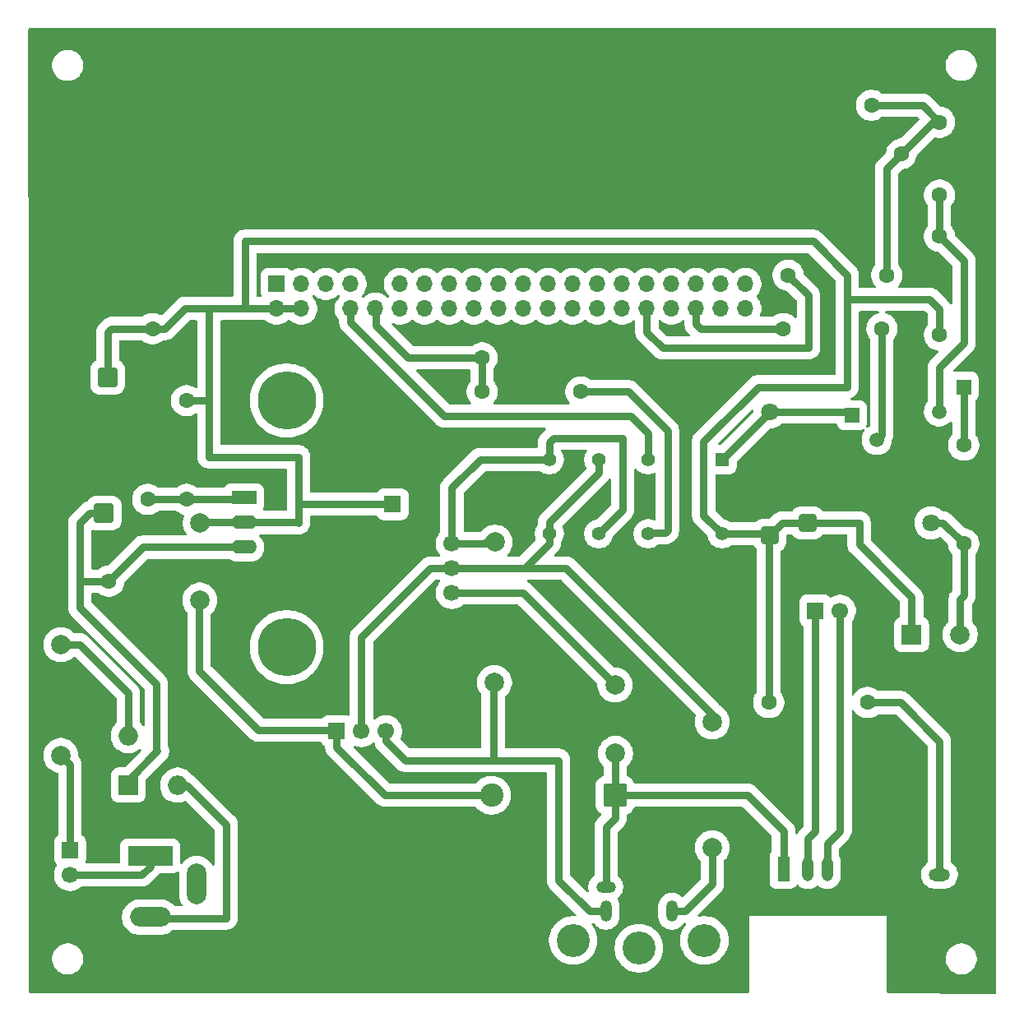
<source format=gbl>
G04 #@! TF.GenerationSoftware,KiCad,Pcbnew,9.0.2*
G04 #@! TF.CreationDate,2025-10-12T16:52:18+02:00*
G04 #@! TF.ProjectId,VT100,50695a65-726f-45f5-9654-3130302e6b69,rev?*
G04 #@! TF.SameCoordinates,PX5e9ac00PYa0ca1c0*
G04 #@! TF.FileFunction,Copper,L2,Bot*
G04 #@! TF.FilePolarity,Positive*
%FSLAX46Y46*%
G04 Gerber Fmt 4.6, Leading zero omitted, Abs format (unit mm)*
G04 Created by KiCad (PCBNEW 9.0.2) date 2025-10-12 16:52:18*
%MOMM*%
%LPD*%
G01*
G04 APERTURE LIST*
G04 Aperture macros list*
%AMRoundRect*
0 Rectangle with rounded corners*
0 $1 Rounding radius*
0 $2 $3 $4 $5 $6 $7 $8 $9 X,Y pos of 4 corners*
0 Add a 4 corners polygon primitive as box body*
4,1,4,$2,$3,$4,$5,$6,$7,$8,$9,$2,$3,0*
0 Add four circle primitives for the rounded corners*
1,1,$1+$1,$2,$3*
1,1,$1+$1,$4,$5*
1,1,$1+$1,$6,$7*
1,1,$1+$1,$8,$9*
0 Add four rect primitives between the rounded corners*
20,1,$1+$1,$2,$3,$4,$5,0*
20,1,$1+$1,$4,$5,$6,$7,0*
20,1,$1+$1,$6,$7,$8,$9,0*
20,1,$1+$1,$8,$9,$2,$3,0*%
G04 Aperture macros list end*
G04 #@! TA.AperFunction,ComponentPad*
%ADD10R,4.600000X2.000000*%
G04 #@! TD*
G04 #@! TA.AperFunction,ComponentPad*
%ADD11O,4.200000X2.000000*%
G04 #@! TD*
G04 #@! TA.AperFunction,ComponentPad*
%ADD12O,2.000000X4.200000*%
G04 #@! TD*
G04 #@! TA.AperFunction,ComponentPad*
%ADD13R,1.700000X1.700000*%
G04 #@! TD*
G04 #@! TA.AperFunction,ComponentPad*
%ADD14O,1.700000X1.700000*%
G04 #@! TD*
G04 #@! TA.AperFunction,ComponentPad*
%ADD15C,1.600000*%
G04 #@! TD*
G04 #@! TA.AperFunction,ComponentPad*
%ADD16C,1.700000*%
G04 #@! TD*
G04 #@! TA.AperFunction,ComponentPad*
%ADD17R,1.500000X1.500000*%
G04 #@! TD*
G04 #@! TA.AperFunction,ComponentPad*
%ADD18C,1.500000*%
G04 #@! TD*
G04 #@! TA.AperFunction,ComponentPad*
%ADD19R,2.600000X1.400000*%
G04 #@! TD*
G04 #@! TA.AperFunction,ComponentPad*
%ADD20O,2.600000X1.400000*%
G04 #@! TD*
G04 #@! TA.AperFunction,ComponentPad*
%ADD21RoundRect,0.250000X0.750000X0.750000X-0.750000X0.750000X-0.750000X-0.750000X0.750000X-0.750000X0*%
G04 #@! TD*
G04 #@! TA.AperFunction,ComponentPad*
%ADD22C,2.000000*%
G04 #@! TD*
G04 #@! TA.AperFunction,ComponentPad*
%ADD23O,1.200000X2.200000*%
G04 #@! TD*
G04 #@! TA.AperFunction,ComponentPad*
%ADD24O,2.000000X1.200000*%
G04 #@! TD*
G04 #@! TA.AperFunction,ComponentPad*
%ADD25C,3.400000*%
G04 #@! TD*
G04 #@! TA.AperFunction,ComponentPad*
%ADD26R,2.200000X1.300000*%
G04 #@! TD*
G04 #@! TA.AperFunction,ComponentPad*
%ADD27O,2.200000X1.300000*%
G04 #@! TD*
G04 #@! TA.AperFunction,ComponentPad*
%ADD28RoundRect,0.250000X-0.650000X-0.650000X0.650000X-0.650000X0.650000X0.650000X-0.650000X0.650000X0*%
G04 #@! TD*
G04 #@! TA.AperFunction,ComponentPad*
%ADD29C,1.800000*%
G04 #@! TD*
G04 #@! TA.AperFunction,ComponentPad*
%ADD30R,1.400000X1.400000*%
G04 #@! TD*
G04 #@! TA.AperFunction,ComponentPad*
%ADD31C,1.400000*%
G04 #@! TD*
G04 #@! TA.AperFunction,ComponentPad*
%ADD32R,2.000000X2.000000*%
G04 #@! TD*
G04 #@! TA.AperFunction,ComponentPad*
%ADD33O,2.000000X2.000000*%
G04 #@! TD*
G04 #@! TA.AperFunction,ComponentPad*
%ADD34RoundRect,0.250000X0.650000X-0.650000X0.650000X0.650000X-0.650000X0.650000X-0.650000X-0.650000X0*%
G04 #@! TD*
G04 #@! TA.AperFunction,ComponentPad*
%ADD35RoundRect,0.250001X0.949999X0.949999X-0.949999X0.949999X-0.949999X-0.949999X0.949999X-0.949999X0*%
G04 #@! TD*
G04 #@! TA.AperFunction,ComponentPad*
%ADD36C,2.400000*%
G04 #@! TD*
G04 #@! TA.AperFunction,ComponentPad*
%ADD37R,1.300000X2.500000*%
G04 #@! TD*
G04 #@! TA.AperFunction,ComponentPad*
%ADD38O,1.200000X2.500000*%
G04 #@! TD*
G04 #@! TA.AperFunction,ComponentPad*
%ADD39O,1.500000X2.500000*%
G04 #@! TD*
G04 #@! TA.AperFunction,ComponentPad*
%ADD40C,3.000000*%
G04 #@! TD*
G04 #@! TA.AperFunction,ComponentPad*
%ADD41C,6.000000*%
G04 #@! TD*
G04 #@! TA.AperFunction,ViaPad*
%ADD42C,2.000000*%
G04 #@! TD*
G04 #@! TA.AperFunction,Conductor*
%ADD43C,0.800000*%
G04 #@! TD*
G04 APERTURE END LIST*
D10*
X12550000Y14300000D03*
D11*
X12550000Y8000000D03*
D12*
X17350000Y11400000D03*
D13*
X25570000Y73200000D03*
D14*
X25570000Y70660000D03*
X28110000Y73200000D03*
X28110000Y70660000D03*
X30650000Y73200000D03*
X30650000Y70660000D03*
X33190000Y73200000D03*
X33190000Y70660000D03*
X35730000Y73200000D03*
X35730000Y70660000D03*
X38270000Y73200000D03*
X38270000Y70660000D03*
X40810000Y73200000D03*
X40810000Y70660000D03*
X43350000Y73200000D03*
X43350000Y70660000D03*
X45890000Y73200000D03*
X45890000Y70660000D03*
X48430000Y73200000D03*
X48430000Y70660000D03*
X50970000Y73200000D03*
X50970000Y70660000D03*
X53510000Y73200000D03*
X53510000Y70660000D03*
X56050000Y73200000D03*
X56050000Y70660000D03*
X58590000Y73200000D03*
X58590000Y70660000D03*
X61130000Y73200000D03*
X61130000Y70660000D03*
X63670000Y73200000D03*
X63670000Y70660000D03*
X66210000Y73200000D03*
X66210000Y70660000D03*
X68750000Y73200000D03*
X68750000Y70660000D03*
X71290000Y73200000D03*
X71290000Y70660000D03*
X73830000Y73200000D03*
X73830000Y70660000D03*
D15*
X12300000Y61180000D03*
X12300000Y51020000D03*
D13*
X31760000Y27150000D03*
D16*
X34300000Y27150000D03*
X36840000Y27150000D03*
X39380000Y27150000D03*
D17*
X84800000Y59680000D03*
D18*
X87340000Y57140000D03*
X84800000Y54600000D03*
D15*
X93800000Y89850000D03*
X93800000Y82350000D03*
D19*
X22200000Y51180000D03*
D20*
X22200000Y48640000D03*
X22200000Y46100000D03*
D15*
X86800000Y91600000D03*
X81800000Y91600000D03*
D21*
X8167677Y63600000D03*
D22*
X3167677Y63600000D03*
X3350000Y24650000D03*
X3350000Y36050000D03*
D23*
X64150000Y8600000D03*
X61550000Y8600000D03*
X66250000Y8600000D03*
X59450000Y8600000D03*
D24*
X66250000Y11100000D03*
X59450000Y11100000D03*
D25*
X69600000Y5600000D03*
X56100000Y5600000D03*
X62850000Y4800000D03*
D26*
X93800000Y9830000D03*
D27*
X93800000Y12370000D03*
D17*
X96300000Y62600000D03*
D18*
X93760000Y60060000D03*
X91220000Y62600000D03*
D15*
X79720000Y86600000D03*
X89880000Y86600000D03*
X56880000Y65600000D03*
X46720000Y65600000D03*
D28*
X80200000Y48600000D03*
D29*
X92900000Y48600000D03*
D13*
X37500000Y50525000D03*
D16*
X37500000Y47985000D03*
D30*
X71420000Y55100000D03*
D31*
X63800000Y55100000D03*
X58720000Y55100000D03*
X53640000Y55100000D03*
X53640000Y47480000D03*
X58720000Y47480000D03*
X63800000Y47480000D03*
X71420000Y47480000D03*
D15*
X77720000Y68600000D03*
X87880000Y68600000D03*
D13*
X81025000Y39550000D03*
D16*
X83565000Y39550000D03*
D32*
X90929216Y37100000D03*
D22*
X95929216Y37100000D03*
D15*
X8300000Y42600000D03*
X13300000Y42600000D03*
D32*
X10300000Y21600000D03*
D33*
X15380000Y21600000D03*
X15380000Y26680000D03*
X10300000Y26680000D03*
D34*
X76340000Y47330000D03*
D29*
X76340000Y60030000D03*
D35*
X60400000Y20550000D03*
D36*
X47700000Y20550000D03*
D15*
X76220000Y30100000D03*
X86380000Y30100000D03*
X96300000Y56600000D03*
X96300000Y46440000D03*
D13*
X43600000Y38850000D03*
D16*
X43600000Y41390000D03*
X43600000Y43930000D03*
X43600000Y46470000D03*
D15*
X93800000Y78100000D03*
X93800000Y67940000D03*
D21*
X7800000Y49600000D03*
D22*
X2800000Y49600000D03*
D37*
X77750000Y12940000D03*
D38*
X80250000Y12940000D03*
X82250000Y12940000D03*
D39*
X84750000Y12940000D03*
D40*
X74680000Y10230000D03*
X87820000Y10230000D03*
D15*
X12800000Y68600000D03*
X12800000Y73600000D03*
X16300000Y51020000D03*
X16300000Y61180000D03*
X46720000Y62100000D03*
X56880000Y62100000D03*
X78220000Y74100000D03*
X88380000Y74100000D03*
D13*
X4300000Y14875000D03*
D16*
X4300000Y12335000D03*
D41*
X26600000Y61200000D03*
X26600000Y35800000D03*
D42*
X17700000Y48600000D03*
X17650000Y40650000D03*
X60400000Y31900000D03*
X60450000Y24850000D03*
X48050000Y46600000D03*
X48000000Y32150000D03*
X70400000Y15150000D03*
X70400000Y28100000D03*
D43*
X15380000Y21600000D02*
X16300000Y21600000D01*
X20350000Y17550000D02*
X20350000Y7900000D01*
X20350000Y7900000D02*
X12650000Y7900000D01*
X16300000Y21600000D02*
X20350000Y17550000D01*
X12650000Y7900000D02*
X12550000Y8000000D01*
X62035844Y59600000D02*
X42835844Y59600000D01*
X33190000Y69245844D02*
X33190000Y70660000D01*
X63800000Y55100000D02*
X63800000Y57835844D01*
X42835844Y59600000D02*
X33190000Y69245844D01*
X63800000Y57835844D02*
X62035844Y59600000D01*
X46720000Y65600000D02*
X46720000Y62100000D01*
X35750000Y70640000D02*
X35750000Y68950000D01*
X35730000Y70660000D02*
X35750000Y70640000D01*
X35750000Y68950000D02*
X39100000Y65600000D01*
X39100000Y65600000D02*
X46720000Y65600000D01*
X93130000Y89850000D02*
X89880000Y86600000D01*
X88380000Y85100000D02*
X88380000Y74100000D01*
X92050000Y91600000D02*
X93800000Y89850000D01*
X89880000Y86600000D02*
X88380000Y85100000D01*
X93800000Y89850000D02*
X93130000Y89850000D01*
X86800000Y91600000D02*
X92050000Y91600000D01*
X68750000Y70660000D02*
X68750000Y69050000D01*
X69200000Y68600000D02*
X77720000Y68600000D01*
X68750000Y69050000D02*
X69200000Y68600000D01*
X23700000Y27250000D02*
X31660000Y27250000D01*
X37500000Y50525000D02*
X27925000Y50525000D01*
X36710000Y20550000D02*
X31760000Y25500000D01*
X8167677Y63600000D02*
X8167677Y68217677D01*
X17700000Y48600000D02*
X18300000Y48600000D01*
X92800000Y71600000D02*
X84300000Y71600000D01*
X69519000Y57001000D02*
X69519000Y49381000D01*
X93800000Y67940000D02*
X93800000Y70600000D01*
X75118000Y62600000D02*
X69519000Y57001000D01*
X17600000Y40600000D02*
X17600000Y33350000D01*
X18600000Y61100000D02*
X18600000Y70460000D01*
X22300000Y77600000D02*
X80800000Y77600000D01*
X47700000Y20550000D02*
X36710000Y20550000D01*
X80200000Y48600000D02*
X85535000Y48600000D01*
X18800000Y70660000D02*
X22300000Y70660000D01*
X71420000Y47480000D02*
X76190000Y47480000D01*
X80800000Y77600000D02*
X84300000Y74100000D01*
X76340000Y47330000D02*
X77610000Y48600000D01*
X22300000Y70660000D02*
X25570000Y70660000D01*
X22200000Y48640000D02*
X17740000Y48640000D01*
X27800000Y50650000D02*
X27800000Y55400000D01*
X16110000Y70660000D02*
X18800000Y70660000D01*
X18600000Y70460000D02*
X18800000Y70660000D01*
X84300000Y62600000D02*
X75118000Y62600000D01*
X84300000Y74100000D02*
X84300000Y71600000D01*
X27800000Y55400000D02*
X18600000Y55400000D01*
X25570000Y70660000D02*
X28110000Y70660000D01*
X8550000Y68600000D02*
X14050000Y68600000D01*
X93800000Y70600000D02*
X92800000Y71600000D01*
X69519000Y49381000D02*
X71420000Y47480000D01*
X31660000Y27250000D02*
X31760000Y27150000D01*
X18600000Y55400000D02*
X18600000Y61100000D01*
X31760000Y25500000D02*
X31760000Y27150000D01*
X17650000Y40650000D02*
X17600000Y40600000D01*
X18520000Y61180000D02*
X18600000Y61100000D01*
X27760000Y48640000D02*
X27800000Y48600000D01*
X84300000Y71600000D02*
X84300000Y62600000D01*
X16300000Y61180000D02*
X18520000Y61180000D01*
X27800000Y48600000D02*
X27800000Y50650000D01*
X22200000Y48640000D02*
X27760000Y48640000D01*
X17600000Y33350000D02*
X23700000Y27250000D01*
X8167677Y68217677D02*
X8300000Y68350000D01*
X77610000Y48600000D02*
X80200000Y48600000D01*
X76190000Y47480000D02*
X76340000Y47330000D01*
X85535000Y48600000D02*
X85535000Y46365000D01*
X14050000Y68600000D02*
X16110000Y70660000D01*
X90929216Y40970784D02*
X90929216Y37100000D01*
X76220000Y47210000D02*
X76340000Y47330000D01*
X8300000Y68350000D02*
X8550000Y68600000D01*
X85535000Y46365000D02*
X90929216Y40970784D01*
X17740000Y48640000D02*
X17700000Y48600000D01*
X27925000Y50525000D02*
X27800000Y50650000D01*
X22300000Y70660000D02*
X22300000Y77600000D01*
X76220000Y30100000D02*
X76220000Y47210000D01*
X13300000Y25100000D02*
X10300000Y22100000D01*
X6300000Y49600000D02*
X5300000Y48600000D01*
X10300000Y22100000D02*
X10300000Y21600000D01*
X8300000Y42600000D02*
X5800000Y42600000D01*
X5300000Y48600000D02*
X5300000Y39900000D01*
X11800000Y46100000D02*
X22200000Y46100000D01*
X7800000Y49600000D02*
X6300000Y49600000D01*
X8300000Y42600000D02*
X11800000Y46100000D01*
X5300000Y39900000D02*
X13200000Y32000000D01*
X13179000Y31979000D02*
X13179000Y25221000D01*
X13179000Y25221000D02*
X13300000Y25100000D01*
X14900000Y21120000D02*
X15380000Y21600000D01*
X10300000Y31050000D02*
X10300000Y26680000D01*
X5300000Y36050000D02*
X10300000Y31050000D01*
X3350000Y36050000D02*
X5300000Y36050000D01*
X12550000Y14300000D02*
X12550000Y13200000D01*
X12550000Y13200000D02*
X11685000Y12335000D01*
X4300000Y12335000D02*
X11685000Y12335000D01*
X81025000Y39550000D02*
X81025000Y16825000D01*
X80250000Y12940000D02*
X80250000Y16050000D01*
X80250000Y16050000D02*
X81025000Y16825000D01*
X83565000Y16865000D02*
X82250000Y15550000D01*
X82250000Y15550000D02*
X82250000Y12940000D01*
X83565000Y39550000D02*
X83565000Y16865000D01*
X60450000Y24000000D02*
X60400000Y23950000D01*
X77750000Y12940000D02*
X77750000Y16850000D01*
X43600000Y41390000D02*
X50910000Y41390000D01*
X60400000Y20550000D02*
X60400000Y18200000D01*
X59500000Y11100000D02*
X59450000Y11100000D01*
X60400000Y18200000D02*
X59500000Y17300000D01*
X60400000Y20550000D02*
X74050000Y20550000D01*
X59500000Y17300000D02*
X59500000Y11100000D01*
X60450000Y24850000D02*
X60450000Y24000000D01*
X74050000Y20550000D02*
X77750000Y16850000D01*
X50910000Y41390000D02*
X60400000Y31900000D01*
X60400000Y23950000D02*
X60400000Y20550000D01*
X4300000Y23700000D02*
X3350000Y24650000D01*
X4300000Y14875000D02*
X4300000Y23700000D01*
X38800000Y24150000D02*
X47100000Y24150000D01*
X36840000Y27150000D02*
X36840000Y26110000D01*
X54600000Y11800000D02*
X57800000Y8600000D01*
X57800000Y8600000D02*
X59450000Y8600000D01*
X43600000Y46470000D02*
X43600000Y52200000D01*
X53640000Y56890000D02*
X54100000Y57350000D01*
X54100000Y57350000D02*
X61200000Y57350000D01*
X48050000Y46600000D02*
X47160000Y46600000D01*
X47160000Y46600000D02*
X47030000Y46470000D01*
X47850000Y24150000D02*
X47100000Y24150000D01*
X54600000Y24150000D02*
X54600000Y11800000D01*
X61200000Y57350000D02*
X61200000Y49960000D01*
X47100000Y24150000D02*
X54600000Y24150000D01*
X47030000Y46470000D02*
X43600000Y46470000D01*
X61200000Y49960000D02*
X58720000Y47480000D01*
X43600000Y52200000D02*
X46500000Y55100000D01*
X48000000Y32150000D02*
X47850000Y32000000D01*
X53640000Y55100000D02*
X53640000Y56890000D01*
X46500000Y55100000D02*
X53640000Y55100000D01*
X47850000Y32000000D02*
X47850000Y24150000D01*
X36840000Y26110000D02*
X38800000Y24150000D01*
X41380000Y43930000D02*
X34300000Y36850000D01*
X43600000Y43930000D02*
X41380000Y43930000D01*
X53640000Y48640000D02*
X53640000Y47480000D01*
X70400000Y11400000D02*
X70400000Y15150000D01*
X53640000Y47480000D02*
X53640000Y46500000D01*
X50090000Y43930000D02*
X43600000Y43930000D01*
X70400000Y15150000D02*
X70350000Y15200000D01*
X53640000Y46500000D02*
X51070000Y43930000D01*
X58720000Y55100000D02*
X58720000Y53720000D01*
X55370000Y43930000D02*
X51070000Y43930000D01*
X66250000Y8600000D02*
X67600000Y8600000D01*
X58720000Y53720000D02*
X53640000Y48640000D01*
X70400000Y28100000D02*
X70400000Y28900000D01*
X70400000Y28900000D02*
X55370000Y43930000D01*
X51070000Y43930000D02*
X50090000Y43930000D01*
X67600000Y8600000D02*
X70400000Y11400000D01*
X34300000Y36850000D02*
X34300000Y27150000D01*
X84344000Y60030000D02*
X84344000Y59680000D01*
X76340000Y60030000D02*
X84450000Y60030000D01*
X71420000Y55110000D02*
X76340000Y60030000D01*
X84450000Y60030000D02*
X84800000Y59680000D01*
X71420000Y55100000D02*
X71420000Y55110000D01*
X87880000Y57680000D02*
X87340000Y57140000D01*
X87880000Y68600000D02*
X87880000Y57680000D01*
X93800000Y26100000D02*
X93800000Y12370000D01*
X86380000Y30100000D02*
X89800000Y30100000D01*
X89800000Y30100000D02*
X93800000Y26100000D01*
X12300000Y51020000D02*
X16300000Y51020000D01*
X22040000Y51020000D02*
X22200000Y51180000D01*
X16300000Y51020000D02*
X22040000Y51020000D01*
X96300000Y75600000D02*
X96300000Y67100000D01*
X93760000Y64560000D02*
X93760000Y60060000D01*
X93800000Y78100000D02*
X96300000Y75600000D01*
X96300000Y67100000D02*
X93760000Y64560000D01*
X93800000Y82350000D02*
X93800000Y78100000D01*
X80300000Y72020000D02*
X80300000Y66600000D01*
X78220000Y74100000D02*
X80300000Y72020000D01*
X63670000Y68230000D02*
X63670000Y70660000D01*
X80300000Y66600000D02*
X65300000Y66600000D01*
X65300000Y66600000D02*
X63670000Y68230000D01*
X96300000Y62600000D02*
X96300000Y56600000D01*
X65800000Y47800000D02*
X65800000Y58100000D01*
X61800000Y62100000D02*
X56880000Y62100000D01*
X65550000Y47550000D02*
X65800000Y47800000D01*
X63800000Y47480000D02*
X63870000Y47550000D01*
X65800000Y58100000D02*
X61800000Y62100000D01*
X63870000Y47550000D02*
X65550000Y47550000D01*
X96300000Y46440000D02*
X96300000Y41100000D01*
X92900000Y48600000D02*
X94140000Y48600000D01*
X95929216Y40729216D02*
X95929216Y37100000D01*
X94140000Y48600000D02*
X96300000Y46440000D01*
X96300000Y41100000D02*
X95929216Y40729216D01*
G04 #@! TA.AperFunction,Conductor*
G36*
X99542539Y99530315D02*
G01*
X99588294Y99477511D01*
X99599500Y99426000D01*
X99599500Y226834D01*
X99579815Y159795D01*
X99527011Y114040D01*
X99474449Y102838D01*
X88473264Y196068D01*
X88406394Y216320D01*
X88361088Y269510D01*
X88350317Y320844D01*
X88361752Y2138911D01*
X88372363Y3825962D01*
X94449500Y3825962D01*
X94449500Y3574038D01*
X94484865Y3350754D01*
X94488910Y3325215D01*
X94566760Y3085617D01*
X94681132Y2861152D01*
X94829201Y2657351D01*
X94829205Y2657346D01*
X95007345Y2479206D01*
X95007350Y2479202D01*
X95125387Y2393444D01*
X95211155Y2331130D01*
X95354184Y2258253D01*
X95435616Y2216761D01*
X95435618Y2216761D01*
X95435621Y2216759D01*
X95675215Y2138910D01*
X95924038Y2099500D01*
X95924039Y2099500D01*
X96175961Y2099500D01*
X96175962Y2099500D01*
X96424785Y2138910D01*
X96664379Y2216759D01*
X96888845Y2331130D01*
X97092656Y2479207D01*
X97270793Y2657344D01*
X97418870Y2861155D01*
X97533241Y3085621D01*
X97611090Y3325215D01*
X97650500Y3574038D01*
X97650500Y3825962D01*
X97611090Y4074785D01*
X97533241Y4314379D01*
X97533239Y4314382D01*
X97533239Y4314384D01*
X97491747Y4395816D01*
X97418870Y4538845D01*
X97399952Y4564883D01*
X97270798Y4742650D01*
X97270794Y4742655D01*
X97092654Y4920795D01*
X97092649Y4920799D01*
X96888848Y5068868D01*
X96888847Y5068869D01*
X96888845Y5068870D01*
X96818747Y5104587D01*
X96664383Y5183240D01*
X96424785Y5261090D01*
X96175962Y5300500D01*
X95924038Y5300500D01*
X95799626Y5280795D01*
X95675214Y5261090D01*
X95435616Y5183240D01*
X95211151Y5068868D01*
X95007350Y4920799D01*
X95007345Y4920795D01*
X94829205Y4742655D01*
X94829201Y4742650D01*
X94681132Y4538849D01*
X94566760Y4314384D01*
X94513593Y4150752D01*
X94488910Y4074785D01*
X94449500Y3825962D01*
X88372363Y3825962D01*
X88399112Y8078952D01*
X88399243Y8079082D01*
X88399243Y8099772D01*
X88399374Y8120600D01*
X88399372Y8120602D01*
X88399373Y8120606D01*
X88399247Y8120914D01*
X88384557Y8135604D01*
X88369978Y8150367D01*
X88369792Y8150369D01*
X88369661Y8150500D01*
X88348822Y8150500D01*
X88328143Y8150630D01*
X88328011Y8150500D01*
X74345578Y8150500D01*
X74345557Y8150504D01*
X74320912Y8150502D01*
X74300005Y8150501D01*
X74299993Y8150500D01*
X74279077Y8150500D01*
X74279076Y8150499D01*
X74267965Y8139385D01*
X74267959Y8139379D01*
X74264287Y8135705D01*
X74249500Y8120918D01*
X74249500Y8120915D01*
X74249498Y8120912D01*
X74249498Y8117538D01*
X74249498Y8117537D01*
X74249500Y8103614D01*
X74249500Y8054443D01*
X74249504Y8054420D01*
X74250400Y324514D01*
X74230723Y257473D01*
X74177925Y211712D01*
X74126400Y200500D01*
X174412Y200500D01*
X107373Y220185D01*
X61618Y272989D01*
X50412Y324438D01*
X48660Y3825962D01*
X2449500Y3825962D01*
X2449500Y3574038D01*
X2484865Y3350754D01*
X2488910Y3325215D01*
X2566760Y3085617D01*
X2681132Y2861152D01*
X2829201Y2657351D01*
X2829205Y2657346D01*
X3007345Y2479206D01*
X3007350Y2479202D01*
X3125387Y2393444D01*
X3211155Y2331130D01*
X3354184Y2258253D01*
X3435616Y2216761D01*
X3435618Y2216761D01*
X3435621Y2216759D01*
X3675215Y2138910D01*
X3924038Y2099500D01*
X3924039Y2099500D01*
X4175961Y2099500D01*
X4175962Y2099500D01*
X4424785Y2138910D01*
X4664379Y2216759D01*
X4888845Y2331130D01*
X5092656Y2479207D01*
X5270793Y2657344D01*
X5418870Y2861155D01*
X5533241Y3085621D01*
X5611090Y3325215D01*
X5650500Y3574038D01*
X5650500Y3825962D01*
X5611090Y4074785D01*
X5533241Y4314379D01*
X5533239Y4314382D01*
X5533239Y4314384D01*
X5491747Y4395816D01*
X5418870Y4538845D01*
X5399952Y4564883D01*
X5270798Y4742650D01*
X5270794Y4742655D01*
X5092654Y4920795D01*
X5092649Y4920799D01*
X4888848Y5068868D01*
X4888847Y5068869D01*
X4888845Y5068870D01*
X4818747Y5104587D01*
X4664383Y5183240D01*
X4424785Y5261090D01*
X4175962Y5300500D01*
X3924038Y5300500D01*
X3799626Y5280795D01*
X3675214Y5261090D01*
X3435616Y5183240D01*
X3211151Y5068868D01*
X3007350Y4920799D01*
X3007345Y4920795D01*
X2829205Y4742655D01*
X2829201Y4742650D01*
X2681132Y4538849D01*
X2566760Y4314384D01*
X2513593Y4150752D01*
X2488910Y4074785D01*
X2449500Y3825962D01*
X48660Y3825962D01*
X48658Y3830772D01*
X38185Y24768005D01*
X1549500Y24768005D01*
X1549500Y24531996D01*
X1549501Y24531980D01*
X1577681Y24317926D01*
X1580307Y24297986D01*
X1612662Y24177237D01*
X1641394Y24070007D01*
X1731714Y23851955D01*
X1731719Y23851944D01*
X1764896Y23794481D01*
X1849727Y23647550D01*
X1849729Y23647547D01*
X1849730Y23647546D01*
X1993406Y23460303D01*
X1993412Y23460296D01*
X2160295Y23293413D01*
X2160301Y23293408D01*
X2347550Y23149727D01*
X2478918Y23073882D01*
X2551943Y23031720D01*
X2551948Y23031718D01*
X2551951Y23031716D01*
X2770007Y22941394D01*
X2997986Y22880307D01*
X2997990Y22880307D01*
X2997992Y22880306D01*
X2999691Y22879968D01*
X3000150Y22879728D01*
X3001907Y22879257D01*
X3001801Y22878864D01*
X3061602Y22847584D01*
X3096176Y22786868D01*
X3099500Y22758351D01*
X3099500Y16518708D01*
X3079815Y16451669D01*
X3041473Y16413715D01*
X2947741Y16354819D01*
X2947739Y16354818D01*
X2820184Y16227263D01*
X2724211Y16074524D01*
X2664631Y15904255D01*
X2664630Y15904250D01*
X2649500Y15769961D01*
X2649500Y13980040D01*
X2664630Y13845751D01*
X2664631Y13845746D01*
X2724211Y13675477D01*
X2820184Y13522738D01*
X2920576Y13422346D01*
X2954061Y13361023D01*
X2949077Y13291331D01*
X2933214Y13261781D01*
X2888367Y13200054D01*
X2770422Y12968577D01*
X2690140Y12721494D01*
X2649500Y12464903D01*
X2649500Y12205098D01*
X2690140Y11948507D01*
X2770422Y11701424D01*
X2817122Y11609772D01*
X2867579Y11510745D01*
X2888368Y11469946D01*
X3005854Y11308240D01*
X3041069Y11259771D01*
X3224771Y11076069D01*
X3434949Y10923366D01*
X3582445Y10848213D01*
X3666423Y10805423D01*
X3666425Y10805423D01*
X3666428Y10805421D01*
X3913507Y10725140D01*
X4045706Y10704203D01*
X4170098Y10684500D01*
X4170103Y10684500D01*
X4429902Y10684500D01*
X4543298Y10702461D01*
X4686493Y10725140D01*
X4933572Y10805421D01*
X5165051Y10923366D01*
X5375229Y11076069D01*
X5397341Y11098181D01*
X5458664Y11131666D01*
X5485022Y11134500D01*
X11779486Y11134500D01*
X11966118Y11164060D01*
X12145832Y11222453D01*
X12149114Y11224125D01*
X12200314Y11250213D01*
X12314199Y11308240D01*
X12467074Y11419310D01*
X13465690Y12417927D01*
X13487821Y12448387D01*
X13543152Y12491052D01*
X13588138Y12499500D01*
X14894957Y12499500D01*
X14894958Y12499501D01*
X14962104Y12507066D01*
X15029249Y12514631D01*
X15029252Y12514632D01*
X15029255Y12514632D01*
X15199522Y12574211D01*
X15352262Y12670184D01*
X15352262Y12670185D01*
X15358158Y12673889D01*
X15359602Y12671591D01*
X15412849Y12693341D01*
X15481547Y12680599D01*
X15532450Y12632739D01*
X15549500Y12569988D01*
X15549500Y10181996D01*
X15549501Y10181980D01*
X15580306Y9947990D01*
X15641394Y9720007D01*
X15731714Y9501955D01*
X15731719Y9501944D01*
X15849733Y9297540D01*
X15851988Y9294165D01*
X15850486Y9293162D01*
X15873049Y9234858D01*
X15859033Y9166409D01*
X15810236Y9116403D01*
X15749482Y9100500D01*
X15136187Y9100500D01*
X15069148Y9120185D01*
X15037811Y9149014D01*
X15006593Y9189698D01*
X15006587Y9189705D01*
X14839704Y9356588D01*
X14839697Y9356594D01*
X14652454Y9500270D01*
X14652453Y9500271D01*
X14652450Y9500273D01*
X14570957Y9547323D01*
X14448056Y9618281D01*
X14448045Y9618286D01*
X14229993Y9708606D01*
X14002010Y9769694D01*
X13768020Y9800499D01*
X13768017Y9800500D01*
X13768011Y9800500D01*
X11331989Y9800500D01*
X11331983Y9800500D01*
X11331979Y9800499D01*
X11097989Y9769694D01*
X10870006Y9708606D01*
X10651954Y9618286D01*
X10651943Y9618281D01*
X10460909Y9507986D01*
X10450457Y9501951D01*
X10447545Y9500270D01*
X10260302Y9356594D01*
X10260295Y9356588D01*
X10093412Y9189705D01*
X10093406Y9189698D01*
X9949730Y9002455D01*
X9831719Y8798057D01*
X9831714Y8798046D01*
X9741394Y8579994D01*
X9680306Y8352011D01*
X9649501Y8118021D01*
X9649500Y8118005D01*
X9649500Y7881996D01*
X9649501Y7881980D01*
X9680306Y7647990D01*
X9741394Y7420007D01*
X9831714Y7201955D01*
X9831719Y7201944D01*
X9880227Y7117927D01*
X9949727Y6997550D01*
X9949729Y6997547D01*
X9949730Y6997546D01*
X10093406Y6810303D01*
X10093412Y6810296D01*
X10260295Y6643413D01*
X10260301Y6643408D01*
X10447550Y6499727D01*
X10578918Y6423882D01*
X10651943Y6381720D01*
X10651948Y6381718D01*
X10651951Y6381716D01*
X10870007Y6291394D01*
X11097986Y6230307D01*
X11331989Y6199500D01*
X11331996Y6199500D01*
X13768004Y6199500D01*
X13768011Y6199500D01*
X14002014Y6230307D01*
X14229993Y6291394D01*
X14448049Y6381716D01*
X14652450Y6499727D01*
X14839699Y6643408D01*
X14839704Y6643413D01*
X14859473Y6663181D01*
X14920796Y6696666D01*
X14947154Y6699500D01*
X20444486Y6699500D01*
X20631118Y6729060D01*
X20646275Y6733985D01*
X20810832Y6787453D01*
X20979199Y6873240D01*
X21132073Y6984310D01*
X21265690Y7117927D01*
X21376760Y7270801D01*
X21462547Y7439168D01*
X21520940Y7618882D01*
X21524684Y7642523D01*
X21550500Y7805514D01*
X21550500Y17644487D01*
X21520940Y17831119D01*
X21462545Y18010837D01*
X21376759Y18179200D01*
X21265690Y18332073D01*
X21132073Y18465690D01*
X17082074Y22515690D01*
X17005636Y22571225D01*
X16929197Y22626762D01*
X16843235Y22670562D01*
X16801155Y22705559D01*
X16760646Y22758351D01*
X16736592Y22789699D01*
X16736590Y22789701D01*
X16736587Y22789705D01*
X16569704Y22956588D01*
X16569697Y22956594D01*
X16382454Y23100270D01*
X16382453Y23100271D01*
X16382450Y23100273D01*
X16296786Y23149731D01*
X16178056Y23218281D01*
X16178045Y23218286D01*
X15959993Y23308606D01*
X15732010Y23369694D01*
X15498020Y23400499D01*
X15498017Y23400500D01*
X15498011Y23400500D01*
X15261989Y23400500D01*
X15261983Y23400500D01*
X15261979Y23400499D01*
X15027989Y23369694D01*
X14800006Y23308606D01*
X14581954Y23218286D01*
X14581943Y23218281D01*
X14377545Y23100270D01*
X14190302Y22956594D01*
X14190295Y22956588D01*
X14023412Y22789705D01*
X14023406Y22789698D01*
X13879730Y22602455D01*
X13761719Y22398057D01*
X13761714Y22398046D01*
X13671394Y22179994D01*
X13610306Y21952011D01*
X13579501Y21718021D01*
X13579500Y21718005D01*
X13579500Y21481996D01*
X13579501Y21481980D01*
X13610306Y21247990D01*
X13671395Y21020003D01*
X13712697Y20920292D01*
X13720609Y20892237D01*
X13729060Y20838882D01*
X13787453Y20659168D01*
X13873240Y20490801D01*
X13984310Y20337926D01*
X14117926Y20204310D01*
X14270801Y20093240D01*
X14350347Y20052710D01*
X14439163Y20007455D01*
X14439165Y20007455D01*
X14439168Y20007453D01*
X14618882Y19949060D01*
X14629126Y19947438D01*
X14672238Y19940609D01*
X14700293Y19932697D01*
X14727467Y19921441D01*
X14800007Y19891394D01*
X15027986Y19830307D01*
X15261989Y19799500D01*
X15261996Y19799500D01*
X15498004Y19799500D01*
X15498011Y19799500D01*
X15732014Y19830307D01*
X15959993Y19891394D01*
X16131534Y19962450D01*
X16201002Y19969918D01*
X16263482Y19938643D01*
X16266667Y19935569D01*
X19113181Y17089056D01*
X19146666Y17027733D01*
X19149500Y17001375D01*
X19149500Y13446948D01*
X19129815Y13379909D01*
X19077011Y13334154D01*
X19007853Y13324210D01*
X18944297Y13353235D01*
X18918113Y13384947D01*
X18912203Y13395184D01*
X18850273Y13502450D01*
X18835676Y13521473D01*
X18706593Y13689698D01*
X18706587Y13689705D01*
X18539704Y13856588D01*
X18539697Y13856594D01*
X18352454Y14000270D01*
X18352453Y14000271D01*
X18352450Y14000273D01*
X18270957Y14047323D01*
X18148056Y14118281D01*
X18148045Y14118286D01*
X17929993Y14208606D01*
X17702010Y14269694D01*
X17468020Y14300499D01*
X17468017Y14300500D01*
X17468011Y14300500D01*
X17231989Y14300500D01*
X17231983Y14300500D01*
X17231979Y14300499D01*
X16997989Y14269694D01*
X16770006Y14208606D01*
X16551954Y14118286D01*
X16551943Y14118281D01*
X16347545Y14000270D01*
X16160302Y13856594D01*
X16160295Y13856588D01*
X15993412Y13689705D01*
X15993406Y13689698D01*
X15872876Y13532619D01*
X15816448Y13491416D01*
X15746702Y13487261D01*
X15685782Y13521473D01*
X15653029Y13583190D01*
X15650500Y13608105D01*
X15650500Y15344957D01*
X15650499Y15344961D01*
X15635369Y15479250D01*
X15635368Y15479255D01*
X15575788Y15649524D01*
X15500116Y15769954D01*
X15479816Y15802262D01*
X15352262Y15929816D01*
X15323249Y15948046D01*
X15199523Y16025789D01*
X15029254Y16085369D01*
X15029249Y16085370D01*
X14894960Y16100500D01*
X14894954Y16100500D01*
X10205046Y16100500D01*
X10205039Y16100500D01*
X10070750Y16085370D01*
X10070745Y16085369D01*
X9900476Y16025789D01*
X9747737Y15929816D01*
X9620184Y15802263D01*
X9524211Y15649524D01*
X9464631Y15479255D01*
X9464630Y15479250D01*
X9449500Y15344961D01*
X9449500Y13659500D01*
X9429815Y13592461D01*
X9377011Y13546706D01*
X9325500Y13535500D01*
X6001571Y13535500D01*
X5934532Y13555185D01*
X5888777Y13607989D01*
X5878833Y13677147D01*
X5884529Y13700454D01*
X5920834Y13804209D01*
X5935368Y13845745D01*
X5936591Y13856594D01*
X5948275Y13960301D01*
X5950500Y13980046D01*
X5950500Y15769954D01*
X5935368Y15904255D01*
X5875789Y16074522D01*
X5870508Y16082926D01*
X5831831Y16144481D01*
X5779816Y16227262D01*
X5652262Y16354816D01*
X5652260Y16354818D01*
X5652258Y16354819D01*
X5558527Y16413715D01*
X5512237Y16466049D01*
X5500500Y16518708D01*
X5500500Y23794487D01*
X5470940Y23981119D01*
X5412545Y24160837D01*
X5356920Y24270007D01*
X5326760Y24329199D01*
X5215690Y24482073D01*
X5186819Y24510944D01*
X5153334Y24572267D01*
X5150500Y24598625D01*
X5150500Y24768005D01*
X5150500Y24768011D01*
X5119693Y25002014D01*
X5058606Y25229993D01*
X4968284Y25448049D01*
X4968282Y25448052D01*
X4968280Y25448057D01*
X4915115Y25540140D01*
X4850273Y25652450D01*
X4706592Y25839699D01*
X4706587Y25839705D01*
X4539704Y26006588D01*
X4539697Y26006594D01*
X4352454Y26150270D01*
X4352453Y26150271D01*
X4352450Y26150273D01*
X4254899Y26206594D01*
X4148056Y26268281D01*
X4148045Y26268286D01*
X3929993Y26358606D01*
X3702010Y26419694D01*
X3468020Y26450499D01*
X3468017Y26450500D01*
X3468011Y26450500D01*
X3231989Y26450500D01*
X3231983Y26450500D01*
X3231979Y26450499D01*
X2997989Y26419694D01*
X2770006Y26358606D01*
X2551954Y26268286D01*
X2551943Y26268281D01*
X2347545Y26150270D01*
X2160302Y26006594D01*
X2160295Y26006588D01*
X1993412Y25839705D01*
X1993406Y25839698D01*
X1849730Y25652455D01*
X1731719Y25448057D01*
X1731714Y25448046D01*
X1641394Y25229994D01*
X1580306Y25002011D01*
X1549501Y24768021D01*
X1549500Y24768005D01*
X38185Y24768005D01*
X38183Y24772008D01*
X32482Y36168005D01*
X1549500Y36168005D01*
X1549500Y35931996D01*
X1549501Y35931980D01*
X1550979Y35920751D01*
X1580307Y35697986D01*
X1638256Y35481720D01*
X1641394Y35470007D01*
X1731714Y35251955D01*
X1731719Y35251944D01*
X1802677Y35129043D01*
X1849727Y35047550D01*
X1849729Y35047547D01*
X1849730Y35047546D01*
X1993406Y34860303D01*
X1993412Y34860296D01*
X2160295Y34693413D01*
X2160302Y34693407D01*
X2270306Y34608999D01*
X2347550Y34549727D01*
X2478918Y34473882D01*
X2551943Y34431720D01*
X2551948Y34431718D01*
X2551951Y34431716D01*
X2770007Y34341394D01*
X2997986Y34280307D01*
X3231989Y34249500D01*
X3231996Y34249500D01*
X3468004Y34249500D01*
X3468011Y34249500D01*
X3702014Y34280307D01*
X3929993Y34341394D01*
X4148049Y34431716D01*
X4352450Y34549727D01*
X4539699Y34693408D01*
X4659473Y34813183D01*
X4686404Y34827889D01*
X4712218Y34844477D01*
X4718417Y34845369D01*
X4720794Y34846666D01*
X4747153Y34849500D01*
X4751374Y34849500D01*
X4818413Y34829815D01*
X4839055Y34813181D01*
X9063181Y30589056D01*
X9096666Y30527733D01*
X9099500Y30501375D01*
X9099500Y28077154D01*
X9079815Y28010115D01*
X9063181Y27989473D01*
X8943412Y27869705D01*
X8943406Y27869698D01*
X8799730Y27682455D01*
X8681719Y27478057D01*
X8681714Y27478046D01*
X8591394Y27259994D01*
X8530306Y27032011D01*
X8499501Y26798021D01*
X8499500Y26798005D01*
X8499500Y26561996D01*
X8499501Y26561980D01*
X8530306Y26327990D01*
X8591394Y26100007D01*
X8681714Y25881955D01*
X8681719Y25881944D01*
X8712355Y25828882D01*
X8799727Y25677550D01*
X8799729Y25677547D01*
X8799730Y25677546D01*
X8943406Y25490303D01*
X8943412Y25490296D01*
X9110295Y25323413D01*
X9110302Y25323407D01*
X9189617Y25262547D01*
X9297550Y25179727D01*
X9421587Y25108114D01*
X9501943Y25061720D01*
X9501948Y25061718D01*
X9501951Y25061716D01*
X9720007Y24971394D01*
X9947986Y24910307D01*
X10181989Y24879500D01*
X10181996Y24879500D01*
X10418004Y24879500D01*
X10418011Y24879500D01*
X10652014Y24910307D01*
X10879993Y24971394D01*
X11098049Y25061716D01*
X11302450Y25179727D01*
X11432626Y25279616D01*
X11497794Y25304808D01*
X11566238Y25290770D01*
X11616228Y25241956D01*
X11631892Y25173865D01*
X11608256Y25108114D01*
X11595792Y25093557D01*
X9939055Y23436819D01*
X9877732Y23403334D01*
X9851374Y23400500D01*
X9255039Y23400500D01*
X9120750Y23385370D01*
X9120745Y23385369D01*
X8950476Y23325789D01*
X8797737Y23229816D01*
X8670184Y23102263D01*
X8574211Y22949524D01*
X8514631Y22779255D01*
X8514630Y22779250D01*
X8499500Y22644961D01*
X8499500Y20555040D01*
X8514630Y20420751D01*
X8514631Y20420746D01*
X8574211Y20250477D01*
X8603218Y20204313D01*
X8670184Y20097738D01*
X8797738Y19970184D01*
X8950478Y19874211D01*
X9120745Y19814632D01*
X9120750Y19814631D01*
X9211246Y19804435D01*
X9255040Y19799501D01*
X9255043Y19799500D01*
X9255046Y19799500D01*
X11344957Y19799500D01*
X11344958Y19799501D01*
X11412104Y19807066D01*
X11479249Y19814631D01*
X11479252Y19814632D01*
X11479255Y19814632D01*
X11649522Y19874211D01*
X11802262Y19970184D01*
X11929816Y20097738D01*
X12025789Y20250478D01*
X12085368Y20420745D01*
X12100500Y20555046D01*
X12100500Y22151376D01*
X12120185Y22218415D01*
X12136814Y22239052D01*
X14075005Y24177244D01*
X14075012Y24177249D01*
X14082072Y24184309D01*
X14082074Y24184310D01*
X14215690Y24317926D01*
X14326760Y24470801D01*
X14412547Y24639168D01*
X14470940Y24818882D01*
X14494560Y24968011D01*
X14500500Y25005513D01*
X14500500Y25194487D01*
X14470940Y25381119D01*
X14432475Y25499500D01*
X14412547Y25560832D01*
X14412545Y25560835D01*
X14412545Y25560837D01*
X14393015Y25599166D01*
X14379500Y25655461D01*
X14379500Y31763172D01*
X14381027Y31782570D01*
X14400500Y31905514D01*
X14400500Y32094488D01*
X14375550Y32252011D01*
X14370940Y32281118D01*
X14312547Y32460832D01*
X14226760Y32629199D01*
X14115690Y32782074D01*
X6536819Y40360945D01*
X6503334Y40422268D01*
X6500500Y40448626D01*
X6500500Y41275500D01*
X6520185Y41342539D01*
X6572989Y41388294D01*
X6624500Y41399500D01*
X7189122Y41399500D01*
X7256161Y41379815D01*
X7262007Y41375818D01*
X7421277Y41260103D01*
X7461155Y41231130D01*
X7601030Y41159860D01*
X7685616Y41116761D01*
X7685618Y41116761D01*
X7685621Y41116759D01*
X7925215Y41038910D01*
X8174038Y40999500D01*
X8174039Y40999500D01*
X8425961Y40999500D01*
X8425962Y40999500D01*
X8674785Y41038910D01*
X8914379Y41116759D01*
X9138845Y41231130D01*
X9342656Y41379207D01*
X9520793Y41557344D01*
X9668870Y41761155D01*
X9783241Y41985621D01*
X9861090Y42225215D01*
X9899598Y42468345D01*
X9929526Y42531477D01*
X9934371Y42536608D01*
X12260945Y44863181D01*
X12322268Y44896666D01*
X12348626Y44899500D01*
X20659253Y44899500D01*
X20726292Y44879815D01*
X20732138Y44875818D01*
X20773609Y44845688D01*
X20813567Y44816657D01*
X20947659Y44748334D01*
X21024003Y44709434D01*
X21024005Y44709434D01*
X21024008Y44709432D01*
X21144412Y44670311D01*
X21248631Y44636447D01*
X21481903Y44599500D01*
X21481908Y44599500D01*
X22918097Y44599500D01*
X23151368Y44636447D01*
X23375992Y44709432D01*
X23586433Y44816657D01*
X23777510Y44955483D01*
X23944517Y45122490D01*
X24083343Y45313567D01*
X24190568Y45524008D01*
X24263553Y45748632D01*
X24271998Y45801951D01*
X24300500Y45981903D01*
X24300500Y46218098D01*
X24263553Y46451369D01*
X24215291Y46599903D01*
X24190568Y46675992D01*
X24190566Y46675995D01*
X24190566Y46675997D01*
X24098598Y46856493D01*
X24083343Y46886433D01*
X23944517Y47077510D01*
X23794208Y47227819D01*
X23760723Y47289142D01*
X23765707Y47358834D01*
X23807579Y47414767D01*
X23873043Y47439184D01*
X23881889Y47439500D01*
X27467110Y47439500D01*
X27505429Y47433431D01*
X27518881Y47429060D01*
X27705514Y47399500D01*
X27705519Y47399500D01*
X27894487Y47399500D01*
X27998168Y47415923D01*
X28081118Y47429060D01*
X28260832Y47487453D01*
X28429199Y47573240D01*
X28582074Y47684310D01*
X28715690Y47817926D01*
X28826760Y47970801D01*
X28912547Y48139168D01*
X28970940Y48318882D01*
X28987074Y48420747D01*
X29000500Y48505513D01*
X29000500Y49200500D01*
X29020185Y49267539D01*
X29072989Y49313294D01*
X29124500Y49324500D01*
X35856293Y49324500D01*
X35923332Y49304815D01*
X35961287Y49266472D01*
X36020184Y49172738D01*
X36147738Y49045184D01*
X36195298Y49015300D01*
X36296021Y48952011D01*
X36300478Y48949211D01*
X36383490Y48920164D01*
X36470745Y48889632D01*
X36470750Y48889631D01*
X36546300Y48881119D01*
X36605040Y48874501D01*
X36605043Y48874500D01*
X36605046Y48874500D01*
X38394957Y48874500D01*
X38394958Y48874501D01*
X38462104Y48882066D01*
X38529249Y48889631D01*
X38529252Y48889632D01*
X38529255Y48889632D01*
X38699522Y48949211D01*
X38852262Y49045184D01*
X38979816Y49172738D01*
X39075789Y49325478D01*
X39135368Y49495745D01*
X39135754Y49499164D01*
X39142934Y49562896D01*
X39150500Y49630046D01*
X39150500Y51419954D01*
X39135368Y51554255D01*
X39075789Y51724522D01*
X39075174Y51725500D01*
X38991388Y51858845D01*
X38979816Y51877262D01*
X38852262Y52004816D01*
X38760212Y52062655D01*
X38699523Y52100789D01*
X38529254Y52160369D01*
X38529249Y52160370D01*
X38394960Y52175500D01*
X38394954Y52175500D01*
X36605046Y52175500D01*
X36605039Y52175500D01*
X36470750Y52160370D01*
X36470745Y52160369D01*
X36300476Y52100789D01*
X36147737Y52004816D01*
X36020184Y51877263D01*
X35961287Y51783528D01*
X35908952Y51737237D01*
X35856293Y51725500D01*
X29124500Y51725500D01*
X29057461Y51745185D01*
X29011706Y51797989D01*
X29000500Y51849500D01*
X29000500Y55494487D01*
X28970940Y55681119D01*
X28912545Y55860837D01*
X28848964Y55985621D01*
X28826760Y56029199D01*
X28715690Y56182073D01*
X28582073Y56315690D01*
X28429199Y56426760D01*
X28260836Y56512546D01*
X28081118Y56570941D01*
X27894486Y56600500D01*
X27894481Y56600500D01*
X19924500Y56600500D01*
X19857461Y56620185D01*
X19811706Y56672989D01*
X19800500Y56724500D01*
X19800500Y61386707D01*
X22799500Y61386707D01*
X22799500Y61013293D01*
X22806507Y60942147D01*
X22836099Y60641689D01*
X22836101Y60641676D01*
X22891641Y60362463D01*
X22908951Y60275440D01*
X22919532Y60240558D01*
X23017347Y59918105D01*
X23160243Y59573124D01*
X23160250Y59573110D01*
X23336264Y59243808D01*
X23336275Y59243790D01*
X23543732Y58933310D01*
X23780623Y58644657D01*
X24044656Y58380624D01*
X24333309Y58143733D01*
X24333315Y58143729D01*
X24643796Y57936271D01*
X24973117Y57760246D01*
X25318106Y57617347D01*
X25675440Y57508951D01*
X26041678Y57436101D01*
X26413293Y57399500D01*
X26413296Y57399500D01*
X26786704Y57399500D01*
X26786707Y57399500D01*
X27158322Y57436101D01*
X27524560Y57508951D01*
X27881894Y57617347D01*
X28226883Y57760246D01*
X28556204Y57936271D01*
X28866685Y58143729D01*
X28874428Y58150083D01*
X29005746Y58257853D01*
X29155338Y58380619D01*
X29419381Y58644662D01*
X29656271Y58933315D01*
X29863729Y59243796D01*
X30039754Y59573117D01*
X30182653Y59918106D01*
X30291049Y60275440D01*
X30363899Y60641678D01*
X30400500Y61013293D01*
X30400500Y61386707D01*
X30363899Y61758322D01*
X30291049Y62124560D01*
X30182653Y62481894D01*
X30039754Y62826883D01*
X29863729Y63156204D01*
X29656271Y63466685D01*
X29656267Y63466691D01*
X29419376Y63755344D01*
X29155343Y64019377D01*
X28866690Y64256268D01*
X28556210Y64463725D01*
X28556209Y64463726D01*
X28556204Y64463729D01*
X28556199Y64463732D01*
X28556192Y64463736D01*
X28226890Y64639750D01*
X28226883Y64639754D01*
X28191329Y64654481D01*
X27881895Y64782653D01*
X27672119Y64846288D01*
X27524560Y64891049D01*
X27524557Y64891050D01*
X27524556Y64891050D01*
X27158324Y64963899D01*
X27158311Y64963901D01*
X26877293Y64991578D01*
X26786707Y65000500D01*
X26413293Y65000500D01*
X26329514Y64992249D01*
X26041688Y64963901D01*
X26041675Y64963899D01*
X25675443Y64891050D01*
X25318104Y64782653D01*
X24973123Y64639757D01*
X24973109Y64639750D01*
X24643807Y64463736D01*
X24643789Y64463725D01*
X24333309Y64256268D01*
X24044656Y64019377D01*
X23780623Y63755344D01*
X23543732Y63466691D01*
X23336275Y63156211D01*
X23336264Y63156193D01*
X23160250Y62826891D01*
X23160243Y62826877D01*
X23017347Y62481896D01*
X22908950Y62124557D01*
X22836101Y61758325D01*
X22836099Y61758312D01*
X22810705Y61500477D01*
X22799500Y61386707D01*
X19800500Y61386707D01*
X19800500Y69335500D01*
X19820185Y69402539D01*
X19872989Y69448294D01*
X19924500Y69459500D01*
X22205519Y69459500D01*
X22394481Y69459500D01*
X24384978Y69459500D01*
X24452017Y69439815D01*
X24472659Y69423181D01*
X24494771Y69401069D01*
X24704949Y69248366D01*
X24852445Y69173213D01*
X24936423Y69130423D01*
X24936425Y69130423D01*
X24936428Y69130421D01*
X25183507Y69050140D01*
X25315706Y69029203D01*
X25440098Y69009500D01*
X25440103Y69009500D01*
X25699902Y69009500D01*
X25813298Y69027461D01*
X25956493Y69050140D01*
X26203572Y69130421D01*
X26435051Y69248366D01*
X26645229Y69401069D01*
X26667341Y69423181D01*
X26694268Y69437885D01*
X26720087Y69454477D01*
X26726287Y69455369D01*
X26728664Y69456666D01*
X26755022Y69459500D01*
X26924978Y69459500D01*
X26992017Y69439815D01*
X27012659Y69423181D01*
X27034771Y69401069D01*
X27244949Y69248366D01*
X27392445Y69173213D01*
X27476423Y69130423D01*
X27476425Y69130423D01*
X27476428Y69130421D01*
X27723507Y69050140D01*
X27855706Y69029203D01*
X27980098Y69009500D01*
X27980103Y69009500D01*
X28239902Y69009500D01*
X28353298Y69027461D01*
X28496493Y69050140D01*
X28743572Y69130421D01*
X28975051Y69248366D01*
X29185229Y69401069D01*
X29368931Y69584771D01*
X29521634Y69794949D01*
X29639579Y70026428D01*
X29719860Y70273507D01*
X29742539Y70416702D01*
X29760500Y70530098D01*
X29760500Y70789903D01*
X29738947Y70925979D01*
X29719860Y71046493D01*
X29639579Y71293572D01*
X29639577Y71293575D01*
X29639577Y71293577D01*
X29594484Y71382076D01*
X29521634Y71525051D01*
X29368931Y71735229D01*
X29261841Y71842319D01*
X29257502Y71850265D01*
X29250255Y71855690D01*
X29241020Y71880450D01*
X29228356Y71903642D01*
X29229001Y71912672D01*
X29225838Y71921154D01*
X29231454Y71946975D01*
X29233340Y71973334D01*
X29239158Y71982388D01*
X29240690Y71989427D01*
X29261841Y72017681D01*
X29292319Y72048159D01*
X29353642Y72081644D01*
X29423334Y72076660D01*
X29467681Y72048159D01*
X29574771Y71941069D01*
X29784949Y71788366D01*
X29889230Y71735232D01*
X30016423Y71670423D01*
X30016425Y71670423D01*
X30016428Y71670421D01*
X30263507Y71590140D01*
X30395706Y71569203D01*
X30520098Y71549500D01*
X30520103Y71549500D01*
X30779902Y71549500D01*
X30893298Y71567461D01*
X31036493Y71590140D01*
X31283572Y71670421D01*
X31515051Y71788366D01*
X31725229Y71941069D01*
X31832319Y72048159D01*
X31840264Y72052498D01*
X31845691Y72059746D01*
X31870450Y72068981D01*
X31893642Y72081644D01*
X31902672Y72080999D01*
X31911156Y72084162D01*
X31936974Y72078546D01*
X31963334Y72076660D01*
X31972389Y72070841D01*
X31979429Y72069309D01*
X32007679Y72048161D01*
X32030386Y72025454D01*
X32038160Y72017680D01*
X32071644Y71956356D01*
X32066658Y71886665D01*
X32038159Y71842319D01*
X31931066Y71735226D01*
X31778368Y71525055D01*
X31660422Y71293577D01*
X31580140Y71046494D01*
X31539500Y70789903D01*
X31539500Y70530098D01*
X31580140Y70273507D01*
X31660422Y70026424D01*
X31778368Y69794946D01*
X31931066Y69584775D01*
X31931071Y69584769D01*
X31953181Y69562659D01*
X31986666Y69501336D01*
X31989500Y69474978D01*
X31989500Y69151358D01*
X32019059Y68964726D01*
X32077454Y68785008D01*
X32163240Y68616645D01*
X32274310Y68463770D01*
X42053770Y58684310D01*
X42053773Y58684308D01*
X42175745Y58595690D01*
X42175746Y58595689D01*
X42206640Y58573243D01*
X42206642Y58573242D01*
X42206645Y58573240D01*
X42264768Y58543625D01*
X42375007Y58487455D01*
X42375009Y58487455D01*
X42375012Y58487453D01*
X42440705Y58466108D01*
X42554725Y58429060D01*
X42741358Y58399500D01*
X42741363Y58399500D01*
X53152374Y58399500D01*
X53219413Y58379815D01*
X53265168Y58327011D01*
X53275112Y58257853D01*
X53246087Y58194297D01*
X53240055Y58187819D01*
X52724304Y57672068D01*
X52639052Y57554727D01*
X52639052Y57554726D01*
X52613240Y57519200D01*
X52527454Y57350837D01*
X52469059Y57171119D01*
X52439500Y56984487D01*
X52439500Y56424500D01*
X52419815Y56357461D01*
X52367011Y56311706D01*
X52315500Y56300500D01*
X46405514Y56300500D01*
X46218881Y56270941D01*
X46039163Y56212546D01*
X45870800Y56126760D01*
X45717923Y56015688D01*
X42684312Y52982077D01*
X42573240Y52829200D01*
X42487454Y52660837D01*
X42429059Y52481119D01*
X42399500Y52294487D01*
X42399500Y47655022D01*
X42379815Y47587983D01*
X42363181Y47567341D01*
X42341071Y47545232D01*
X42341066Y47545226D01*
X42188368Y47335055D01*
X42070422Y47103577D01*
X41990140Y46856494D01*
X41949500Y46599903D01*
X41949500Y46340098D01*
X41990140Y46083507D01*
X42070422Y45836424D01*
X42133986Y45711675D01*
X42168144Y45644636D01*
X42188368Y45604946D01*
X42341066Y45394775D01*
X42341071Y45394769D01*
X42393659Y45342181D01*
X42427144Y45280858D01*
X42422160Y45211166D01*
X42380288Y45155233D01*
X42314824Y45130816D01*
X42305978Y45130500D01*
X41285513Y45130500D01*
X41098885Y45100941D01*
X40919165Y45042546D01*
X40750800Y44956760D01*
X40597923Y44845688D01*
X33384310Y37632075D01*
X33330475Y37557977D01*
X33289949Y37502197D01*
X33289948Y37502196D01*
X33273242Y37479204D01*
X33273241Y37479202D01*
X33187454Y37310837D01*
X33129059Y37131119D01*
X33099500Y36944487D01*
X33099500Y28851571D01*
X33079815Y28784532D01*
X33027011Y28738777D01*
X32957853Y28728833D01*
X32934546Y28734529D01*
X32789257Y28785368D01*
X32789249Y28785370D01*
X32654960Y28800500D01*
X32654954Y28800500D01*
X30865046Y28800500D01*
X30865039Y28800500D01*
X30730750Y28785370D01*
X30730745Y28785369D01*
X30560476Y28725789D01*
X30407737Y28629816D01*
X30280183Y28502262D01*
X30276135Y28497185D01*
X30218946Y28457046D01*
X30179190Y28450500D01*
X24248625Y28450500D01*
X24181586Y28470185D01*
X24160944Y28486819D01*
X18836819Y33810945D01*
X18803334Y33872268D01*
X18800500Y33898626D01*
X18800500Y35986704D01*
X22799500Y35986704D01*
X22799500Y35613297D01*
X22836099Y35241689D01*
X22836101Y35241676D01*
X22908950Y34875444D01*
X22908951Y34875440D01*
X22927837Y34813181D01*
X23017347Y34518105D01*
X23160243Y34173124D01*
X23160250Y34173110D01*
X23336264Y33843808D01*
X23336275Y33843790D01*
X23543732Y33533310D01*
X23780623Y33244657D01*
X24044656Y32980624D01*
X24333309Y32743733D01*
X24333315Y32743729D01*
X24643796Y32536271D01*
X24973117Y32360246D01*
X25318106Y32217347D01*
X25675440Y32108951D01*
X26041678Y32036101D01*
X26413293Y31999500D01*
X26413296Y31999500D01*
X26786704Y31999500D01*
X26786707Y31999500D01*
X27158322Y32036101D01*
X27524560Y32108951D01*
X27881894Y32217347D01*
X28226883Y32360246D01*
X28556204Y32536271D01*
X28866685Y32743729D01*
X29155338Y32980619D01*
X29419381Y33244662D01*
X29643933Y33518281D01*
X29656267Y33533310D01*
X29656267Y33533311D01*
X29656271Y33533315D01*
X29863729Y33843796D01*
X30039754Y34173117D01*
X30182653Y34518106D01*
X30291049Y34875440D01*
X30363899Y35241678D01*
X30400500Y35613293D01*
X30400500Y35986707D01*
X30363899Y36358322D01*
X30291049Y36724560D01*
X30182653Y37081894D01*
X30039754Y37426883D01*
X29863729Y37756204D01*
X29656271Y38066685D01*
X29656267Y38066691D01*
X29419376Y38355344D01*
X29155343Y38619377D01*
X28866690Y38856268D01*
X28556210Y39063725D01*
X28556209Y39063726D01*
X28556204Y39063729D01*
X28556199Y39063732D01*
X28556192Y39063736D01*
X28327684Y39185875D01*
X28226883Y39239754D01*
X28226876Y39239757D01*
X27881895Y39382653D01*
X27625939Y39460296D01*
X27524560Y39491049D01*
X27524557Y39491050D01*
X27524556Y39491050D01*
X27158324Y39563899D01*
X27158311Y39563901D01*
X26877293Y39591578D01*
X26786707Y39600500D01*
X26413293Y39600500D01*
X26329514Y39592249D01*
X26041688Y39563901D01*
X26041675Y39563899D01*
X25675443Y39491050D01*
X25318104Y39382653D01*
X24973123Y39239757D01*
X24973109Y39239750D01*
X24643807Y39063736D01*
X24643789Y39063725D01*
X24333309Y38856268D01*
X24044656Y38619377D01*
X23780623Y38355344D01*
X23543732Y38066691D01*
X23336275Y37756211D01*
X23336264Y37756193D01*
X23160250Y37426891D01*
X23160243Y37426877D01*
X23017347Y37081896D01*
X22908950Y36724557D01*
X22836101Y36358325D01*
X22836099Y36358312D01*
X22799500Y35986704D01*
X18800500Y35986704D01*
X18800500Y39202848D01*
X18820185Y39269887D01*
X18837865Y39289501D01*
X18836829Y39290537D01*
X19006587Y39460296D01*
X19006592Y39460301D01*
X19150273Y39647550D01*
X19268284Y39851951D01*
X19358606Y40070007D01*
X19419693Y40297986D01*
X19450500Y40531989D01*
X19450500Y40768011D01*
X19419693Y41002014D01*
X19358606Y41229993D01*
X19268284Y41448049D01*
X19268282Y41448052D01*
X19268280Y41448057D01*
X19198340Y41569195D01*
X19150273Y41652450D01*
X19006592Y41839699D01*
X19006587Y41839705D01*
X18839704Y42006588D01*
X18839697Y42006594D01*
X18652454Y42150270D01*
X18652453Y42150271D01*
X18652450Y42150273D01*
X18522647Y42225215D01*
X18448056Y42268281D01*
X18448045Y42268286D01*
X18229993Y42358606D01*
X18002010Y42419694D01*
X17768020Y42450499D01*
X17768017Y42450500D01*
X17768011Y42450500D01*
X17531989Y42450500D01*
X17531983Y42450500D01*
X17531979Y42450499D01*
X17297989Y42419694D01*
X17070006Y42358606D01*
X16851954Y42268286D01*
X16851943Y42268281D01*
X16647545Y42150270D01*
X16460302Y42006594D01*
X16460295Y42006588D01*
X16293412Y41839705D01*
X16293406Y41839698D01*
X16149730Y41652455D01*
X16031719Y41448057D01*
X16031714Y41448046D01*
X15941394Y41229994D01*
X15880306Y41002011D01*
X15849501Y40768021D01*
X15849500Y40768005D01*
X15849500Y40531996D01*
X15849501Y40531980D01*
X15880306Y40297990D01*
X15941394Y40070007D01*
X16031714Y39851955D01*
X16031719Y39851944D01*
X16073176Y39780140D01*
X16149727Y39647550D01*
X16149729Y39647547D01*
X16149730Y39647546D01*
X16293405Y39460304D01*
X16293406Y39460303D01*
X16293408Y39460301D01*
X16363182Y39390527D01*
X16396666Y39329206D01*
X16399500Y39302847D01*
X16399500Y33255514D01*
X16429059Y33068882D01*
X16487454Y32889164D01*
X16568556Y32729994D01*
X16573240Y32720801D01*
X16684310Y32567926D01*
X22917927Y26334310D01*
X23070801Y26223240D01*
X23127244Y26194481D01*
X23239163Y26137455D01*
X23239165Y26137455D01*
X23239168Y26137453D01*
X23335497Y26106154D01*
X23418881Y26079060D01*
X23605514Y26049500D01*
X23605519Y26049500D01*
X23794482Y26049500D01*
X30061579Y26049500D01*
X30128618Y26029815D01*
X30174373Y25977011D01*
X30178621Y25966454D01*
X30184211Y25950477D01*
X30280184Y25797738D01*
X30407740Y25670182D01*
X30501471Y25611288D01*
X30547763Y25558954D01*
X30559500Y25506294D01*
X30559500Y25405514D01*
X30589059Y25218882D01*
X30647454Y25039164D01*
X30683709Y24968011D01*
X30733240Y24870801D01*
X30844310Y24717926D01*
X35927926Y19634310D01*
X36080801Y19523240D01*
X36249168Y19437453D01*
X36428882Y19379060D01*
X36498870Y19367975D01*
X36615513Y19349500D01*
X36615518Y19349500D01*
X36615519Y19349500D01*
X46038452Y19349500D01*
X46105491Y19329815D01*
X46136827Y19300987D01*
X46192718Y19228149D01*
X46192726Y19228140D01*
X46378140Y19042726D01*
X46378148Y19042719D01*
X46586196Y18883076D01*
X46813299Y18751959D01*
X46813309Y18751954D01*
X46998166Y18675384D01*
X47055581Y18651602D01*
X47308884Y18583730D01*
X47568880Y18549500D01*
X47568887Y18549500D01*
X47831113Y18549500D01*
X47831120Y18549500D01*
X48091116Y18583730D01*
X48344419Y18651602D01*
X48586697Y18751957D01*
X48813803Y18883076D01*
X49021851Y19042718D01*
X49021855Y19042723D01*
X49021860Y19042726D01*
X49207274Y19228140D01*
X49207277Y19228145D01*
X49207282Y19228149D01*
X49366924Y19436197D01*
X49498043Y19663303D01*
X49598398Y19905581D01*
X49666270Y20158884D01*
X49700500Y20418880D01*
X49700500Y20681120D01*
X49666270Y20941116D01*
X49598398Y21194419D01*
X49576208Y21247990D01*
X49498046Y21436691D01*
X49498041Y21436701D01*
X49366924Y21663804D01*
X49207281Y21871852D01*
X49207274Y21871860D01*
X49021860Y22057274D01*
X49021851Y22057282D01*
X48813803Y22216925D01*
X48586700Y22348042D01*
X48586690Y22348047D01*
X48344428Y22448395D01*
X48344421Y22448397D01*
X48344419Y22448398D01*
X48091116Y22516270D01*
X48033339Y22523877D01*
X47831127Y22550500D01*
X47831120Y22550500D01*
X47568880Y22550500D01*
X47568872Y22550500D01*
X47350743Y22521781D01*
X47308884Y22516270D01*
X47155724Y22475231D01*
X47055581Y22448398D01*
X47055571Y22448395D01*
X46813309Y22348047D01*
X46813299Y22348042D01*
X46586196Y22216925D01*
X46378148Y22057282D01*
X46192718Y21871852D01*
X46136827Y21799013D01*
X46080399Y21757811D01*
X46038452Y21750500D01*
X37258626Y21750500D01*
X37191587Y21770185D01*
X37170945Y21786819D01*
X33544170Y25413594D01*
X33510685Y25474917D01*
X33515669Y25544609D01*
X33557541Y25600542D01*
X33623005Y25624959D01*
X33670165Y25619207D01*
X33913507Y25540140D01*
X34045706Y25519203D01*
X34170098Y25499500D01*
X34170103Y25499500D01*
X34429902Y25499500D01*
X34543298Y25517461D01*
X34686493Y25540140D01*
X34933572Y25620421D01*
X35165051Y25738366D01*
X35375229Y25891069D01*
X35448298Y25964138D01*
X35509621Y25997623D01*
X35579313Y25992639D01*
X35635246Y25950767D01*
X35658452Y25895855D01*
X35669059Y25828882D01*
X35727454Y25649164D01*
X35808402Y25490296D01*
X35813240Y25480801D01*
X35924310Y25327926D01*
X38017927Y23234310D01*
X38170801Y23123240D01*
X38250347Y23082710D01*
X38339163Y23037455D01*
X38339165Y23037455D01*
X38339168Y23037453D01*
X38435497Y23006154D01*
X38518881Y22979060D01*
X38705514Y22949500D01*
X38705519Y22949500D01*
X38894482Y22949500D01*
X47005519Y22949500D01*
X47755519Y22949500D01*
X47944481Y22949500D01*
X53275500Y22949500D01*
X53342539Y22929815D01*
X53388294Y22877011D01*
X53399500Y22825500D01*
X53399500Y11705514D01*
X53429059Y11518882D01*
X53487454Y11339164D01*
X53553154Y11210222D01*
X53573240Y11170801D01*
X53684310Y11017926D01*
X53684312Y11017924D01*
X56397036Y8305200D01*
X56430521Y8243877D01*
X56425537Y8174185D01*
X56383665Y8118252D01*
X56318201Y8093835D01*
X56295473Y8094298D01*
X56266423Y8097571D01*
X56240425Y8100500D01*
X55959575Y8100500D01*
X55959568Y8100500D01*
X55680505Y8069058D01*
X55680487Y8069055D01*
X55406682Y8006561D01*
X55406670Y8006557D01*
X55141588Y7913800D01*
X54888557Y7791947D01*
X54650753Y7642524D01*
X54431175Y7467417D01*
X54232583Y7268825D01*
X54057476Y7049247D01*
X53908053Y6811443D01*
X53786200Y6558412D01*
X53693443Y6293330D01*
X53693439Y6293318D01*
X53630945Y6019513D01*
X53630942Y6019495D01*
X53599500Y5740432D01*
X53599500Y5459569D01*
X53630942Y5180506D01*
X53630945Y5180488D01*
X53693439Y4906683D01*
X53693443Y4906671D01*
X53786200Y4641589D01*
X53908053Y4388558D01*
X53913122Y4380491D01*
X54057477Y4150752D01*
X54232584Y3931175D01*
X54431175Y3732584D01*
X54650752Y3557477D01*
X54888555Y3408055D01*
X55141592Y3286199D01*
X55340680Y3216535D01*
X55406670Y3193444D01*
X55406682Y3193440D01*
X55680491Y3130945D01*
X55680497Y3130945D01*
X55680505Y3130943D01*
X55866547Y3109982D01*
X55959569Y3099501D01*
X55959572Y3099500D01*
X55959575Y3099500D01*
X56240428Y3099500D01*
X56240429Y3099501D01*
X56383055Y3115571D01*
X56519494Y3130943D01*
X56519499Y3130944D01*
X56519509Y3130945D01*
X56793318Y3193440D01*
X57058408Y3286199D01*
X57311445Y3408055D01*
X57549248Y3557477D01*
X57768825Y3732584D01*
X57967416Y3931175D01*
X58142523Y4150752D01*
X58291945Y4388555D01*
X58413801Y4641592D01*
X58506560Y4906682D01*
X58514263Y4940432D01*
X60349500Y4940432D01*
X60349500Y4659569D01*
X60380942Y4380506D01*
X60380945Y4380488D01*
X60443439Y4106683D01*
X60443443Y4106671D01*
X60536200Y3841589D01*
X60658053Y3588558D01*
X60658055Y3588555D01*
X60807477Y3350752D01*
X60982584Y3131175D01*
X61181175Y2932584D01*
X61400752Y2757477D01*
X61638555Y2608055D01*
X61891592Y2486199D01*
X62090680Y2416535D01*
X62156670Y2393444D01*
X62156682Y2393440D01*
X62430491Y2330945D01*
X62430497Y2330945D01*
X62430505Y2330943D01*
X62616547Y2309982D01*
X62709569Y2299501D01*
X62709572Y2299500D01*
X62709575Y2299500D01*
X62990428Y2299500D01*
X62990429Y2299501D01*
X63133055Y2315571D01*
X63269494Y2330943D01*
X63269499Y2330944D01*
X63269509Y2330945D01*
X63543318Y2393440D01*
X63808408Y2486199D01*
X64061445Y2608055D01*
X64299248Y2757477D01*
X64518825Y2932584D01*
X64717416Y3131175D01*
X64892523Y3350752D01*
X65041945Y3588555D01*
X65163801Y3841592D01*
X65256560Y4106682D01*
X65319055Y4380491D01*
X65350500Y4659575D01*
X65350500Y4940425D01*
X65323452Y5180488D01*
X65319057Y5219495D01*
X65319054Y5219513D01*
X65256560Y5493318D01*
X65256556Y5493330D01*
X65233465Y5559320D01*
X65163801Y5758408D01*
X65041945Y6011445D01*
X64892523Y6249248D01*
X64717416Y6468825D01*
X64518825Y6667416D01*
X64299248Y6842523D01*
X64061445Y6991945D01*
X64061442Y6991947D01*
X63808411Y7113800D01*
X63543329Y7206557D01*
X63543317Y7206561D01*
X63269512Y7269055D01*
X63269494Y7269058D01*
X62990431Y7300500D01*
X62990425Y7300500D01*
X62709575Y7300500D01*
X62709568Y7300500D01*
X62430505Y7269058D01*
X62430487Y7269055D01*
X62156682Y7206561D01*
X62156670Y7206557D01*
X61891588Y7113800D01*
X61638557Y6991947D01*
X61400753Y6842524D01*
X61181175Y6667417D01*
X60982583Y6468825D01*
X60807476Y6249247D01*
X60658053Y6011443D01*
X60536200Y5758412D01*
X60443443Y5493330D01*
X60443439Y5493318D01*
X60380945Y5219513D01*
X60380942Y5219495D01*
X60349500Y4940432D01*
X58514263Y4940432D01*
X58569055Y5180491D01*
X58600500Y5459575D01*
X58600500Y5740425D01*
X58569055Y6019509D01*
X58506560Y6293318D01*
X58413801Y6558408D01*
X58291945Y6811445D01*
X58142523Y7049248D01*
X58023748Y7198187D01*
X58017947Y7212395D01*
X58007901Y7223989D01*
X58005012Y7244079D01*
X57997339Y7262874D01*
X58000140Y7277961D01*
X57997957Y7293147D01*
X58006390Y7311613D01*
X58010096Y7331569D01*
X58020607Y7342745D01*
X58026982Y7356703D01*
X58044059Y7367678D01*
X58057966Y7382463D01*
X58073726Y7386744D01*
X58085760Y7394477D01*
X58120695Y7399500D01*
X58164649Y7399500D01*
X58231688Y7379815D01*
X58264964Y7348389D01*
X58371354Y7201955D01*
X58381758Y7187635D01*
X58537636Y7031757D01*
X58537641Y7031753D01*
X58693192Y6918740D01*
X58715978Y6902185D01*
X58833068Y6842524D01*
X58912393Y6802105D01*
X58912396Y6802104D01*
X59017221Y6768045D01*
X59122049Y6733985D01*
X59339778Y6699500D01*
X59339779Y6699500D01*
X59560221Y6699500D01*
X59560222Y6699500D01*
X59777951Y6733985D01*
X59987606Y6802105D01*
X60184022Y6902185D01*
X60362365Y7031758D01*
X60518242Y7187635D01*
X60647815Y7365978D01*
X60747895Y7562394D01*
X60816015Y7772049D01*
X60850500Y7989778D01*
X60850500Y9210222D01*
X64849500Y9210222D01*
X64849500Y7989779D01*
X64883985Y7772048D01*
X64952103Y7562397D01*
X64952104Y7562394D01*
X65000499Y7467416D01*
X65043785Y7382463D01*
X65052187Y7365975D01*
X65181752Y7187642D01*
X65181756Y7187637D01*
X65337636Y7031757D01*
X65337641Y7031753D01*
X65493192Y6918740D01*
X65515978Y6902185D01*
X65633068Y6842524D01*
X65712393Y6802105D01*
X65712396Y6802104D01*
X65817221Y6768045D01*
X65922049Y6733985D01*
X66139778Y6699500D01*
X66139779Y6699500D01*
X66360221Y6699500D01*
X66360222Y6699500D01*
X66577951Y6733985D01*
X66787606Y6802105D01*
X66984022Y6902185D01*
X67162365Y7031758D01*
X67318242Y7187635D01*
X67435034Y7348387D01*
X67439365Y7351727D01*
X67441638Y7356703D01*
X67466734Y7372832D01*
X67490362Y7391051D01*
X67497035Y7392305D01*
X67500416Y7394477D01*
X67535351Y7399500D01*
X67579305Y7399500D01*
X67646344Y7379815D01*
X67692099Y7327011D01*
X67702043Y7257853D01*
X67676252Y7198187D01*
X67557476Y7049247D01*
X67408053Y6811443D01*
X67286200Y6558412D01*
X67193443Y6293330D01*
X67193439Y6293318D01*
X67130945Y6019513D01*
X67130942Y6019495D01*
X67099500Y5740432D01*
X67099500Y5459569D01*
X67130942Y5180506D01*
X67130945Y5180488D01*
X67193439Y4906683D01*
X67193443Y4906671D01*
X67286200Y4641589D01*
X67408053Y4388558D01*
X67413122Y4380491D01*
X67557477Y4150752D01*
X67732584Y3931175D01*
X67931175Y3732584D01*
X68150752Y3557477D01*
X68388555Y3408055D01*
X68641592Y3286199D01*
X68840680Y3216535D01*
X68906670Y3193444D01*
X68906682Y3193440D01*
X69180491Y3130945D01*
X69180497Y3130945D01*
X69180505Y3130943D01*
X69366547Y3109982D01*
X69459569Y3099501D01*
X69459572Y3099500D01*
X69459575Y3099500D01*
X69740428Y3099500D01*
X69740429Y3099501D01*
X69883055Y3115571D01*
X70019494Y3130943D01*
X70019499Y3130944D01*
X70019509Y3130945D01*
X70293318Y3193440D01*
X70558408Y3286199D01*
X70811445Y3408055D01*
X71049248Y3557477D01*
X71268825Y3732584D01*
X71467416Y3931175D01*
X71642523Y4150752D01*
X71791945Y4388555D01*
X71913801Y4641592D01*
X72006560Y4906682D01*
X72069055Y5180491D01*
X72100500Y5459575D01*
X72100500Y5740425D01*
X72069055Y6019509D01*
X72006560Y6293318D01*
X71913801Y6558408D01*
X71791945Y6811445D01*
X71642523Y7049248D01*
X71467416Y7268825D01*
X71268825Y7467416D01*
X71049248Y7642523D01*
X70811445Y7791945D01*
X70811442Y7791947D01*
X70558411Y7913800D01*
X70293329Y8006557D01*
X70293317Y8006561D01*
X70019512Y8069055D01*
X70019494Y8069058D01*
X69740431Y8100500D01*
X69740425Y8100500D01*
X69459575Y8100500D01*
X69459568Y8100500D01*
X69180505Y8069058D01*
X69180482Y8069054D01*
X69064096Y8042490D01*
X68994358Y8046764D01*
X68938000Y8088063D01*
X68912918Y8153275D01*
X68927073Y8221696D01*
X68948820Y8251058D01*
X71315690Y10617926D01*
X71426760Y10770801D01*
X71512547Y10939168D01*
X71570940Y11118882D01*
X71573414Y11134500D01*
X71600500Y11305514D01*
X71600500Y13752847D01*
X71620185Y13819886D01*
X71636814Y13840524D01*
X71756592Y13960301D01*
X71900273Y14147550D01*
X72018284Y14351951D01*
X72108606Y14570007D01*
X72169693Y14797986D01*
X72200500Y15031989D01*
X72200500Y15268011D01*
X72169693Y15502014D01*
X72108606Y15729993D01*
X72018284Y15948049D01*
X72018282Y15948052D01*
X72018280Y15948057D01*
X71973401Y16025789D01*
X71900273Y16152450D01*
X71765775Y16327732D01*
X71756593Y16339698D01*
X71756587Y16339705D01*
X71589704Y16506588D01*
X71589697Y16506594D01*
X71402454Y16650270D01*
X71402453Y16650271D01*
X71402450Y16650273D01*
X71320957Y16697323D01*
X71198056Y16768281D01*
X71198045Y16768286D01*
X70979993Y16858606D01*
X70752010Y16919694D01*
X70518020Y16950499D01*
X70518017Y16950500D01*
X70518011Y16950500D01*
X70281989Y16950500D01*
X70281983Y16950500D01*
X70281979Y16950499D01*
X70047989Y16919694D01*
X69820006Y16858606D01*
X69601954Y16768286D01*
X69601943Y16768281D01*
X69397545Y16650270D01*
X69210302Y16506594D01*
X69210295Y16506588D01*
X69043412Y16339705D01*
X69043406Y16339698D01*
X68899730Y16152455D01*
X68781719Y15948057D01*
X68781714Y15948046D01*
X68691394Y15729994D01*
X68630306Y15502011D01*
X68599501Y15268021D01*
X68599500Y15268005D01*
X68599500Y15031996D01*
X68599501Y15031980D01*
X68627021Y14822940D01*
X68630307Y14797986D01*
X68658636Y14692262D01*
X68691394Y14570007D01*
X68781714Y14351955D01*
X68781719Y14351944D01*
X68849260Y14234961D01*
X68899727Y14147550D01*
X68899729Y14147547D01*
X68899730Y14147546D01*
X69043405Y13960304D01*
X69043407Y13960302D01*
X69043408Y13960301D01*
X69163182Y13840527D01*
X69196666Y13779206D01*
X69199500Y13752847D01*
X69199500Y11948627D01*
X69179815Y11881588D01*
X69163181Y11860946D01*
X67404102Y10101867D01*
X67342779Y10068382D01*
X67273087Y10073366D01*
X67228740Y10101867D01*
X67162363Y10168244D01*
X67162358Y10168248D01*
X66984025Y10297813D01*
X66984024Y10297814D01*
X66984022Y10297815D01*
X66921096Y10329878D01*
X66787606Y10397896D01*
X66787603Y10397897D01*
X66577952Y10466015D01*
X66469086Y10483258D01*
X66360222Y10500500D01*
X66139778Y10500500D01*
X66067201Y10489005D01*
X65922047Y10466015D01*
X65712396Y10397897D01*
X65712393Y10397896D01*
X65515974Y10297813D01*
X65337641Y10168248D01*
X65337636Y10168244D01*
X65181756Y10012364D01*
X65181752Y10012359D01*
X65052187Y9834026D01*
X64952104Y9637607D01*
X64952103Y9637604D01*
X64883985Y9427953D01*
X64849500Y9210222D01*
X60850500Y9210222D01*
X60816015Y9427951D01*
X60754173Y9618284D01*
X60747896Y9637604D01*
X60747893Y9637611D01*
X60653313Y9823231D01*
X60640416Y9891900D01*
X60666692Y9956641D01*
X60690907Y9979842D01*
X60762365Y10031758D01*
X60918242Y10187635D01*
X61047815Y10365978D01*
X61147895Y10562394D01*
X61216015Y10772049D01*
X61250500Y10989778D01*
X61250500Y11210222D01*
X61216015Y11427951D01*
X61147895Y11637606D01*
X61147895Y11637607D01*
X61089405Y11752397D01*
X61047815Y11834022D01*
X61028254Y11860946D01*
X60918247Y12012359D01*
X60918243Y12012364D01*
X60762367Y12168240D01*
X60762361Y12168245D01*
X60751612Y12176055D01*
X60708948Y12231386D01*
X60700500Y12276371D01*
X60700500Y16751374D01*
X60720185Y16818413D01*
X60736819Y16839055D01*
X60986820Y17089056D01*
X61315690Y17417926D01*
X61426760Y17570801D01*
X61512547Y17739168D01*
X61570940Y17918882D01*
X61589480Y18035941D01*
X61600500Y18105513D01*
X61600500Y18486256D01*
X61620185Y18553295D01*
X61672989Y18599050D01*
X61688491Y18604912D01*
X61753954Y18624769D01*
X61936450Y18722315D01*
X62096410Y18853590D01*
X62227685Y19013550D01*
X62325231Y19196046D01*
X62334969Y19228149D01*
X62345086Y19261496D01*
X62383384Y19319935D01*
X62447196Y19348391D01*
X62463746Y19349500D01*
X73501374Y19349500D01*
X73568413Y19329815D01*
X73589055Y19313181D01*
X76513181Y16389055D01*
X76546666Y16327732D01*
X76549500Y16301374D01*
X76549500Y14822940D01*
X76529815Y14755901D01*
X76513181Y14735259D01*
X76470184Y14692263D01*
X76374211Y14539524D01*
X76314631Y14369255D01*
X76314630Y14369250D01*
X76299500Y14234961D01*
X76299500Y11645040D01*
X76314630Y11510751D01*
X76314631Y11510746D01*
X76374211Y11340477D01*
X76448370Y11222455D01*
X76470184Y11187738D01*
X76597738Y11060184D01*
X76652506Y11025771D01*
X76706086Y10992104D01*
X76750478Y10964211D01*
X76878255Y10919500D01*
X76920745Y10904632D01*
X76920750Y10904631D01*
X77011246Y10894435D01*
X77055040Y10889501D01*
X77055043Y10889500D01*
X77055046Y10889500D01*
X78444957Y10889500D01*
X78444958Y10889501D01*
X78512104Y10897066D01*
X78579249Y10904631D01*
X78579252Y10904632D01*
X78579255Y10904632D01*
X78749522Y10964211D01*
X78902262Y11060184D01*
X79029816Y11187738D01*
X79079001Y11266016D01*
X79131330Y11312302D01*
X79200384Y11322952D01*
X79264232Y11294577D01*
X79271672Y11287721D01*
X79337636Y11221757D01*
X79337641Y11221753D01*
X79493192Y11108740D01*
X79515978Y11092185D01*
X79644375Y11026763D01*
X79712393Y10992105D01*
X79712396Y10992104D01*
X79798241Y10964212D01*
X79922049Y10923985D01*
X80139778Y10889500D01*
X80139779Y10889500D01*
X80360221Y10889500D01*
X80360222Y10889500D01*
X80577951Y10923985D01*
X80787606Y10992105D01*
X80984022Y11092185D01*
X81162365Y11221758D01*
X81162371Y11221765D01*
X81166061Y11224915D01*
X81166736Y11224125D01*
X81223642Y11255197D01*
X81293334Y11250213D01*
X81333498Y11224400D01*
X81333939Y11224915D01*
X81337641Y11221753D01*
X81493192Y11108740D01*
X81515978Y11092185D01*
X81644375Y11026763D01*
X81712393Y10992105D01*
X81712396Y10992104D01*
X81798241Y10964212D01*
X81922049Y10923985D01*
X82139778Y10889500D01*
X82139779Y10889500D01*
X82360221Y10889500D01*
X82360222Y10889500D01*
X82577951Y10923985D01*
X82787606Y10992105D01*
X82984022Y11092185D01*
X83162365Y11221758D01*
X83318242Y11377635D01*
X83447815Y11555978D01*
X83547895Y11752394D01*
X83616015Y11962049D01*
X83650500Y12179778D01*
X83650500Y13700222D01*
X83616015Y13917951D01*
X83550924Y14118284D01*
X83547896Y14127604D01*
X83547895Y14127607D01*
X83464015Y14292229D01*
X83450500Y14348524D01*
X83450500Y15001375D01*
X83470185Y15068414D01*
X83486819Y15089056D01*
X83899777Y15502014D01*
X84480690Y16082927D01*
X84591760Y16235801D01*
X84677547Y16404168D01*
X84735940Y16583882D01*
X84740676Y16613782D01*
X84765500Y16770516D01*
X84765500Y29226734D01*
X84785185Y29293773D01*
X84837989Y29339528D01*
X84907147Y29349472D01*
X84970703Y29320447D01*
X84999985Y29283028D01*
X85011130Y29261154D01*
X85159201Y29057351D01*
X85159205Y29057346D01*
X85337345Y28879206D01*
X85337350Y28879202D01*
X85467653Y28784532D01*
X85541155Y28731130D01*
X85642330Y28679579D01*
X85765616Y28616761D01*
X85765618Y28616761D01*
X85765621Y28616759D01*
X86005215Y28538910D01*
X86254038Y28499500D01*
X86254039Y28499500D01*
X86505961Y28499500D01*
X86505962Y28499500D01*
X86754785Y28538910D01*
X86994379Y28616759D01*
X87218845Y28731130D01*
X87314325Y28800500D01*
X87417993Y28875818D01*
X87483799Y28899298D01*
X87490878Y28899500D01*
X89251374Y28899500D01*
X89318413Y28879815D01*
X89339055Y28863181D01*
X92563181Y25639055D01*
X92596666Y25577732D01*
X92599500Y25551374D01*
X92599500Y13680828D01*
X92579815Y13613789D01*
X92548386Y13580510D01*
X92405061Y13476378D01*
X92243622Y13314939D01*
X92109421Y13130229D01*
X92005770Y12926804D01*
X91935215Y12709661D01*
X91899500Y12484163D01*
X91899500Y12255838D01*
X91935215Y12030340D01*
X92005770Y11813197D01*
X92060638Y11705514D01*
X92109421Y11609772D01*
X92243621Y11425063D01*
X92405063Y11263621D01*
X92589772Y11129421D01*
X92651084Y11098181D01*
X92793196Y11025771D01*
X92793198Y11025771D01*
X92793201Y11025769D01*
X92909592Y10987951D01*
X93010339Y10955216D01*
X93235838Y10919500D01*
X93235843Y10919500D01*
X94364162Y10919500D01*
X94589660Y10955216D01*
X94806799Y11025769D01*
X95010228Y11129421D01*
X95194937Y11263621D01*
X95356379Y11425063D01*
X95490579Y11609772D01*
X95594231Y11813201D01*
X95664784Y12030340D01*
X95700500Y12255838D01*
X95700500Y12484163D01*
X95664784Y12709661D01*
X95594229Y12926804D01*
X95516175Y13079993D01*
X95490579Y13130228D01*
X95356379Y13314937D01*
X95194937Y13476379D01*
X95051613Y13580511D01*
X95008949Y13635841D01*
X95000500Y13680828D01*
X95000500Y26194481D01*
X94986171Y26284949D01*
X94986171Y26284950D01*
X94978353Y26334313D01*
X94970940Y26381118D01*
X94912547Y26560832D01*
X94912545Y26560835D01*
X94912545Y26560837D01*
X94826759Y26729200D01*
X94816437Y26743407D01*
X94715690Y26882074D01*
X90582074Y31015690D01*
X90429199Y31126760D01*
X90398013Y31142650D01*
X90260836Y31212546D01*
X90081118Y31270941D01*
X89894486Y31300500D01*
X89894481Y31300500D01*
X87490878Y31300500D01*
X87423839Y31320185D01*
X87417993Y31324182D01*
X87218848Y31468868D01*
X87218847Y31468869D01*
X87218845Y31468870D01*
X87136480Y31510837D01*
X86994383Y31583240D01*
X86754785Y31661090D01*
X86640450Y31679199D01*
X86505962Y31700500D01*
X86254038Y31700500D01*
X86129626Y31680795D01*
X86005214Y31661090D01*
X85765616Y31583240D01*
X85541151Y31468868D01*
X85337350Y31320799D01*
X85337345Y31320795D01*
X85159205Y31142655D01*
X85159201Y31142650D01*
X85011130Y30938847D01*
X84999984Y30916971D01*
X84952009Y30866176D01*
X84884188Y30849381D01*
X84818054Y30871919D01*
X84774603Y30926634D01*
X84765500Y30973267D01*
X84765500Y38364978D01*
X84785185Y38432017D01*
X84801819Y38452659D01*
X84823931Y38474771D01*
X84976634Y38684949D01*
X85094579Y38916428D01*
X85174860Y39163507D01*
X85209569Y39382653D01*
X85215500Y39420098D01*
X85215500Y39679903D01*
X85186908Y39860423D01*
X85174860Y39936493D01*
X85094579Y40183572D01*
X85094577Y40183575D01*
X85094577Y40183577D01*
X85026121Y40317927D01*
X84976634Y40415051D01*
X84823931Y40625229D01*
X84640229Y40808931D01*
X84626533Y40818882D01*
X84430054Y40961632D01*
X84430053Y40961633D01*
X84430051Y40961634D01*
X84343922Y41005519D01*
X84198576Y41079578D01*
X83951493Y41159860D01*
X83694902Y41200500D01*
X83694897Y41200500D01*
X83435103Y41200500D01*
X83435098Y41200500D01*
X83178506Y41159860D01*
X82931423Y41079578D01*
X82699946Y40961633D01*
X82638219Y40916786D01*
X82572413Y40893307D01*
X82504359Y40909133D01*
X82477654Y40929424D01*
X82377262Y41029816D01*
X82224523Y41125789D01*
X82054254Y41185369D01*
X82054249Y41185370D01*
X81919960Y41200500D01*
X81919954Y41200500D01*
X80130046Y41200500D01*
X80130039Y41200500D01*
X79995750Y41185370D01*
X79995745Y41185369D01*
X79825476Y41125789D01*
X79672737Y41029816D01*
X79545184Y40902263D01*
X79449211Y40749524D01*
X79389631Y40579255D01*
X79389630Y40579250D01*
X79374500Y40444961D01*
X79374500Y38655040D01*
X79389630Y38520751D01*
X79389631Y38520746D01*
X79449211Y38350477D01*
X79545184Y38197738D01*
X79672740Y38070182D01*
X79766471Y38011288D01*
X79812763Y37958954D01*
X79824500Y37906294D01*
X79824500Y17373626D01*
X79804815Y17306587D01*
X79788181Y17285945D01*
X79334308Y16832073D01*
X79334306Y16832071D01*
X79293488Y16775887D01*
X79289588Y16770519D01*
X79223240Y16679199D01*
X79182482Y16599209D01*
X79179548Y16594529D01*
X79157361Y16574873D01*
X79137010Y16553324D01*
X79131499Y16551960D01*
X79127251Y16548195D01*
X79097957Y16543654D01*
X79069189Y16536529D01*
X79063816Y16538360D01*
X79058207Y16537490D01*
X79031108Y16549507D01*
X79003054Y16559067D01*
X78999524Y16563512D01*
X78994335Y16565813D01*
X78978035Y16590572D01*
X78959603Y16613782D01*
X78958274Y16620587D01*
X78955915Y16624171D01*
X78955815Y16633184D01*
X78950500Y16660415D01*
X78950500Y16944487D01*
X78920940Y17131119D01*
X78862545Y17310837D01*
X78776759Y17479200D01*
X78710207Y17570801D01*
X78710207Y17570802D01*
X78710205Y17570803D01*
X78665690Y17632074D01*
X74832074Y21465690D01*
X74679199Y21576760D01*
X74510836Y21662546D01*
X74331118Y21720941D01*
X74144486Y21750500D01*
X74144481Y21750500D01*
X62463746Y21750500D01*
X62396707Y21770185D01*
X62350952Y21822989D01*
X62345086Y21838504D01*
X62325230Y21903956D01*
X62227686Y22086449D01*
X62227684Y22086451D01*
X62096410Y22246411D01*
X61936450Y22377685D01*
X61936448Y22377687D01*
X61753955Y22475231D01*
X61688504Y22495086D01*
X61630065Y22533384D01*
X61601609Y22597196D01*
X61600500Y22613746D01*
X61600500Y23402848D01*
X61620185Y23469887D01*
X61637865Y23489501D01*
X61636829Y23490537D01*
X61806587Y23660296D01*
X61806592Y23660301D01*
X61950273Y23847550D01*
X62068284Y24051951D01*
X62158606Y24270007D01*
X62219693Y24497986D01*
X62250500Y24731989D01*
X62250500Y24968011D01*
X62219693Y25202014D01*
X62158606Y25429993D01*
X62068284Y25648049D01*
X62068282Y25648052D01*
X62068280Y25648057D01*
X62004894Y25757843D01*
X61950273Y25852450D01*
X61806592Y26039699D01*
X61806587Y26039705D01*
X61639704Y26206588D01*
X61639697Y26206594D01*
X61452454Y26350270D01*
X61452453Y26350271D01*
X61452450Y26350273D01*
X61370957Y26397323D01*
X61248056Y26468281D01*
X61248045Y26468286D01*
X61029993Y26558606D01*
X60802010Y26619694D01*
X60568020Y26650499D01*
X60568017Y26650500D01*
X60568011Y26650500D01*
X60331989Y26650500D01*
X60331983Y26650500D01*
X60331979Y26650499D01*
X60097989Y26619694D01*
X59870006Y26558606D01*
X59651954Y26468286D01*
X59651943Y26468281D01*
X59447545Y26350270D01*
X59260302Y26206594D01*
X59260295Y26206588D01*
X59093412Y26039705D01*
X59093406Y26039698D01*
X58949730Y25852455D01*
X58831719Y25648057D01*
X58831714Y25648046D01*
X58741394Y25429994D01*
X58680306Y25202011D01*
X58649501Y24968021D01*
X58649500Y24968005D01*
X58649500Y24731996D01*
X58649501Y24731980D01*
X58675831Y24531980D01*
X58680307Y24497986D01*
X58728554Y24317926D01*
X58741394Y24270007D01*
X58831714Y24051955D01*
X58831719Y24051944D01*
X58872611Y23981118D01*
X58949727Y23847550D01*
X58949729Y23847547D01*
X58949730Y23847546D01*
X59093405Y23660304D01*
X59093406Y23660303D01*
X59093408Y23660301D01*
X59163182Y23590527D01*
X59196666Y23529206D01*
X59199500Y23502847D01*
X59199500Y22613746D01*
X59179815Y22546707D01*
X59127011Y22500952D01*
X59111496Y22495086D01*
X59046044Y22475231D01*
X58863551Y22377687D01*
X58863549Y22377685D01*
X58703589Y22246411D01*
X58572315Y22086451D01*
X58572313Y22086449D01*
X58474770Y21903959D01*
X58414699Y21705932D01*
X58399500Y21551604D01*
X58399500Y19548398D01*
X58414699Y19394069D01*
X58474770Y19196042D01*
X58572313Y19013552D01*
X58572315Y19013550D01*
X58703589Y18853590D01*
X58863549Y18722316D01*
X58863551Y18722314D01*
X58951351Y18675384D01*
X59001195Y18626422D01*
X59016656Y18558284D01*
X58992824Y18492604D01*
X58980579Y18478345D01*
X58584308Y18082073D01*
X58584307Y18082071D01*
X58559171Y18047474D01*
X58550792Y18035940D01*
X58532554Y18010837D01*
X58473240Y17929200D01*
X58387454Y17760837D01*
X58329059Y17581119D01*
X58299500Y17394487D01*
X58299500Y12349025D01*
X58279815Y12281986D01*
X58248387Y12248709D01*
X58199501Y12213190D01*
X58137632Y12168240D01*
X57981756Y12012364D01*
X57981752Y12012359D01*
X57852187Y11834026D01*
X57752104Y11637607D01*
X57752103Y11637604D01*
X57683985Y11427953D01*
X57661775Y11287721D01*
X57649500Y11210222D01*
X57649500Y10989778D01*
X57658121Y10935346D01*
X57683985Y10772046D01*
X57696815Y10732559D01*
X57698810Y10662718D01*
X57662729Y10602885D01*
X57600028Y10572058D01*
X57530613Y10580023D01*
X57491203Y10606561D01*
X55836819Y12260945D01*
X55803334Y12322268D01*
X55800500Y12348626D01*
X55800500Y24244487D01*
X55770940Y24431119D01*
X55738165Y24531989D01*
X55712547Y24610832D01*
X55712545Y24610835D01*
X55712545Y24610837D01*
X55650819Y24731980D01*
X55626760Y24779199D01*
X55515690Y24932073D01*
X55382073Y25065690D01*
X55229199Y25176760D01*
X55223368Y25179731D01*
X55060836Y25262546D01*
X54881118Y25320941D01*
X54694486Y25350500D01*
X54694481Y25350500D01*
X49174500Y25350500D01*
X49107461Y25370185D01*
X49061706Y25422989D01*
X49050500Y25474500D01*
X49050500Y30625448D01*
X49070185Y30692487D01*
X49099013Y30723824D01*
X49189699Y30793408D01*
X49356592Y30960301D01*
X49500273Y31147550D01*
X49618284Y31351951D01*
X49708606Y31570007D01*
X49769693Y31797986D01*
X49800500Y32031989D01*
X49800500Y32268011D01*
X49769693Y32502014D01*
X49708606Y32729993D01*
X49618284Y32948049D01*
X49618282Y32948052D01*
X49618280Y32948057D01*
X49548521Y33068882D01*
X49500273Y33152450D01*
X49421189Y33255514D01*
X49356593Y33339698D01*
X49356587Y33339705D01*
X49189704Y33506588D01*
X49189697Y33506594D01*
X49002454Y33650270D01*
X49002453Y33650271D01*
X49002450Y33650273D01*
X48881359Y33720185D01*
X48798056Y33768281D01*
X48798045Y33768286D01*
X48579993Y33858606D01*
X48352010Y33919694D01*
X48118020Y33950499D01*
X48118017Y33950500D01*
X48118011Y33950500D01*
X47881989Y33950500D01*
X47881983Y33950500D01*
X47881979Y33950499D01*
X47647989Y33919694D01*
X47420006Y33858606D01*
X47201954Y33768286D01*
X47201943Y33768281D01*
X46997545Y33650270D01*
X46810302Y33506594D01*
X46810295Y33506588D01*
X46643412Y33339705D01*
X46643406Y33339698D01*
X46499730Y33152455D01*
X46381719Y32948057D01*
X46381714Y32948046D01*
X46291394Y32729994D01*
X46230306Y32502011D01*
X46199501Y32268021D01*
X46199500Y32268005D01*
X46199500Y32031996D01*
X46199501Y32031980D01*
X46230306Y31797990D01*
X46291394Y31570007D01*
X46381714Y31351955D01*
X46381719Y31351944D01*
X46452677Y31229043D01*
X46499727Y31147550D01*
X46499729Y31147547D01*
X46499730Y31147546D01*
X46623876Y30985755D01*
X46649070Y30920586D01*
X46649500Y30910269D01*
X46649500Y25474500D01*
X46629815Y25407461D01*
X46577011Y25361706D01*
X46525500Y25350500D01*
X39348625Y25350500D01*
X39281586Y25370185D01*
X39260944Y25386819D01*
X38352866Y26294898D01*
X38319381Y26356221D01*
X38324365Y26425913D01*
X38330063Y26438875D01*
X38335987Y26450500D01*
X38369579Y26516428D01*
X38449860Y26763507D01*
X38473110Y26910303D01*
X38490500Y27020098D01*
X38490500Y27279903D01*
X38468947Y27415979D01*
X38449860Y27536493D01*
X38369579Y27783572D01*
X38369577Y27783575D01*
X38369577Y27783577D01*
X38325692Y27869705D01*
X38251634Y28015051D01*
X38098931Y28225229D01*
X37915229Y28408931D01*
X37858014Y28450500D01*
X37705054Y28561632D01*
X37705053Y28561633D01*
X37705051Y28561634D01*
X37596859Y28616761D01*
X37473576Y28679578D01*
X37226493Y28759860D01*
X36969902Y28800500D01*
X36969897Y28800500D01*
X36710103Y28800500D01*
X36710098Y28800500D01*
X36453506Y28759860D01*
X36206423Y28679578D01*
X35974945Y28561632D01*
X35764774Y28408934D01*
X35764768Y28408929D01*
X35712181Y28356341D01*
X35650858Y28322856D01*
X35581166Y28327840D01*
X35525233Y28369712D01*
X35500816Y28435176D01*
X35500500Y28444022D01*
X35500500Y36301374D01*
X35520185Y36368413D01*
X35536819Y36389055D01*
X41840945Y42693181D01*
X41902268Y42726666D01*
X41928626Y42729500D01*
X42305978Y42729500D01*
X42373017Y42709815D01*
X42418772Y42657011D01*
X42428716Y42587853D01*
X42399691Y42524297D01*
X42393659Y42517819D01*
X42341071Y42465232D01*
X42341066Y42465226D01*
X42188368Y42255055D01*
X42070422Y42023577D01*
X41990140Y41776494D01*
X41949500Y41519903D01*
X41949500Y41260098D01*
X41990140Y41003507D01*
X42070422Y40756424D01*
X42137272Y40625226D01*
X42184775Y40531996D01*
X42188368Y40524946D01*
X42268211Y40415051D01*
X42341069Y40314771D01*
X42524771Y40131069D01*
X42734949Y39978366D01*
X42882445Y39903213D01*
X42966423Y39860423D01*
X42966425Y39860423D01*
X42966428Y39860421D01*
X43213507Y39780140D01*
X43345706Y39759203D01*
X43470098Y39739500D01*
X43470103Y39739500D01*
X43729902Y39739500D01*
X43843298Y39757461D01*
X43986493Y39780140D01*
X44233572Y39860421D01*
X44465051Y39978366D01*
X44675229Y40131069D01*
X44697341Y40153181D01*
X44758664Y40186666D01*
X44785022Y40189500D01*
X50361374Y40189500D01*
X50428413Y40169815D01*
X50449055Y40153181D01*
X58563181Y32039056D01*
X58596666Y31977733D01*
X58599500Y31951375D01*
X58599500Y31781996D01*
X58599501Y31781980D01*
X58630306Y31547990D01*
X58691394Y31320007D01*
X58781714Y31101955D01*
X58781719Y31101944D01*
X58831519Y31015690D01*
X58899727Y30897550D01*
X58899729Y30897547D01*
X58899730Y30897546D01*
X59043406Y30710303D01*
X59043412Y30710296D01*
X59210295Y30543413D01*
X59210302Y30543407D01*
X59299731Y30474786D01*
X59397550Y30399727D01*
X59528918Y30323882D01*
X59601943Y30281720D01*
X59601948Y30281718D01*
X59601951Y30281716D01*
X59820007Y30191394D01*
X60047986Y30130307D01*
X60281989Y30099500D01*
X60281996Y30099500D01*
X60518004Y30099500D01*
X60518011Y30099500D01*
X60752014Y30130307D01*
X60979993Y30191394D01*
X61198049Y30281716D01*
X61402450Y30399727D01*
X61589699Y30543408D01*
X61756592Y30710301D01*
X61900273Y30897550D01*
X62018284Y31101951D01*
X62108606Y31320007D01*
X62169693Y31547986D01*
X62200500Y31781989D01*
X62200500Y32018011D01*
X62169693Y32252014D01*
X62108606Y32479993D01*
X62018284Y32698049D01*
X62018282Y32698052D01*
X62018280Y32698057D01*
X61969770Y32782077D01*
X61900273Y32902450D01*
X61840288Y32980624D01*
X61756593Y33089698D01*
X61756587Y33089705D01*
X61589704Y33256588D01*
X61589697Y33256594D01*
X61402454Y33400270D01*
X61402453Y33400271D01*
X61402450Y33400273D01*
X61320957Y33447323D01*
X61198056Y33518281D01*
X61198045Y33518286D01*
X60979993Y33608606D01*
X60752010Y33669694D01*
X60518020Y33700499D01*
X60518017Y33700500D01*
X60518011Y33700500D01*
X60518004Y33700500D01*
X60348625Y33700500D01*
X60281586Y33720185D01*
X60260944Y33736819D01*
X55986475Y38011288D01*
X51692074Y42305690D01*
X51539199Y42416760D01*
X51533441Y42419694D01*
X51385615Y42495015D01*
X51334819Y42542990D01*
X51318024Y42610811D01*
X51340561Y42676946D01*
X51395277Y42720397D01*
X51441910Y42729500D01*
X54821374Y42729500D01*
X54888413Y42709815D01*
X54909055Y42693181D01*
X68700421Y28901816D01*
X68733906Y28840493D01*
X68728922Y28770801D01*
X68727301Y28766683D01*
X68691396Y28680001D01*
X68630306Y28452011D01*
X68599501Y28218021D01*
X68599500Y28218005D01*
X68599500Y27981996D01*
X68599501Y27981980D01*
X68630306Y27747990D01*
X68691394Y27520007D01*
X68781714Y27301955D01*
X68781719Y27301944D01*
X68805940Y27259993D01*
X68899727Y27097550D01*
X68899729Y27097547D01*
X68899730Y27097546D01*
X69043406Y26910303D01*
X69043412Y26910296D01*
X69210295Y26743413D01*
X69210302Y26743407D01*
X69320306Y26658999D01*
X69397550Y26599727D01*
X69528918Y26523882D01*
X69601943Y26481720D01*
X69601948Y26481718D01*
X69601951Y26481716D01*
X69820007Y26391394D01*
X70047986Y26330307D01*
X70281989Y26299500D01*
X70281996Y26299500D01*
X70518004Y26299500D01*
X70518011Y26299500D01*
X70752014Y26330307D01*
X70979993Y26391394D01*
X71198049Y26481716D01*
X71402450Y26599727D01*
X71589699Y26743408D01*
X71756592Y26910301D01*
X71900273Y27097550D01*
X72018284Y27301951D01*
X72108606Y27520007D01*
X72169693Y27747986D01*
X72200500Y27981989D01*
X72200500Y28218011D01*
X72169693Y28452014D01*
X72108606Y28679993D01*
X72018284Y28898049D01*
X72018282Y28898052D01*
X72018280Y28898057D01*
X71976118Y28971082D01*
X71900273Y29102450D01*
X71756592Y29289699D01*
X71756587Y29289705D01*
X71589704Y29456588D01*
X71589697Y29456594D01*
X71402451Y29600273D01*
X71392547Y29605991D01*
X71378199Y29614275D01*
X71377665Y29614698D01*
X71377324Y29614783D01*
X71375712Y29616247D01*
X71349760Y29636827D01*
X71344449Y29642489D01*
X71315690Y29682073D01*
X71182073Y29815690D01*
X56152074Y44845690D01*
X55999199Y44956760D01*
X55830836Y45042546D01*
X55651118Y45100941D01*
X55464486Y45130500D01*
X55464481Y45130500D01*
X54267625Y45130500D01*
X54200586Y45150185D01*
X54154831Y45202989D01*
X54144887Y45272147D01*
X54173912Y45335703D01*
X54179944Y45342181D01*
X54361771Y45524008D01*
X54555690Y45717927D01*
X54666760Y45870801D01*
X54752547Y46039168D01*
X54810940Y46218882D01*
X54819118Y46270514D01*
X54840500Y46405514D01*
X54840500Y46539254D01*
X54860185Y46606293D01*
X54864173Y46612129D01*
X54923343Y46693567D01*
X55030568Y46904008D01*
X55103553Y47128632D01*
X55112172Y47183052D01*
X55140500Y47361903D01*
X55140500Y47598098D01*
X55103553Y47831369D01*
X55073702Y47923240D01*
X55030568Y48055992D01*
X55030565Y48055996D01*
X55030565Y48055999D01*
X54978033Y48159097D01*
X54965136Y48227766D01*
X54991412Y48292507D01*
X55000827Y48303065D01*
X59635690Y52937927D01*
X59746760Y53090801D01*
X59765015Y53126630D01*
X59812989Y53177425D01*
X59880810Y53194220D01*
X59946945Y53171683D01*
X59990397Y53116968D01*
X59999500Y53070334D01*
X59999500Y50508626D01*
X59979815Y50441587D01*
X59963181Y50420945D01*
X58536326Y48994091D01*
X58475003Y48960606D01*
X58468044Y48959299D01*
X58368630Y48943553D01*
X58144003Y48870567D01*
X57933566Y48763343D01*
X57862166Y48711467D01*
X57742490Y48624517D01*
X57742488Y48624515D01*
X57742487Y48624515D01*
X57575485Y48457513D01*
X57575485Y48457512D01*
X57575483Y48457510D01*
X57548773Y48420747D01*
X57436657Y48266434D01*
X57329433Y48055997D01*
X57256446Y47831369D01*
X57219500Y47598098D01*
X57219500Y47361903D01*
X57256446Y47128632D01*
X57329433Y46904004D01*
X57374893Y46814785D01*
X57436657Y46693567D01*
X57575483Y46502490D01*
X57742490Y46335483D01*
X57933567Y46196657D01*
X58032991Y46145998D01*
X58144003Y46089434D01*
X58144005Y46089434D01*
X58144008Y46089432D01*
X58218540Y46065215D01*
X58368631Y46016447D01*
X58601903Y45979500D01*
X58601908Y45979500D01*
X58838097Y45979500D01*
X59071368Y46016447D01*
X59295992Y46089432D01*
X59506433Y46196657D01*
X59697510Y46335483D01*
X59864517Y46502490D01*
X60003343Y46693567D01*
X60110568Y46904008D01*
X60183553Y47128632D01*
X60199298Y47228048D01*
X60229225Y47291178D01*
X60234071Y47296310D01*
X62115690Y49177927D01*
X62226760Y49330801D01*
X62312547Y49499168D01*
X62370940Y49678882D01*
X62378026Y49723623D01*
X62400500Y49865514D01*
X62400500Y54091812D01*
X62420185Y54158851D01*
X62472989Y54204606D01*
X62542147Y54214550D01*
X62605703Y54185525D01*
X62624816Y54164699D01*
X62655483Y54122490D01*
X62822490Y53955483D01*
X63013567Y53816657D01*
X63112991Y53765998D01*
X63224003Y53709434D01*
X63224005Y53709434D01*
X63224008Y53709432D01*
X63332404Y53674212D01*
X63448631Y53636447D01*
X63681903Y53599500D01*
X63681908Y53599500D01*
X63918097Y53599500D01*
X64151368Y53636447D01*
X64375992Y53709432D01*
X64419205Y53731451D01*
X64487872Y53744347D01*
X64552613Y53718072D01*
X64592871Y53660966D01*
X64599500Y53620966D01*
X64599500Y48959036D01*
X64579815Y48891997D01*
X64527011Y48846242D01*
X64457853Y48836298D01*
X64419207Y48848550D01*
X64375996Y48870566D01*
X64375995Y48870567D01*
X64375992Y48870568D01*
X64283477Y48900628D01*
X64151368Y48943554D01*
X63918097Y48980500D01*
X63918092Y48980500D01*
X63681908Y48980500D01*
X63681903Y48980500D01*
X63448631Y48943554D01*
X63224003Y48870567D01*
X63013566Y48763343D01*
X62942166Y48711467D01*
X62822490Y48624517D01*
X62822488Y48624515D01*
X62822487Y48624515D01*
X62655485Y48457513D01*
X62655485Y48457512D01*
X62655483Y48457510D01*
X62628773Y48420747D01*
X62516657Y48266434D01*
X62409433Y48055997D01*
X62336446Y47831369D01*
X62299500Y47598098D01*
X62299500Y47361903D01*
X62336446Y47128632D01*
X62409433Y46904004D01*
X62454893Y46814785D01*
X62516657Y46693567D01*
X62655483Y46502490D01*
X62822490Y46335483D01*
X63013567Y46196657D01*
X63112991Y46145998D01*
X63224003Y46089434D01*
X63224005Y46089434D01*
X63224008Y46089432D01*
X63298540Y46065215D01*
X63448631Y46016447D01*
X63681903Y45979500D01*
X63681908Y45979500D01*
X63918097Y45979500D01*
X64151368Y46016447D01*
X64375992Y46089432D01*
X64586433Y46196657D01*
X64764208Y46325819D01*
X64830012Y46349298D01*
X64837092Y46349500D01*
X65644486Y46349500D01*
X65831118Y46379060D01*
X66010832Y46437453D01*
X66179199Y46523240D01*
X66332074Y46634310D01*
X66715690Y47017926D01*
X66826760Y47170801D01*
X66912547Y47339168D01*
X66970940Y47518882D01*
X66978323Y47565500D01*
X67000500Y47705519D01*
X67000500Y58194481D01*
X67000500Y58194487D01*
X66970940Y58381119D01*
X66918138Y58543625D01*
X66912547Y58560832D01*
X66912545Y58560835D01*
X66912545Y58560837D01*
X66826759Y58729200D01*
X66823349Y58733894D01*
X66753887Y58829500D01*
X66744337Y58842644D01*
X66715693Y58882071D01*
X62582076Y63015688D01*
X62582074Y63015690D01*
X62429199Y63126760D01*
X62398013Y63142650D01*
X62260836Y63212546D01*
X62081118Y63270941D01*
X61894486Y63300500D01*
X61894481Y63300500D01*
X57990878Y63300500D01*
X57923839Y63320185D01*
X57917993Y63324182D01*
X57718848Y63468868D01*
X57718847Y63468869D01*
X57718845Y63468870D01*
X57648747Y63504587D01*
X57494383Y63583240D01*
X57254785Y63661090D01*
X57005962Y63700500D01*
X56754038Y63700500D01*
X56629626Y63680795D01*
X56505214Y63661090D01*
X56265616Y63583240D01*
X56041151Y63468868D01*
X55837350Y63320799D01*
X55837345Y63320795D01*
X55659205Y63142655D01*
X55659201Y63142650D01*
X55511132Y62938849D01*
X55396760Y62714384D01*
X55321220Y62481894D01*
X55318910Y62474785D01*
X55279500Y62225962D01*
X55279500Y61974038D01*
X55279773Y61972315D01*
X55318910Y61725215D01*
X55396760Y61485617D01*
X55511132Y61261152D01*
X55659201Y61057351D01*
X55659205Y61057346D01*
X55704370Y61012181D01*
X55737855Y60950858D01*
X55732871Y60881166D01*
X55690999Y60825233D01*
X55625535Y60800816D01*
X55616689Y60800500D01*
X47983311Y60800500D01*
X47916272Y60820185D01*
X47870517Y60872989D01*
X47860573Y60942147D01*
X47889598Y61005703D01*
X47895630Y61012181D01*
X47902222Y61018773D01*
X47940793Y61057344D01*
X48088870Y61261155D01*
X48203241Y61485621D01*
X48281090Y61725215D01*
X48320500Y61974038D01*
X48320500Y62225962D01*
X48281090Y62474785D01*
X48203241Y62714379D01*
X48203239Y62714382D01*
X48203239Y62714384D01*
X48145913Y62826891D01*
X48088870Y62938845D01*
X48077866Y62953990D01*
X47944182Y63137993D01*
X47920702Y63203799D01*
X47920500Y63210878D01*
X47920500Y64489123D01*
X47940185Y64556162D01*
X47944182Y64562008D01*
X48011371Y64654487D01*
X48088870Y64761155D01*
X48203241Y64985621D01*
X48281090Y65225215D01*
X48320500Y65474038D01*
X48320500Y65725962D01*
X48281090Y65974785D01*
X48203241Y66214379D01*
X48203239Y66214382D01*
X48203239Y66214384D01*
X48147023Y66324713D01*
X48088870Y66438845D01*
X47992760Y66571130D01*
X47940798Y66642650D01*
X47940794Y66642655D01*
X47762654Y66820795D01*
X47762649Y66820799D01*
X47558848Y66968868D01*
X47558847Y66968869D01*
X47558845Y66968870D01*
X47421384Y67038910D01*
X47334383Y67083240D01*
X47094785Y67161090D01*
X46845962Y67200500D01*
X46594038Y67200500D01*
X46469626Y67180795D01*
X46345214Y67161090D01*
X46105616Y67083240D01*
X45881151Y66968868D01*
X45682007Y66824182D01*
X45616201Y66800702D01*
X45609122Y66800500D01*
X39648626Y66800500D01*
X39581587Y66820185D01*
X39560945Y66836819D01*
X37437519Y68960245D01*
X37404034Y69021568D01*
X37409018Y69091260D01*
X37450890Y69147193D01*
X37516354Y69171610D01*
X37581495Y69158411D01*
X37636423Y69130423D01*
X37636425Y69130423D01*
X37636428Y69130421D01*
X37883507Y69050140D01*
X38015706Y69029203D01*
X38140098Y69009500D01*
X38140103Y69009500D01*
X38399902Y69009500D01*
X38513298Y69027461D01*
X38656493Y69050140D01*
X38903572Y69130421D01*
X39135051Y69248366D01*
X39345229Y69401069D01*
X39452319Y69508159D01*
X39513642Y69541644D01*
X39583334Y69536660D01*
X39627681Y69508159D01*
X39734771Y69401069D01*
X39944949Y69248366D01*
X40092445Y69173213D01*
X40176423Y69130423D01*
X40176425Y69130423D01*
X40176428Y69130421D01*
X40423507Y69050140D01*
X40555706Y69029203D01*
X40680098Y69009500D01*
X40680103Y69009500D01*
X40939902Y69009500D01*
X41053298Y69027461D01*
X41196493Y69050140D01*
X41443572Y69130421D01*
X41675051Y69248366D01*
X41885229Y69401069D01*
X41992319Y69508159D01*
X42053642Y69541644D01*
X42123334Y69536660D01*
X42167681Y69508159D01*
X42274771Y69401069D01*
X42484949Y69248366D01*
X42632445Y69173213D01*
X42716423Y69130423D01*
X42716425Y69130423D01*
X42716428Y69130421D01*
X42963507Y69050140D01*
X43095706Y69029203D01*
X43220098Y69009500D01*
X43220103Y69009500D01*
X43479902Y69009500D01*
X43593298Y69027461D01*
X43736493Y69050140D01*
X43983572Y69130421D01*
X44215051Y69248366D01*
X44425229Y69401069D01*
X44532319Y69508159D01*
X44593642Y69541644D01*
X44663334Y69536660D01*
X44707681Y69508159D01*
X44814771Y69401069D01*
X45024949Y69248366D01*
X45172445Y69173213D01*
X45256423Y69130423D01*
X45256425Y69130423D01*
X45256428Y69130421D01*
X45503507Y69050140D01*
X45635706Y69029203D01*
X45760098Y69009500D01*
X45760103Y69009500D01*
X46019902Y69009500D01*
X46133298Y69027461D01*
X46276493Y69050140D01*
X46523572Y69130421D01*
X46755051Y69248366D01*
X46965229Y69401069D01*
X47072319Y69508159D01*
X47133642Y69541644D01*
X47203334Y69536660D01*
X47247681Y69508159D01*
X47354771Y69401069D01*
X47564949Y69248366D01*
X47712445Y69173213D01*
X47796423Y69130423D01*
X47796425Y69130423D01*
X47796428Y69130421D01*
X48043507Y69050140D01*
X48175706Y69029203D01*
X48300098Y69009500D01*
X48300103Y69009500D01*
X48559902Y69009500D01*
X48673298Y69027461D01*
X48816493Y69050140D01*
X49063572Y69130421D01*
X49295051Y69248366D01*
X49505229Y69401069D01*
X49612319Y69508159D01*
X49673642Y69541644D01*
X49743334Y69536660D01*
X49787681Y69508159D01*
X49894771Y69401069D01*
X50104949Y69248366D01*
X50252445Y69173213D01*
X50336423Y69130423D01*
X50336425Y69130423D01*
X50336428Y69130421D01*
X50583507Y69050140D01*
X50715706Y69029203D01*
X50840098Y69009500D01*
X50840103Y69009500D01*
X51099902Y69009500D01*
X51213298Y69027461D01*
X51356493Y69050140D01*
X51603572Y69130421D01*
X51835051Y69248366D01*
X52045229Y69401069D01*
X52152319Y69508159D01*
X52213642Y69541644D01*
X52283334Y69536660D01*
X52327681Y69508159D01*
X52434771Y69401069D01*
X52644949Y69248366D01*
X52792445Y69173213D01*
X52876423Y69130423D01*
X52876425Y69130423D01*
X52876428Y69130421D01*
X53123507Y69050140D01*
X53255706Y69029203D01*
X53380098Y69009500D01*
X53380103Y69009500D01*
X53639902Y69009500D01*
X53753298Y69027461D01*
X53896493Y69050140D01*
X54143572Y69130421D01*
X54375051Y69248366D01*
X54585229Y69401069D01*
X54692319Y69508159D01*
X54753642Y69541644D01*
X54823334Y69536660D01*
X54867681Y69508159D01*
X54974771Y69401069D01*
X55184949Y69248366D01*
X55332445Y69173213D01*
X55416423Y69130423D01*
X55416425Y69130423D01*
X55416428Y69130421D01*
X55663507Y69050140D01*
X55795706Y69029203D01*
X55920098Y69009500D01*
X55920103Y69009500D01*
X56179902Y69009500D01*
X56293298Y69027461D01*
X56436493Y69050140D01*
X56683572Y69130421D01*
X56915051Y69248366D01*
X57125229Y69401069D01*
X57232319Y69508159D01*
X57293642Y69541644D01*
X57363334Y69536660D01*
X57407681Y69508159D01*
X57514771Y69401069D01*
X57724949Y69248366D01*
X57872445Y69173213D01*
X57956423Y69130423D01*
X57956425Y69130423D01*
X57956428Y69130421D01*
X58203507Y69050140D01*
X58335706Y69029203D01*
X58460098Y69009500D01*
X58460103Y69009500D01*
X58719902Y69009500D01*
X58833298Y69027461D01*
X58976493Y69050140D01*
X59223572Y69130421D01*
X59455051Y69248366D01*
X59665229Y69401069D01*
X59772319Y69508159D01*
X59833642Y69541644D01*
X59903334Y69536660D01*
X59947681Y69508159D01*
X60054771Y69401069D01*
X60264949Y69248366D01*
X60412445Y69173213D01*
X60496423Y69130423D01*
X60496425Y69130423D01*
X60496428Y69130421D01*
X60743507Y69050140D01*
X60875706Y69029203D01*
X61000098Y69009500D01*
X61000103Y69009500D01*
X61259902Y69009500D01*
X61373298Y69027461D01*
X61516493Y69050140D01*
X61763572Y69130421D01*
X61995051Y69248366D01*
X62205229Y69401069D01*
X62257819Y69453659D01*
X62319142Y69487144D01*
X62388834Y69482160D01*
X62444767Y69440288D01*
X62469184Y69374824D01*
X62469500Y69365978D01*
X62469500Y68135514D01*
X62499059Y67948882D01*
X62557454Y67769164D01*
X62600690Y67684310D01*
X62643240Y67600801D01*
X62754310Y67447926D01*
X64517926Y65684310D01*
X64670801Y65573240D01*
X64839168Y65487453D01*
X65018882Y65429060D01*
X65088870Y65417975D01*
X65205513Y65399500D01*
X65205518Y65399500D01*
X80394486Y65399500D01*
X80581118Y65429060D01*
X80760832Y65487453D01*
X80929199Y65573240D01*
X81082073Y65684310D01*
X81215690Y65817927D01*
X81326760Y65970801D01*
X81412547Y66139168D01*
X81470940Y66318882D01*
X81476604Y66354642D01*
X81500500Y66505514D01*
X81500500Y72114487D01*
X81470940Y72301119D01*
X81443846Y72384503D01*
X81412547Y72480832D01*
X81412545Y72480835D01*
X81412545Y72480837D01*
X81326759Y72649200D01*
X81215690Y72802074D01*
X79854389Y74163375D01*
X79820904Y74224698D01*
X79819602Y74231630D01*
X79781090Y74474785D01*
X79703241Y74714379D01*
X79703239Y74714382D01*
X79703239Y74714384D01*
X79641594Y74835368D01*
X79588870Y74938845D01*
X79569952Y74964883D01*
X79440798Y75142650D01*
X79440794Y75142655D01*
X79262654Y75320795D01*
X79262649Y75320799D01*
X79058848Y75468868D01*
X79058847Y75468869D01*
X79058845Y75468870D01*
X78988747Y75504587D01*
X78834383Y75583240D01*
X78594785Y75661090D01*
X78345962Y75700500D01*
X78094038Y75700500D01*
X77969626Y75680795D01*
X77845214Y75661090D01*
X77605616Y75583240D01*
X77381151Y75468868D01*
X77177350Y75320799D01*
X77177345Y75320795D01*
X76999205Y75142655D01*
X76999201Y75142650D01*
X76851132Y74938849D01*
X76736760Y74714384D01*
X76658910Y74474786D01*
X76619500Y74225962D01*
X76619500Y73974039D01*
X76658910Y73725215D01*
X76736760Y73485617D01*
X76851132Y73261152D01*
X76999201Y73057351D01*
X76999205Y73057346D01*
X77177345Y72879206D01*
X77177350Y72879202D01*
X77285240Y72800816D01*
X77381155Y72731130D01*
X77524184Y72658253D01*
X77605616Y72616761D01*
X77605618Y72616761D01*
X77605621Y72616759D01*
X77845215Y72538910D01*
X78088344Y72500402D01*
X78151476Y72470474D01*
X78156625Y72465611D01*
X79063181Y71559055D01*
X79096666Y71497732D01*
X79099500Y71471374D01*
X79099500Y69783311D01*
X79079815Y69716272D01*
X79027011Y69670517D01*
X78957853Y69660573D01*
X78894297Y69689598D01*
X78887819Y69695630D01*
X78762654Y69820795D01*
X78762649Y69820799D01*
X78558848Y69968868D01*
X78558847Y69968869D01*
X78558845Y69968870D01*
X78445881Y70026428D01*
X78334383Y70083240D01*
X78094785Y70161090D01*
X77845962Y70200500D01*
X77594038Y70200500D01*
X77469626Y70180795D01*
X77345214Y70161090D01*
X77105616Y70083240D01*
X76881151Y69968868D01*
X76682007Y69824182D01*
X76616201Y69800702D01*
X76609122Y69800500D01*
X75446813Y69800500D01*
X75379774Y69820185D01*
X75334019Y69872989D01*
X75324075Y69942147D01*
X75336328Y69980795D01*
X75359577Y70026424D01*
X75359577Y70026425D01*
X75359579Y70026428D01*
X75439860Y70273507D01*
X75462539Y70416702D01*
X75480500Y70530098D01*
X75480500Y70789903D01*
X75458947Y70925979D01*
X75439860Y71046493D01*
X75359579Y71293572D01*
X75359577Y71293575D01*
X75359577Y71293577D01*
X75314484Y71382076D01*
X75241634Y71525051D01*
X75088931Y71735229D01*
X74981841Y71842319D01*
X74948356Y71903642D01*
X74953340Y71973334D01*
X74981841Y72017681D01*
X75035001Y72070841D01*
X75088931Y72124771D01*
X75241634Y72334949D01*
X75359579Y72566428D01*
X75439860Y72813507D01*
X75462539Y72956702D01*
X75480500Y73070098D01*
X75480500Y73329903D01*
X75445422Y73551374D01*
X75439860Y73586493D01*
X75359579Y73833572D01*
X75359577Y73833575D01*
X75359577Y73833577D01*
X75316787Y73917555D01*
X75241634Y74065051D01*
X75088931Y74275229D01*
X74905229Y74458931D01*
X74883408Y74474785D01*
X74695054Y74611632D01*
X74695053Y74611633D01*
X74695051Y74611634D01*
X74622764Y74648466D01*
X74463576Y74729578D01*
X74216493Y74809860D01*
X73959902Y74850500D01*
X73959897Y74850500D01*
X73700103Y74850500D01*
X73700098Y74850500D01*
X73443506Y74809860D01*
X73196423Y74729578D01*
X72964945Y74611632D01*
X72754774Y74458934D01*
X72754768Y74458929D01*
X72647681Y74351841D01*
X72586358Y74318356D01*
X72516666Y74323340D01*
X72472319Y74351841D01*
X72365231Y74458929D01*
X72365225Y74458934D01*
X72155054Y74611632D01*
X72155053Y74611633D01*
X72155051Y74611634D01*
X72082764Y74648466D01*
X71923576Y74729578D01*
X71676493Y74809860D01*
X71419902Y74850500D01*
X71419897Y74850500D01*
X71160103Y74850500D01*
X71160098Y74850500D01*
X70903506Y74809860D01*
X70656423Y74729578D01*
X70424945Y74611632D01*
X70214774Y74458934D01*
X70214768Y74458929D01*
X70107681Y74351841D01*
X70046358Y74318356D01*
X69976666Y74323340D01*
X69932319Y74351841D01*
X69825231Y74458929D01*
X69825225Y74458934D01*
X69615054Y74611632D01*
X69615053Y74611633D01*
X69615051Y74611634D01*
X69542764Y74648466D01*
X69383576Y74729578D01*
X69136493Y74809860D01*
X68879902Y74850500D01*
X68879897Y74850500D01*
X68620103Y74850500D01*
X68620098Y74850500D01*
X68363506Y74809860D01*
X68116423Y74729578D01*
X67884945Y74611632D01*
X67674774Y74458934D01*
X67674768Y74458929D01*
X67567681Y74351841D01*
X67506358Y74318356D01*
X67436666Y74323340D01*
X67392319Y74351841D01*
X67285231Y74458929D01*
X67285225Y74458934D01*
X67075054Y74611632D01*
X67075053Y74611633D01*
X67075051Y74611634D01*
X67002764Y74648466D01*
X66843576Y74729578D01*
X66596493Y74809860D01*
X66339902Y74850500D01*
X66339897Y74850500D01*
X66080103Y74850500D01*
X66080098Y74850500D01*
X65823506Y74809860D01*
X65576423Y74729578D01*
X65344945Y74611632D01*
X65134774Y74458934D01*
X65134768Y74458929D01*
X65027681Y74351841D01*
X64966358Y74318356D01*
X64896666Y74323340D01*
X64852319Y74351841D01*
X64745231Y74458929D01*
X64745225Y74458934D01*
X64535054Y74611632D01*
X64535053Y74611633D01*
X64535051Y74611634D01*
X64462764Y74648466D01*
X64303576Y74729578D01*
X64056493Y74809860D01*
X63799902Y74850500D01*
X63799897Y74850500D01*
X63540103Y74850500D01*
X63540098Y74850500D01*
X63283506Y74809860D01*
X63036423Y74729578D01*
X62804945Y74611632D01*
X62594774Y74458934D01*
X62594768Y74458929D01*
X62487681Y74351841D01*
X62426358Y74318356D01*
X62356666Y74323340D01*
X62312319Y74351841D01*
X62205231Y74458929D01*
X62205225Y74458934D01*
X61995054Y74611632D01*
X61995053Y74611633D01*
X61995051Y74611634D01*
X61922764Y74648466D01*
X61763576Y74729578D01*
X61516493Y74809860D01*
X61259902Y74850500D01*
X61259897Y74850500D01*
X61000103Y74850500D01*
X61000098Y74850500D01*
X60743506Y74809860D01*
X60496423Y74729578D01*
X60264945Y74611632D01*
X60054774Y74458934D01*
X60054768Y74458929D01*
X59947681Y74351841D01*
X59886358Y74318356D01*
X59816666Y74323340D01*
X59772319Y74351841D01*
X59665231Y74458929D01*
X59665225Y74458934D01*
X59455054Y74611632D01*
X59455053Y74611633D01*
X59455051Y74611634D01*
X59382764Y74648466D01*
X59223576Y74729578D01*
X58976493Y74809860D01*
X58719902Y74850500D01*
X58719897Y74850500D01*
X58460103Y74850500D01*
X58460098Y74850500D01*
X58203506Y74809860D01*
X57956423Y74729578D01*
X57724945Y74611632D01*
X57514774Y74458934D01*
X57514768Y74458929D01*
X57407681Y74351841D01*
X57346358Y74318356D01*
X57276666Y74323340D01*
X57232319Y74351841D01*
X57125231Y74458929D01*
X57125225Y74458934D01*
X56915054Y74611632D01*
X56915053Y74611633D01*
X56915051Y74611634D01*
X56842764Y74648466D01*
X56683576Y74729578D01*
X56436493Y74809860D01*
X56179902Y74850500D01*
X56179897Y74850500D01*
X55920103Y74850500D01*
X55920098Y74850500D01*
X55663506Y74809860D01*
X55416423Y74729578D01*
X55184945Y74611632D01*
X54974774Y74458934D01*
X54974768Y74458929D01*
X54867681Y74351841D01*
X54806358Y74318356D01*
X54736666Y74323340D01*
X54692319Y74351841D01*
X54585231Y74458929D01*
X54585225Y74458934D01*
X54375054Y74611632D01*
X54375053Y74611633D01*
X54375051Y74611634D01*
X54302764Y74648466D01*
X54143576Y74729578D01*
X53896493Y74809860D01*
X53639902Y74850500D01*
X53639897Y74850500D01*
X53380103Y74850500D01*
X53380098Y74850500D01*
X53123506Y74809860D01*
X52876423Y74729578D01*
X52644945Y74611632D01*
X52434774Y74458934D01*
X52434768Y74458929D01*
X52327681Y74351841D01*
X52266358Y74318356D01*
X52196666Y74323340D01*
X52152319Y74351841D01*
X52045231Y74458929D01*
X52045225Y74458934D01*
X51835054Y74611632D01*
X51835053Y74611633D01*
X51835051Y74611634D01*
X51762764Y74648466D01*
X51603576Y74729578D01*
X51356493Y74809860D01*
X51099902Y74850500D01*
X51099897Y74850500D01*
X50840103Y74850500D01*
X50840098Y74850500D01*
X50583506Y74809860D01*
X50336423Y74729578D01*
X50104945Y74611632D01*
X49894774Y74458934D01*
X49894768Y74458929D01*
X49787681Y74351841D01*
X49726358Y74318356D01*
X49656666Y74323340D01*
X49612319Y74351841D01*
X49505231Y74458929D01*
X49505225Y74458934D01*
X49295054Y74611632D01*
X49295053Y74611633D01*
X49295051Y74611634D01*
X49222764Y74648466D01*
X49063576Y74729578D01*
X48816493Y74809860D01*
X48559902Y74850500D01*
X48559897Y74850500D01*
X48300103Y74850500D01*
X48300098Y74850500D01*
X48043506Y74809860D01*
X47796423Y74729578D01*
X47564945Y74611632D01*
X47354774Y74458934D01*
X47354768Y74458929D01*
X47247681Y74351841D01*
X47186358Y74318356D01*
X47116666Y74323340D01*
X47072319Y74351841D01*
X46965231Y74458929D01*
X46965225Y74458934D01*
X46755054Y74611632D01*
X46755053Y74611633D01*
X46755051Y74611634D01*
X46682764Y74648466D01*
X46523576Y74729578D01*
X46276493Y74809860D01*
X46019902Y74850500D01*
X46019897Y74850500D01*
X45760103Y74850500D01*
X45760098Y74850500D01*
X45503506Y74809860D01*
X45256423Y74729578D01*
X45024945Y74611632D01*
X44814774Y74458934D01*
X44814768Y74458929D01*
X44707681Y74351841D01*
X44646358Y74318356D01*
X44576666Y74323340D01*
X44532319Y74351841D01*
X44425231Y74458929D01*
X44425225Y74458934D01*
X44215054Y74611632D01*
X44215053Y74611633D01*
X44215051Y74611634D01*
X44142764Y74648466D01*
X43983576Y74729578D01*
X43736493Y74809860D01*
X43479902Y74850500D01*
X43479897Y74850500D01*
X43220103Y74850500D01*
X43220098Y74850500D01*
X42963506Y74809860D01*
X42716423Y74729578D01*
X42484945Y74611632D01*
X42274774Y74458934D01*
X42274768Y74458929D01*
X42167681Y74351841D01*
X42106358Y74318356D01*
X42036666Y74323340D01*
X41992319Y74351841D01*
X41885231Y74458929D01*
X41885225Y74458934D01*
X41675054Y74611632D01*
X41675053Y74611633D01*
X41675051Y74611634D01*
X41602764Y74648466D01*
X41443576Y74729578D01*
X41196493Y74809860D01*
X40939902Y74850500D01*
X40939897Y74850500D01*
X40680103Y74850500D01*
X40680098Y74850500D01*
X40423506Y74809860D01*
X40176423Y74729578D01*
X39944945Y74611632D01*
X39734774Y74458934D01*
X39734768Y74458929D01*
X39627681Y74351841D01*
X39566358Y74318356D01*
X39496666Y74323340D01*
X39452319Y74351841D01*
X39345231Y74458929D01*
X39345225Y74458934D01*
X39135054Y74611632D01*
X39135053Y74611633D01*
X39135051Y74611634D01*
X39062764Y74648466D01*
X38903576Y74729578D01*
X38656493Y74809860D01*
X38399902Y74850500D01*
X38399897Y74850500D01*
X38140103Y74850500D01*
X38140098Y74850500D01*
X37883506Y74809860D01*
X37636423Y74729578D01*
X37404945Y74611632D01*
X37194774Y74458934D01*
X37194768Y74458929D01*
X37011071Y74275232D01*
X37011066Y74275226D01*
X36858368Y74065055D01*
X36740422Y73833577D01*
X36660140Y73586494D01*
X36619500Y73329903D01*
X36619500Y73070098D01*
X36660140Y72813507D01*
X36740422Y72566424D01*
X36858368Y72334946D01*
X37011066Y72124775D01*
X37011071Y72124769D01*
X37118159Y72017681D01*
X37122497Y72009736D01*
X37129745Y72004310D01*
X37138979Y71979551D01*
X37151644Y71956358D01*
X37150998Y71947329D01*
X37154162Y71938846D01*
X37148545Y71913026D01*
X37146660Y71886666D01*
X37140841Y71877613D01*
X37139310Y71870573D01*
X37118159Y71842319D01*
X37087681Y71811841D01*
X37026358Y71778356D01*
X36956666Y71783340D01*
X36912319Y71811841D01*
X36805231Y71918929D01*
X36805225Y71918934D01*
X36595054Y72071632D01*
X36595053Y72071633D01*
X36595051Y72071634D01*
X36522764Y72108466D01*
X36363576Y72189578D01*
X36116493Y72269860D01*
X35859902Y72310500D01*
X35859897Y72310500D01*
X35600103Y72310500D01*
X35600098Y72310500D01*
X35343506Y72269860D01*
X35096423Y72189578D01*
X34864945Y72071632D01*
X34654774Y71918934D01*
X34547681Y71811841D01*
X34539735Y71807503D01*
X34534312Y71800257D01*
X34509552Y71791022D01*
X34486358Y71778357D01*
X34477329Y71779003D01*
X34468848Y71775839D01*
X34443026Y71781456D01*
X34416666Y71783341D01*
X34407612Y71789160D01*
X34400575Y71790690D01*
X34372320Y71811840D01*
X34372319Y71811841D01*
X34341840Y71842320D01*
X34308356Y71903640D01*
X34313340Y71973332D01*
X34341841Y72017681D01*
X34395001Y72070841D01*
X34448931Y72124771D01*
X34601634Y72334949D01*
X34719579Y72566428D01*
X34799860Y72813507D01*
X34822539Y72956702D01*
X34840500Y73070098D01*
X34840500Y73329903D01*
X34805422Y73551374D01*
X34799860Y73586493D01*
X34719579Y73833572D01*
X34719577Y73833575D01*
X34719577Y73833577D01*
X34676787Y73917555D01*
X34601634Y74065051D01*
X34448931Y74275229D01*
X34265229Y74458931D01*
X34243408Y74474785D01*
X34055054Y74611632D01*
X34055053Y74611633D01*
X34055051Y74611634D01*
X33982764Y74648466D01*
X33823576Y74729578D01*
X33576493Y74809860D01*
X33319902Y74850500D01*
X33319897Y74850500D01*
X33060103Y74850500D01*
X33060098Y74850500D01*
X32803506Y74809860D01*
X32556423Y74729578D01*
X32324945Y74611632D01*
X32114774Y74458934D01*
X32114768Y74458929D01*
X32007681Y74351841D01*
X31946358Y74318356D01*
X31876666Y74323340D01*
X31832319Y74351841D01*
X31725231Y74458929D01*
X31725225Y74458934D01*
X31515054Y74611632D01*
X31515053Y74611633D01*
X31515051Y74611634D01*
X31442764Y74648466D01*
X31283576Y74729578D01*
X31036493Y74809860D01*
X30779902Y74850500D01*
X30779897Y74850500D01*
X30520103Y74850500D01*
X30520098Y74850500D01*
X30263506Y74809860D01*
X30016423Y74729578D01*
X29784945Y74611632D01*
X29574774Y74458934D01*
X29574768Y74458929D01*
X29467681Y74351841D01*
X29406358Y74318356D01*
X29336666Y74323340D01*
X29292319Y74351841D01*
X29185231Y74458929D01*
X29185225Y74458934D01*
X28975054Y74611632D01*
X28975053Y74611633D01*
X28975051Y74611634D01*
X28902764Y74648466D01*
X28743576Y74729578D01*
X28496493Y74809860D01*
X28239902Y74850500D01*
X28239897Y74850500D01*
X27980103Y74850500D01*
X27980098Y74850500D01*
X27723506Y74809860D01*
X27476423Y74729578D01*
X27244946Y74611633D01*
X27183219Y74566786D01*
X27117413Y74543307D01*
X27049359Y74559133D01*
X27022654Y74579424D01*
X26922262Y74679816D01*
X26769523Y74775789D01*
X26599254Y74835369D01*
X26599249Y74835370D01*
X26464960Y74850500D01*
X26464954Y74850500D01*
X24675046Y74850500D01*
X24675039Y74850500D01*
X24540750Y74835370D01*
X24540745Y74835369D01*
X24370476Y74775789D01*
X24217737Y74679816D01*
X24090184Y74552263D01*
X23994211Y74399524D01*
X23934631Y74229255D01*
X23934630Y74229250D01*
X23919500Y74094961D01*
X23919500Y72305040D01*
X23934630Y72170751D01*
X23934632Y72170743D01*
X23985471Y72025454D01*
X23989032Y71955676D01*
X23954303Y71895048D01*
X23892310Y71862821D01*
X23868429Y71860500D01*
X23624500Y71860500D01*
X23557461Y71880185D01*
X23511706Y71932989D01*
X23500500Y71984500D01*
X23500500Y76275500D01*
X23520185Y76342539D01*
X23572989Y76388294D01*
X23624500Y76399500D01*
X80251374Y76399500D01*
X80318413Y76379815D01*
X80339055Y76363181D01*
X83063181Y73639055D01*
X83096666Y73577732D01*
X83099500Y73551374D01*
X83099500Y63924500D01*
X83079815Y63857461D01*
X83027011Y63811706D01*
X82975500Y63800500D01*
X75023514Y63800500D01*
X74836881Y63770941D01*
X74657163Y63712546D01*
X74488800Y63626760D01*
X74428901Y63583240D01*
X74335927Y63515690D01*
X74335925Y63515688D01*
X74335924Y63515688D01*
X68603310Y57783075D01*
X68586723Y57760244D01*
X68522664Y57672074D01*
X68522663Y57672074D01*
X68522663Y57672073D01*
X68492242Y57630204D01*
X68406454Y57461837D01*
X68348059Y57282119D01*
X68318500Y57095487D01*
X68318500Y49286514D01*
X68348059Y49099882D01*
X68406454Y48920164D01*
X68486359Y48763343D01*
X68492240Y48751801D01*
X68603310Y48598926D01*
X68603312Y48598924D01*
X69905909Y47296327D01*
X69939394Y47235004D01*
X69940701Y47228044D01*
X69956446Y47128632D01*
X70029433Y46904004D01*
X70074893Y46814785D01*
X70136657Y46693567D01*
X70275483Y46502490D01*
X70442490Y46335483D01*
X70633567Y46196657D01*
X70732991Y46145998D01*
X70844003Y46089434D01*
X70844005Y46089434D01*
X70844008Y46089432D01*
X70918540Y46065215D01*
X71068631Y46016447D01*
X71301903Y45979500D01*
X71301908Y45979500D01*
X71538097Y45979500D01*
X71771368Y46016447D01*
X71995992Y46089432D01*
X72206433Y46196657D01*
X72244238Y46224125D01*
X72287862Y46255818D01*
X72353668Y46279298D01*
X72360747Y46279500D01*
X74638599Y46279500D01*
X74705638Y46259815D01*
X74747957Y46213954D01*
X74812315Y46093550D01*
X74943590Y45933590D01*
X74974165Y45908499D01*
X75013499Y45850756D01*
X75019500Y45812646D01*
X75019500Y31210878D01*
X74999815Y31143839D01*
X74995818Y31137993D01*
X74851132Y30938849D01*
X74736760Y30714384D01*
X74658910Y30474786D01*
X74619500Y30225962D01*
X74619500Y29974039D01*
X74658910Y29725215D01*
X74736760Y29485617D01*
X74806130Y29349472D01*
X74834510Y29293773D01*
X74851132Y29261152D01*
X74999201Y29057351D01*
X74999205Y29057346D01*
X75177345Y28879206D01*
X75177350Y28879202D01*
X75307653Y28784532D01*
X75381155Y28731130D01*
X75482330Y28679579D01*
X75605616Y28616761D01*
X75605618Y28616761D01*
X75605621Y28616759D01*
X75845215Y28538910D01*
X76094038Y28499500D01*
X76094039Y28499500D01*
X76345961Y28499500D01*
X76345962Y28499500D01*
X76594785Y28538910D01*
X76834379Y28616759D01*
X77058845Y28731130D01*
X77262656Y28879207D01*
X77440793Y29057344D01*
X77588870Y29261155D01*
X77703241Y29485621D01*
X77781090Y29725215D01*
X77820500Y29974038D01*
X77820500Y30225962D01*
X77781090Y30474785D01*
X77703241Y30714379D01*
X77703239Y30714382D01*
X77703239Y30714384D01*
X77634454Y30849381D01*
X77588870Y30938845D01*
X77554788Y30985755D01*
X77444182Y31137993D01*
X77420702Y31203799D01*
X77420500Y31210878D01*
X77420500Y45644636D01*
X77440185Y45711675D01*
X77486045Y45753993D01*
X77576450Y45802315D01*
X77736410Y45933590D01*
X77867685Y46093550D01*
X77965232Y46276046D01*
X78025300Y46474066D01*
X78040500Y46628392D01*
X78040500Y47275500D01*
X78060185Y47342539D01*
X78112989Y47388294D01*
X78164500Y47399500D01*
X78584164Y47399500D01*
X78651203Y47379815D01*
X78680018Y47354164D01*
X78803589Y47203590D01*
X78894927Y47128632D01*
X78963550Y47072315D01*
X79146046Y46974768D01*
X79344066Y46914700D01*
X79344065Y46914700D01*
X79354970Y46913626D01*
X79498392Y46899500D01*
X79498395Y46899500D01*
X80901605Y46899500D01*
X80901608Y46899500D01*
X81055934Y46914700D01*
X81253954Y46974768D01*
X81436450Y47072315D01*
X81596410Y47203590D01*
X81719982Y47354165D01*
X81777728Y47393499D01*
X81815836Y47399500D01*
X84210500Y47399500D01*
X84277539Y47379815D01*
X84323294Y47327011D01*
X84334500Y47275500D01*
X84334500Y46270514D01*
X84364059Y46083882D01*
X84422454Y45904164D01*
X84498970Y45753995D01*
X84508240Y45735801D01*
X84619310Y45582926D01*
X84619312Y45582924D01*
X89692397Y40509839D01*
X89725882Y40448516D01*
X89728716Y40422158D01*
X89728716Y38965917D01*
X89709031Y38898878D01*
X89656227Y38853123D01*
X89645672Y38848876D01*
X89579692Y38825789D01*
X89579691Y38825788D01*
X89426953Y38729816D01*
X89299400Y38602263D01*
X89203427Y38449524D01*
X89143847Y38279255D01*
X89143846Y38279250D01*
X89128716Y38144961D01*
X89128716Y36055040D01*
X89143846Y35920751D01*
X89143847Y35920746D01*
X89203427Y35750477D01*
X89236407Y35697990D01*
X89299400Y35597738D01*
X89426954Y35470184D01*
X89579694Y35374211D01*
X89749961Y35314632D01*
X89749966Y35314631D01*
X89840462Y35304435D01*
X89884256Y35299501D01*
X89884259Y35299500D01*
X89884262Y35299500D01*
X91974173Y35299500D01*
X91974174Y35299501D01*
X92041320Y35307066D01*
X92108465Y35314631D01*
X92108468Y35314632D01*
X92108471Y35314632D01*
X92278738Y35374211D01*
X92431478Y35470184D01*
X92559032Y35597738D01*
X92655005Y35750478D01*
X92714584Y35920745D01*
X92729716Y36055046D01*
X92729716Y38144954D01*
X92714584Y38279255D01*
X92655005Y38449522D01*
X92639137Y38474775D01*
X92559031Y38602263D01*
X92431478Y38729816D01*
X92278740Y38825788D01*
X92278739Y38825789D01*
X92212760Y38848876D01*
X92155985Y38889598D01*
X92130238Y38954551D01*
X92129716Y38965917D01*
X92129716Y41065271D01*
X92100156Y41251903D01*
X92041761Y41431621D01*
X91955975Y41599985D01*
X91936522Y41626758D01*
X91936521Y41626760D01*
X91899875Y41677200D01*
X91844909Y41752855D01*
X86771819Y46825945D01*
X86738334Y46887268D01*
X86735500Y46913626D01*
X86735500Y48694484D01*
X86735240Y48696126D01*
X86735240Y48696129D01*
X86732813Y48711451D01*
X91199500Y48711451D01*
X91199500Y48488550D01*
X91199501Y48488534D01*
X91228594Y48267548D01*
X91228595Y48267543D01*
X91228596Y48267537D01*
X91285277Y48055999D01*
X91286290Y48052220D01*
X91286293Y48052210D01*
X91371593Y47846278D01*
X91371595Y47846274D01*
X91483052Y47653226D01*
X91483057Y47653220D01*
X91483058Y47653218D01*
X91618751Y47476378D01*
X91618757Y47476371D01*
X91776370Y47318758D01*
X91776377Y47318752D01*
X91814966Y47289142D01*
X91953226Y47183052D01*
X92146274Y47071595D01*
X92352219Y46986290D01*
X92567537Y46928596D01*
X92788543Y46899500D01*
X92788550Y46899500D01*
X93011450Y46899500D01*
X93011457Y46899500D01*
X93232463Y46928596D01*
X93447781Y46986290D01*
X93653726Y47071595D01*
X93772241Y47140021D01*
X93840140Y47156493D01*
X93906167Y47133641D01*
X93921922Y47120314D01*
X94665610Y46376626D01*
X94699095Y46315303D01*
X94700402Y46308343D01*
X94738909Y46065215D01*
X94816760Y45825617D01*
X94874817Y45711675D01*
X94929198Y45604946D01*
X94931132Y45601152D01*
X95075818Y45402008D01*
X95099298Y45336202D01*
X95099500Y45329123D01*
X95099500Y41648626D01*
X95092370Y41624347D01*
X95089240Y41599239D01*
X95081778Y41588275D01*
X95079815Y41581587D01*
X95070719Y41569195D01*
X95067136Y41564901D01*
X95013526Y41511290D01*
X94955972Y41432073D01*
X94953546Y41428735D01*
X94953536Y41428722D01*
X94902456Y41358416D01*
X94816670Y41190053D01*
X94758275Y41010335D01*
X94728716Y40823703D01*
X94728716Y38497154D01*
X94709031Y38430115D01*
X94692397Y38409473D01*
X94572628Y38289705D01*
X94572622Y38289698D01*
X94428946Y38102455D01*
X94310935Y37898057D01*
X94310930Y37898046D01*
X94220610Y37679994D01*
X94159522Y37452011D01*
X94128717Y37218021D01*
X94128716Y37218005D01*
X94128716Y36981996D01*
X94128717Y36981980D01*
X94159522Y36747990D01*
X94220610Y36520007D01*
X94310930Y36301955D01*
X94310935Y36301944D01*
X94381893Y36179043D01*
X94428943Y36097550D01*
X94428945Y36097547D01*
X94428946Y36097546D01*
X94572622Y35910303D01*
X94572628Y35910296D01*
X94739511Y35743413D01*
X94739517Y35743408D01*
X94926766Y35599727D01*
X95058134Y35523882D01*
X95131159Y35481720D01*
X95131164Y35481718D01*
X95131167Y35481716D01*
X95349223Y35391394D01*
X95577202Y35330307D01*
X95811205Y35299500D01*
X95811212Y35299500D01*
X96047220Y35299500D01*
X96047227Y35299500D01*
X96281230Y35330307D01*
X96509209Y35391394D01*
X96727265Y35481716D01*
X96931666Y35599727D01*
X97118915Y35743408D01*
X97285808Y35910301D01*
X97429489Y36097550D01*
X97547500Y36301951D01*
X97637822Y36520007D01*
X97698909Y36747986D01*
X97729716Y36981989D01*
X97729716Y37218011D01*
X97698909Y37452014D01*
X97637822Y37679993D01*
X97547500Y37898049D01*
X97547498Y37898052D01*
X97547496Y37898057D01*
X97482121Y38011288D01*
X97429489Y38102450D01*
X97285808Y38289699D01*
X97285803Y38289705D01*
X97166035Y38409473D01*
X97132550Y38470796D01*
X97129716Y38497154D01*
X97129716Y40180591D01*
X97149401Y40247630D01*
X97166035Y40268272D01*
X97215690Y40317927D01*
X97326760Y40470801D01*
X97412547Y40639168D01*
X97470940Y40818882D01*
X97470939Y40818882D01*
X97470941Y40818885D01*
X97500500Y41005514D01*
X97500500Y45329123D01*
X97520185Y45396162D01*
X97524182Y45402008D01*
X97572697Y45468786D01*
X97668870Y45601155D01*
X97783241Y45825621D01*
X97861090Y46065215D01*
X97900500Y46314038D01*
X97900500Y46565962D01*
X97861090Y46814785D01*
X97783241Y47054379D01*
X97783239Y47054382D01*
X97783239Y47054384D01*
X97723921Y47170801D01*
X97668870Y47278845D01*
X97639872Y47318758D01*
X97520798Y47482650D01*
X97520794Y47482655D01*
X97342654Y47660795D01*
X97342649Y47660799D01*
X97138848Y47808868D01*
X97138847Y47808869D01*
X97138845Y47808870D01*
X97029628Y47864519D01*
X96914383Y47923240D01*
X96674785Y48001091D01*
X96431657Y48039598D01*
X96368522Y48069527D01*
X96363374Y48074390D01*
X94922076Y49515688D01*
X94922074Y49515690D01*
X94769199Y49626760D01*
X94762750Y49630046D01*
X94600836Y49712546D01*
X94421118Y49770941D01*
X94234486Y49800500D01*
X94234481Y49800500D01*
X94155733Y49800500D01*
X94088694Y49820185D01*
X94068051Y49836820D01*
X94023628Y49881244D01*
X94023622Y49881249D01*
X93846782Y50016942D01*
X93846780Y50016943D01*
X93846774Y50016948D01*
X93653726Y50128405D01*
X93653722Y50128407D01*
X93447790Y50213707D01*
X93447783Y50213709D01*
X93447781Y50213710D01*
X93232463Y50271404D01*
X93232457Y50271405D01*
X93232452Y50271406D01*
X93011466Y50300499D01*
X93011463Y50300500D01*
X93011457Y50300500D01*
X92788543Y50300500D01*
X92788537Y50300500D01*
X92788533Y50300499D01*
X92567547Y50271406D01*
X92567540Y50271405D01*
X92567537Y50271404D01*
X92395220Y50225232D01*
X92352219Y50213710D01*
X92352209Y50213707D01*
X92146277Y50128407D01*
X92146273Y50128405D01*
X91953226Y50016948D01*
X91953217Y50016942D01*
X91776377Y49881249D01*
X91776370Y49881243D01*
X91618757Y49723630D01*
X91618751Y49723623D01*
X91483058Y49546783D01*
X91483052Y49546774D01*
X91371595Y49353727D01*
X91371593Y49353723D01*
X91286293Y49147791D01*
X91286290Y49147781D01*
X91241468Y48980500D01*
X91228597Y48932466D01*
X91228594Y48932453D01*
X91199501Y48711467D01*
X91199500Y48711451D01*
X86732813Y48711451D01*
X86705940Y48881119D01*
X86670812Y48989229D01*
X86647547Y49060832D01*
X86647545Y49060835D01*
X86647545Y49060837D01*
X86587884Y49177927D01*
X86561760Y49229199D01*
X86450690Y49382073D01*
X86317073Y49515690D01*
X86164199Y49626760D01*
X86157750Y49630046D01*
X85995836Y49712546D01*
X85816118Y49770941D01*
X85629486Y49800500D01*
X85629481Y49800500D01*
X81815836Y49800500D01*
X81748797Y49820185D01*
X81719982Y49845836D01*
X81596410Y49996411D01*
X81436452Y50127683D01*
X81436453Y50127683D01*
X81436450Y50127685D01*
X81253954Y50225232D01*
X81055934Y50285300D01*
X81055932Y50285301D01*
X81055934Y50285301D01*
X80936805Y50297034D01*
X80901608Y50300500D01*
X79498392Y50300500D01*
X79460298Y50296749D01*
X79344067Y50285301D01*
X79146043Y50225231D01*
X79124484Y50213707D01*
X78963550Y50127685D01*
X78963548Y50127684D01*
X78963547Y50127683D01*
X78803589Y49996411D01*
X78680018Y49845836D01*
X78622272Y49806501D01*
X78584164Y49800500D01*
X77515513Y49800500D01*
X77328885Y49770941D01*
X77149165Y49712546D01*
X76980800Y49626760D01*
X76827923Y49515688D01*
X76379055Y49066819D01*
X76317732Y49033334D01*
X76291374Y49030500D01*
X75638392Y49030500D01*
X75600298Y49026749D01*
X75484067Y49015301D01*
X75286043Y48955231D01*
X75220446Y48920168D01*
X75103550Y48857685D01*
X75103548Y48857684D01*
X75103547Y48857683D01*
X74943591Y48726412D01*
X74943115Y48725831D01*
X74942787Y48725609D01*
X74939287Y48722107D01*
X74938622Y48722772D01*
X74885368Y48686499D01*
X74847265Y48680500D01*
X72360747Y48680500D01*
X72293708Y48700185D01*
X72287862Y48704182D01*
X72206436Y48763341D01*
X72206435Y48763342D01*
X72206433Y48763343D01*
X72137638Y48798396D01*
X71995996Y48870567D01*
X71771368Y48943554D01*
X71671956Y48959299D01*
X71608821Y48989229D01*
X71603673Y48994091D01*
X70755819Y49841945D01*
X70722334Y49903268D01*
X70719500Y49929626D01*
X70719500Y53475500D01*
X70739185Y53542539D01*
X70791989Y53588294D01*
X70843500Y53599500D01*
X72164957Y53599500D01*
X72164958Y53599501D01*
X72232104Y53607066D01*
X72299249Y53614631D01*
X72299252Y53614632D01*
X72299255Y53614632D01*
X72469522Y53674211D01*
X72622262Y53770184D01*
X72749816Y53897738D01*
X72845789Y54050478D01*
X72905368Y54220745D01*
X72920500Y54355046D01*
X72920500Y54861375D01*
X72940185Y54928414D01*
X72956819Y54949056D01*
X76300944Y58293181D01*
X76362267Y58326666D01*
X76388625Y58329500D01*
X76451450Y58329500D01*
X76451457Y58329500D01*
X76672463Y58358596D01*
X76887781Y58416290D01*
X77093726Y58501595D01*
X77286774Y58613052D01*
X77463624Y58748753D01*
X77508051Y58793180D01*
X77569374Y58826666D01*
X77595733Y58829500D01*
X83149092Y58829500D01*
X83216131Y58809815D01*
X83261886Y58757011D01*
X83266130Y58746464D01*
X83287878Y58684313D01*
X83324210Y58580479D01*
X83396076Y58466106D01*
X83420184Y58427738D01*
X83547738Y58300184D01*
X83602635Y58265690D01*
X83696505Y58206707D01*
X83700478Y58204211D01*
X83728268Y58194487D01*
X83870745Y58144632D01*
X83870750Y58144631D01*
X83961246Y58134435D01*
X84005040Y58129501D01*
X84005043Y58129500D01*
X84005046Y58129500D01*
X85594957Y58129500D01*
X85594958Y58129501D01*
X85662104Y58137066D01*
X85729249Y58144631D01*
X85729252Y58144632D01*
X85729255Y58144632D01*
X85899522Y58204211D01*
X85902503Y58206084D01*
X85904706Y58206707D01*
X85905795Y58207231D01*
X85905886Y58207041D01*
X85969740Y58225086D01*
X86036575Y58204720D01*
X86081791Y58151453D01*
X86091030Y58082197D01*
X86068797Y58028207D01*
X86013893Y57952639D01*
X85903097Y57735188D01*
X85827678Y57503073D01*
X85801625Y57338580D01*
X85789500Y57262027D01*
X85789500Y57017973D01*
X85794804Y56984487D01*
X85827678Y56776928D01*
X85827678Y56776926D01*
X85827679Y56776924D01*
X85903096Y56544815D01*
X85998557Y56357461D01*
X86013896Y56327358D01*
X86157339Y56129924D01*
X86157343Y56129919D01*
X86329918Y55957344D01*
X86329923Y55957340D01*
X86420238Y55891723D01*
X86527361Y55813894D01*
X86744815Y55703096D01*
X86976924Y55627679D01*
X87217973Y55589500D01*
X87217974Y55589500D01*
X87462026Y55589500D01*
X87462027Y55589500D01*
X87703076Y55627679D01*
X87935185Y55703096D01*
X88152639Y55813894D01*
X88350083Y55957345D01*
X88522655Y56129917D01*
X88666106Y56327361D01*
X88776904Y56544815D01*
X88852321Y56776924D01*
X88887986Y57002101D01*
X88904733Y57047494D01*
X88906752Y57050791D01*
X88906760Y57050801D01*
X88992547Y57219168D01*
X89050940Y57398882D01*
X89069996Y57519199D01*
X89080500Y57585513D01*
X89080500Y67489123D01*
X89100185Y67556162D01*
X89104182Y67562008D01*
X89193041Y67684313D01*
X89248870Y67761155D01*
X89363241Y67985621D01*
X89441090Y68225215D01*
X89480500Y68474038D01*
X89480500Y68725962D01*
X89441090Y68974785D01*
X89363241Y69214379D01*
X89363239Y69214382D01*
X89363239Y69214384D01*
X89299068Y69340325D01*
X89248870Y69438845D01*
X89198511Y69508159D01*
X89100798Y69642650D01*
X89100794Y69642655D01*
X88922654Y69820795D01*
X88922649Y69820799D01*
X88718848Y69968868D01*
X88718847Y69968869D01*
X88718845Y69968870D01*
X88605881Y70026428D01*
X88494383Y70083240D01*
X88265622Y70157569D01*
X88207947Y70197007D01*
X88180749Y70261366D01*
X88192664Y70330212D01*
X88239908Y70381688D01*
X88303941Y70399500D01*
X92251374Y70399500D01*
X92318413Y70379815D01*
X92339055Y70363181D01*
X92563181Y70139056D01*
X92596666Y70077733D01*
X92599500Y70051375D01*
X92599500Y69050878D01*
X92579815Y68983839D01*
X92575818Y68977993D01*
X92431132Y68778849D01*
X92316760Y68554384D01*
X92242060Y68324481D01*
X92238910Y68314785D01*
X92199500Y68065962D01*
X92199500Y67814038D01*
X92220047Y67684313D01*
X92238910Y67565215D01*
X92316760Y67325617D01*
X92380511Y67200500D01*
X92423179Y67116759D01*
X92431132Y67101152D01*
X92579201Y66897351D01*
X92579205Y66897346D01*
X92757345Y66719206D01*
X92757350Y66719202D01*
X92862709Y66642655D01*
X92961155Y66571130D01*
X93089924Y66505519D01*
X93185616Y66456761D01*
X93185618Y66456761D01*
X93185621Y66456759D01*
X93314049Y66415030D01*
X93425214Y66378910D01*
X93462794Y66372959D01*
X93578440Y66354642D01*
X93641574Y66324713D01*
X93678506Y66265402D01*
X93677508Y66195539D01*
X93646723Y66144488D01*
X92844304Y65342069D01*
X92761202Y65227686D01*
X92761202Y65227685D01*
X92733240Y65189200D01*
X92647454Y65020837D01*
X92589059Y64841119D01*
X92559500Y64654487D01*
X92559500Y61085812D01*
X92539815Y61018773D01*
X92535818Y61012927D01*
X92433896Y60872643D01*
X92323097Y60655188D01*
X92247678Y60423073D01*
X92214256Y60212057D01*
X92209500Y60182027D01*
X92209500Y59937973D01*
X92247679Y59696924D01*
X92287906Y59573117D01*
X92323097Y59464813D01*
X92433896Y59247358D01*
X92577339Y59049924D01*
X92577343Y59049919D01*
X92749918Y58877344D01*
X92749923Y58877340D01*
X92915543Y58757011D01*
X92947361Y58733894D01*
X93164815Y58623096D01*
X93396924Y58547679D01*
X93637973Y58509500D01*
X93637974Y58509500D01*
X93882026Y58509500D01*
X93882027Y58509500D01*
X94123076Y58547679D01*
X94355185Y58623096D01*
X94572639Y58733894D01*
X94770083Y58877345D01*
X94887819Y58995081D01*
X94949142Y59028566D01*
X95018834Y59023582D01*
X95074767Y58981710D01*
X95099184Y58916246D01*
X95099500Y58907400D01*
X95099500Y57710878D01*
X95079815Y57643839D01*
X95075818Y57637993D01*
X94931132Y57438849D01*
X94816760Y57214384D01*
X94738910Y56974786D01*
X94699500Y56725962D01*
X94699500Y56474039D01*
X94738910Y56225215D01*
X94816760Y55985617D01*
X94931132Y55761152D01*
X95079201Y55557351D01*
X95079205Y55557346D01*
X95257345Y55379206D01*
X95257350Y55379202D01*
X95358767Y55305519D01*
X95461155Y55231130D01*
X95604184Y55158253D01*
X95685616Y55116761D01*
X95685618Y55116761D01*
X95685621Y55116759D01*
X95925215Y55038910D01*
X96174038Y54999500D01*
X96174039Y54999500D01*
X96425961Y54999500D01*
X96425962Y54999500D01*
X96674785Y55038910D01*
X96914379Y55116759D01*
X97138845Y55231130D01*
X97342656Y55379207D01*
X97520793Y55557344D01*
X97668870Y55761155D01*
X97783241Y55985621D01*
X97861090Y56225215D01*
X97900500Y56474038D01*
X97900500Y56725962D01*
X97861090Y56974785D01*
X97783241Y57214379D01*
X97783239Y57214382D01*
X97783239Y57214384D01*
X97741747Y57295816D01*
X97668870Y57438845D01*
X97584678Y57554726D01*
X97524182Y57637993D01*
X97500702Y57703799D01*
X97500500Y57710878D01*
X97500500Y61119191D01*
X97520185Y61186230D01*
X97547191Y61216141D01*
X97552252Y61220179D01*
X97552262Y61220184D01*
X97679816Y61347738D01*
X97775789Y61500478D01*
X97835368Y61670745D01*
X97836897Y61684310D01*
X97845234Y61758312D01*
X97850500Y61805046D01*
X97850500Y63394954D01*
X97836897Y63515688D01*
X97835369Y63529250D01*
X97835368Y63529255D01*
X97816477Y63583241D01*
X97775789Y63699522D01*
X97775174Y63700500D01*
X97679815Y63852263D01*
X97552262Y63979816D01*
X97399523Y64075789D01*
X97229254Y64135369D01*
X97229249Y64135370D01*
X97094960Y64150500D01*
X97094954Y64150500D01*
X95505046Y64150500D01*
X95505039Y64150500D01*
X95370750Y64135370D01*
X95370738Y64135367D01*
X95364194Y64133077D01*
X95294415Y64129519D01*
X95233790Y64164252D01*
X95201566Y64226247D01*
X95207975Y64295822D01*
X95235563Y64337800D01*
X97215690Y66317926D01*
X97326760Y66470801D01*
X97412547Y66639168D01*
X97470940Y66818882D01*
X97483367Y66897344D01*
X97494695Y66968868D01*
X97500500Y67005515D01*
X97500500Y75694487D01*
X97470940Y75881119D01*
X97412545Y76060837D01*
X97326759Y76229200D01*
X97293120Y76275500D01*
X97215690Y76382073D01*
X97082073Y76515690D01*
X95434389Y78163375D01*
X95400904Y78224698D01*
X95399602Y78231630D01*
X95361090Y78474785D01*
X95283241Y78714379D01*
X95283239Y78714382D01*
X95283239Y78714384D01*
X95239360Y78800500D01*
X95168870Y78938845D01*
X95157866Y78953990D01*
X95024182Y79137993D01*
X95000702Y79203799D01*
X95000500Y79210878D01*
X95000500Y81239123D01*
X95020185Y81306162D01*
X95024182Y81312008D01*
X95072697Y81378786D01*
X95168870Y81511155D01*
X95283241Y81735621D01*
X95361090Y81975215D01*
X95400500Y82224038D01*
X95400500Y82475962D01*
X95361090Y82724785D01*
X95283241Y82964379D01*
X95283239Y82964382D01*
X95283239Y82964384D01*
X95241747Y83045816D01*
X95168870Y83188845D01*
X95149952Y83214883D01*
X95020798Y83392650D01*
X95020794Y83392655D01*
X94842654Y83570795D01*
X94842649Y83570799D01*
X94638848Y83718868D01*
X94638847Y83718869D01*
X94638845Y83718870D01*
X94568747Y83754587D01*
X94414383Y83833240D01*
X94174785Y83911090D01*
X93925962Y83950500D01*
X93674038Y83950500D01*
X93549626Y83930795D01*
X93425214Y83911090D01*
X93185616Y83833240D01*
X92961151Y83718868D01*
X92757350Y83570799D01*
X92757345Y83570795D01*
X92579205Y83392655D01*
X92579201Y83392650D01*
X92431132Y83188849D01*
X92316760Y82964384D01*
X92238910Y82724786D01*
X92199500Y82475962D01*
X92199500Y82224039D01*
X92238910Y81975215D01*
X92316760Y81735617D01*
X92431132Y81511152D01*
X92575818Y81312008D01*
X92599298Y81246202D01*
X92599500Y81239123D01*
X92599500Y79210878D01*
X92579815Y79143839D01*
X92575818Y79137993D01*
X92431132Y78938849D01*
X92316760Y78714384D01*
X92238910Y78474786D01*
X92199500Y78225962D01*
X92199500Y77974039D01*
X92238910Y77725215D01*
X92316760Y77485617D01*
X92431132Y77261152D01*
X92579201Y77057351D01*
X92579205Y77057346D01*
X92757345Y76879206D01*
X92757350Y76879202D01*
X92935117Y76750048D01*
X92961155Y76731130D01*
X93104184Y76658253D01*
X93185616Y76616761D01*
X93185618Y76616761D01*
X93185621Y76616759D01*
X93425215Y76538910D01*
X93668344Y76500402D01*
X93731476Y76470474D01*
X93736625Y76465611D01*
X95063181Y75139056D01*
X95096666Y75077733D01*
X95099500Y75051375D01*
X95099500Y71210415D01*
X95079815Y71143376D01*
X95027011Y71097621D01*
X94957853Y71087677D01*
X94894297Y71116702D01*
X94865015Y71154120D01*
X94826759Y71229200D01*
X94715690Y71382073D01*
X94582073Y71515690D01*
X93582074Y72515690D01*
X93429199Y72626760D01*
X93385158Y72649200D01*
X93260836Y72712546D01*
X93081118Y72770941D01*
X92894486Y72800500D01*
X92894481Y72800500D01*
X89643311Y72800500D01*
X89576272Y72820185D01*
X89530517Y72872989D01*
X89520573Y72942147D01*
X89549598Y73005703D01*
X89555630Y73012181D01*
X89600793Y73057344D01*
X89748870Y73261155D01*
X89863241Y73485621D01*
X89941090Y73725215D01*
X89980500Y73974038D01*
X89980500Y74225962D01*
X89941090Y74474785D01*
X89863241Y74714379D01*
X89863239Y74714382D01*
X89863239Y74714384D01*
X89801594Y74835368D01*
X89748870Y74938845D01*
X89737866Y74953990D01*
X89604182Y75137993D01*
X89580702Y75203799D01*
X89580500Y75210878D01*
X89580500Y84551374D01*
X89600185Y84618413D01*
X89616819Y84639055D01*
X89943376Y84965613D01*
X90004697Y84999096D01*
X90011629Y85000398D01*
X90254785Y85038910D01*
X90494379Y85116759D01*
X90718845Y85231130D01*
X90922656Y85379207D01*
X91100793Y85557344D01*
X91248870Y85761155D01*
X91363241Y85985621D01*
X91441090Y86225215D01*
X91479598Y86468345D01*
X91509526Y86531477D01*
X91514372Y86536609D01*
X93251824Y88274062D01*
X93313145Y88307545D01*
X93377819Y88304311D01*
X93425215Y88288910D01*
X93674038Y88249500D01*
X93674039Y88249500D01*
X93925961Y88249500D01*
X93925962Y88249500D01*
X94174785Y88288910D01*
X94414379Y88366759D01*
X94638845Y88481130D01*
X94842656Y88629207D01*
X95020793Y88807344D01*
X95168870Y89011155D01*
X95283241Y89235621D01*
X95361090Y89475215D01*
X95400500Y89724038D01*
X95400500Y89975962D01*
X95361090Y90224785D01*
X95283241Y90464379D01*
X95283239Y90464382D01*
X95283239Y90464384D01*
X95235869Y90557351D01*
X95168870Y90688845D01*
X95116334Y90761155D01*
X95020798Y90892650D01*
X95020794Y90892655D01*
X94842654Y91070795D01*
X94842649Y91070799D01*
X94638848Y91218868D01*
X94638847Y91218869D01*
X94638845Y91218870D01*
X94568747Y91254587D01*
X94414383Y91333240D01*
X94174785Y91411091D01*
X93931656Y91449599D01*
X93868521Y91479528D01*
X93863373Y91484391D01*
X92832076Y92515688D01*
X92832075Y92515689D01*
X92832074Y92515690D01*
X92679199Y92626760D01*
X92648013Y92642650D01*
X92510836Y92712546D01*
X92331118Y92770941D01*
X92144486Y92800500D01*
X92144481Y92800500D01*
X87910878Y92800500D01*
X87843839Y92820185D01*
X87837993Y92824182D01*
X87638848Y92968868D01*
X87638847Y92968869D01*
X87638845Y92968870D01*
X87568747Y93004587D01*
X87414383Y93083240D01*
X87174785Y93161090D01*
X86925962Y93200500D01*
X86674038Y93200500D01*
X86549626Y93180795D01*
X86425214Y93161090D01*
X86185616Y93083240D01*
X85961151Y92968868D01*
X85757350Y92820799D01*
X85757345Y92820795D01*
X85579205Y92642655D01*
X85579201Y92642650D01*
X85431132Y92438849D01*
X85316760Y92214384D01*
X85238910Y91974786D01*
X85199500Y91725962D01*
X85199500Y91474039D01*
X85238910Y91225215D01*
X85316760Y90985617D01*
X85431132Y90761152D01*
X85579201Y90557351D01*
X85579205Y90557346D01*
X85757345Y90379206D01*
X85757350Y90379202D01*
X85903963Y90272682D01*
X85961155Y90231130D01*
X86104184Y90158253D01*
X86185616Y90116761D01*
X86185618Y90116761D01*
X86185621Y90116759D01*
X86425215Y90038910D01*
X86674038Y89999500D01*
X86674039Y89999500D01*
X86925961Y89999500D01*
X86925962Y89999500D01*
X87174785Y90038910D01*
X87414379Y90116759D01*
X87638845Y90231130D01*
X87722168Y90291669D01*
X87837993Y90375818D01*
X87903799Y90399298D01*
X87910878Y90399500D01*
X91501374Y90399500D01*
X91530814Y90390856D01*
X91560801Y90384332D01*
X91565816Y90380578D01*
X91568413Y90379815D01*
X91589055Y90363181D01*
X91679554Y90272682D01*
X91713039Y90211359D01*
X91708055Y90141667D01*
X91679554Y90097320D01*
X89816625Y88234390D01*
X89755302Y88200905D01*
X89748342Y88199598D01*
X89505214Y88161091D01*
X89265616Y88083240D01*
X89041151Y87968868D01*
X88837350Y87820799D01*
X88837345Y87820795D01*
X88659205Y87642655D01*
X88659201Y87642650D01*
X88511132Y87438849D01*
X88396760Y87214384D01*
X88318909Y86974786D01*
X88280402Y86731658D01*
X88250473Y86668523D01*
X88245610Y86663375D01*
X87464312Y85882077D01*
X87353240Y85729200D01*
X87267454Y85560837D01*
X87209059Y85381119D01*
X87179500Y85194487D01*
X87179500Y75210878D01*
X87159815Y75143839D01*
X87155818Y75137993D01*
X87011132Y74938849D01*
X86896760Y74714384D01*
X86818910Y74474786D01*
X86779500Y74225962D01*
X86779500Y73974039D01*
X86818910Y73725215D01*
X86896760Y73485617D01*
X87011132Y73261152D01*
X87159201Y73057351D01*
X87159205Y73057346D01*
X87204370Y73012181D01*
X87237855Y72950858D01*
X87232871Y72881166D01*
X87190999Y72825233D01*
X87125535Y72800816D01*
X87116689Y72800500D01*
X85624500Y72800500D01*
X85557461Y72820185D01*
X85511706Y72872989D01*
X85500500Y72924500D01*
X85500500Y74194487D01*
X85470940Y74381119D01*
X85418241Y74543307D01*
X85412547Y74560832D01*
X85412545Y74560835D01*
X85412545Y74560837D01*
X85349632Y74684310D01*
X85326760Y74729200D01*
X85326757Y74729204D01*
X85326757Y74729205D01*
X85292911Y74775789D01*
X85215690Y74882074D01*
X81582074Y78515690D01*
X81429199Y78626760D01*
X81260836Y78712546D01*
X81081118Y78770941D01*
X80894486Y78800500D01*
X80894481Y78800500D01*
X22394481Y78800500D01*
X22205519Y78800500D01*
X22205514Y78800500D01*
X22018881Y78770941D01*
X21839163Y78712546D01*
X21670800Y78626760D01*
X21583579Y78563390D01*
X21517927Y78515690D01*
X21517925Y78515688D01*
X21517924Y78515688D01*
X21384312Y78382076D01*
X21384312Y78382075D01*
X21384310Y78382073D01*
X21336610Y78316421D01*
X21273240Y78229200D01*
X21187454Y78060837D01*
X21129059Y77881119D01*
X21099500Y77694487D01*
X21099500Y71984500D01*
X21079815Y71917461D01*
X21027011Y71871706D01*
X20975500Y71860500D01*
X16015514Y71860500D01*
X15828881Y71830941D01*
X15649163Y71772546D01*
X15480800Y71686760D01*
X15458312Y71670421D01*
X15327927Y71575690D01*
X15327925Y71575688D01*
X15327924Y71575688D01*
X13757043Y70004808D01*
X13695720Y69971323D01*
X13626028Y69976307D01*
X13613074Y69982001D01*
X13525881Y70026428D01*
X13414383Y70083240D01*
X13174785Y70161090D01*
X12925962Y70200500D01*
X12674038Y70200500D01*
X12549626Y70180795D01*
X12425214Y70161090D01*
X12185616Y70083240D01*
X11961151Y69968868D01*
X11762007Y69824182D01*
X11696201Y69800702D01*
X11689122Y69800500D01*
X8455514Y69800500D01*
X8268881Y69770941D01*
X8089163Y69712546D01*
X7920800Y69626760D01*
X7767923Y69515688D01*
X7251989Y68999754D01*
X7140917Y68846877D01*
X7055131Y68678514D01*
X6996736Y68498796D01*
X6967177Y68312164D01*
X6967177Y65374676D01*
X6947492Y65307637D01*
X6901632Y65265319D01*
X6831226Y65227685D01*
X6671266Y65096411D01*
X6539994Y64936453D01*
X6539992Y64936450D01*
X6501320Y64864102D01*
X6442446Y64753957D01*
X6382376Y64555933D01*
X6367177Y64401605D01*
X6367177Y62798396D01*
X6382376Y62644068D01*
X6382377Y62644066D01*
X6442445Y62446046D01*
X6539992Y62263550D01*
X6573553Y62222656D01*
X6671266Y62103590D01*
X6767886Y62024298D01*
X6831227Y61972315D01*
X7013723Y61874768D01*
X7211743Y61814700D01*
X7211742Y61814700D01*
X7250324Y61810900D01*
X7366069Y61799500D01*
X7366072Y61799500D01*
X8969282Y61799500D01*
X8969285Y61799500D01*
X9123611Y61814700D01*
X9321631Y61874768D01*
X9504127Y61972315D01*
X9664087Y62103590D01*
X9795362Y62263550D01*
X9892909Y62446046D01*
X9952977Y62644066D01*
X9968177Y62798392D01*
X9968177Y64401608D01*
X9952977Y64555934D01*
X9892909Y64753954D01*
X9795362Y64936450D01*
X9726108Y65020837D01*
X9664087Y65096411D01*
X9504127Y65227685D01*
X9433722Y65265319D01*
X9383878Y65314282D01*
X9368177Y65374676D01*
X9368177Y67275500D01*
X9387862Y67342539D01*
X9440666Y67388294D01*
X9492177Y67399500D01*
X11689122Y67399500D01*
X11756161Y67379815D01*
X11762007Y67375818D01*
X11946010Y67242134D01*
X11961155Y67231130D01*
X12098616Y67161090D01*
X12185616Y67116761D01*
X12185618Y67116761D01*
X12185621Y67116759D01*
X12425215Y67038910D01*
X12674038Y66999500D01*
X12674039Y66999500D01*
X12925961Y66999500D01*
X12925962Y66999500D01*
X13174785Y67038910D01*
X13414379Y67116759D01*
X13638845Y67231130D01*
X13768896Y67325617D01*
X13837993Y67375818D01*
X13903799Y67399298D01*
X13910878Y67399500D01*
X14144486Y67399500D01*
X14331118Y67429060D01*
X14510832Y67487453D01*
X14679199Y67573240D01*
X14832074Y67684310D01*
X16570944Y69423182D01*
X16632267Y69456666D01*
X16658625Y69459500D01*
X17275500Y69459500D01*
X17342539Y69439815D01*
X17388294Y69387011D01*
X17399500Y69335500D01*
X17399500Y62602858D01*
X17379815Y62535819D01*
X17327011Y62490064D01*
X17257853Y62480120D01*
X17202616Y62502539D01*
X17138847Y62548869D01*
X16914383Y62663240D01*
X16674785Y62741090D01*
X16425962Y62780500D01*
X16174038Y62780500D01*
X16049626Y62760795D01*
X15925214Y62741090D01*
X15685616Y62663240D01*
X15461151Y62548868D01*
X15257350Y62400799D01*
X15257345Y62400795D01*
X15079205Y62222655D01*
X15079201Y62222650D01*
X14931132Y62018849D01*
X14816760Y61794384D01*
X14738910Y61554786D01*
X14727955Y61485621D01*
X14699500Y61305962D01*
X14699500Y61054038D01*
X14733904Y60836819D01*
X14738910Y60805215D01*
X14816760Y60565617D01*
X14931132Y60341152D01*
X15079201Y60137351D01*
X15079205Y60137346D01*
X15257345Y59959206D01*
X15257350Y59959202D01*
X15313916Y59918105D01*
X15461155Y59811130D01*
X15567111Y59757143D01*
X15685616Y59696761D01*
X15685618Y59696761D01*
X15685621Y59696759D01*
X15925215Y59618910D01*
X16174038Y59579500D01*
X16174039Y59579500D01*
X16425961Y59579500D01*
X16425962Y59579500D01*
X16674785Y59618910D01*
X16914379Y59696759D01*
X17138845Y59811130D01*
X17178329Y59839817D01*
X17202615Y59857461D01*
X17268421Y59880941D01*
X17336475Y59865116D01*
X17385170Y59815010D01*
X17399500Y59757143D01*
X17399500Y55305514D01*
X17429059Y55118882D01*
X17487454Y54939164D01*
X17527090Y54861375D01*
X17573240Y54770801D01*
X17684310Y54617927D01*
X17817927Y54484310D01*
X17970801Y54373240D01*
X18006509Y54355046D01*
X18139163Y54287455D01*
X18139165Y54287455D01*
X18139168Y54287453D01*
X18235497Y54256154D01*
X18318881Y54229060D01*
X18505514Y54199500D01*
X18505519Y54199500D01*
X18694481Y54199500D01*
X26475500Y54199500D01*
X26542539Y54179815D01*
X26588294Y54127011D01*
X26599500Y54075500D01*
X26599500Y49964500D01*
X26579815Y49897461D01*
X26527011Y49851706D01*
X26475500Y49840500D01*
X24267945Y49840500D01*
X24200906Y49860185D01*
X24155151Y49912989D01*
X24145207Y49982147D01*
X24162951Y50030472D01*
X24225789Y50130478D01*
X24285368Y50300745D01*
X24300500Y50435046D01*
X24300500Y51924954D01*
X24285368Y52059255D01*
X24225789Y52229522D01*
X24129816Y52382262D01*
X24002262Y52509816D01*
X23849523Y52605789D01*
X23679254Y52665369D01*
X23679249Y52665370D01*
X23544960Y52680500D01*
X23544954Y52680500D01*
X20855046Y52680500D01*
X20855039Y52680500D01*
X20720750Y52665370D01*
X20720745Y52665369D01*
X20550476Y52605789D01*
X20397737Y52509816D01*
X20270182Y52382261D01*
X20205002Y52278527D01*
X20152668Y52232237D01*
X20100009Y52220500D01*
X17410878Y52220500D01*
X17343839Y52240185D01*
X17337993Y52244182D01*
X17138848Y52388868D01*
X17138847Y52388869D01*
X17138845Y52388870D01*
X17068747Y52424587D01*
X16914383Y52503240D01*
X16674785Y52581090D01*
X16425962Y52620500D01*
X16174038Y52620500D01*
X16081157Y52605789D01*
X15925214Y52581090D01*
X15685616Y52503240D01*
X15461151Y52388868D01*
X15262007Y52244182D01*
X15196201Y52220702D01*
X15189122Y52220500D01*
X13410878Y52220500D01*
X13343839Y52240185D01*
X13337993Y52244182D01*
X13138848Y52388868D01*
X13138847Y52388869D01*
X13138845Y52388870D01*
X13068747Y52424587D01*
X12914383Y52503240D01*
X12674785Y52581090D01*
X12425962Y52620500D01*
X12174038Y52620500D01*
X12081157Y52605789D01*
X11925214Y52581090D01*
X11685616Y52503240D01*
X11461151Y52388868D01*
X11257350Y52240799D01*
X11257345Y52240795D01*
X11079205Y52062655D01*
X11079201Y52062650D01*
X10931132Y51858849D01*
X10816760Y51634384D01*
X10790725Y51554255D01*
X10738910Y51394785D01*
X10699500Y51145962D01*
X10699500Y50894038D01*
X10716499Y50786712D01*
X10738910Y50645215D01*
X10816760Y50405617D01*
X10885145Y50271406D01*
X10914542Y50213710D01*
X10931132Y50181152D01*
X11079201Y49977351D01*
X11079205Y49977346D01*
X11257345Y49799206D01*
X11257350Y49799202D01*
X11435117Y49670048D01*
X11461155Y49651130D01*
X11604184Y49578253D01*
X11685616Y49536761D01*
X11685618Y49536761D01*
X11685621Y49536759D01*
X11925215Y49458910D01*
X12174038Y49419500D01*
X12174039Y49419500D01*
X12425961Y49419500D01*
X12425962Y49419500D01*
X12674785Y49458910D01*
X12914379Y49536759D01*
X13138845Y49651130D01*
X13223378Y49712547D01*
X13337993Y49795818D01*
X13403799Y49819298D01*
X13410878Y49819500D01*
X15189122Y49819500D01*
X15256161Y49799815D01*
X15262007Y49795818D01*
X15446010Y49662134D01*
X15461155Y49651130D01*
X15604184Y49578253D01*
X15685616Y49536761D01*
X15685618Y49536761D01*
X15685621Y49536759D01*
X15750465Y49515690D01*
X15925208Y49458912D01*
X15925209Y49458912D01*
X15925215Y49458910D01*
X15940382Y49456508D01*
X16003515Y49426580D01*
X16040447Y49367269D01*
X16039450Y49297406D01*
X16035544Y49286583D01*
X15991395Y49179997D01*
X15930306Y48952011D01*
X15899501Y48718021D01*
X15899500Y48718005D01*
X15899500Y48481996D01*
X15899501Y48481980D01*
X15927877Y48266437D01*
X15930307Y48247986D01*
X15954125Y48159097D01*
X15991394Y48020007D01*
X16081714Y47801955D01*
X16081719Y47801944D01*
X16137390Y47705521D01*
X16199727Y47597550D01*
X16199729Y47597547D01*
X16199730Y47597546D01*
X16274590Y47499986D01*
X16299784Y47434817D01*
X16285746Y47366372D01*
X16236932Y47316383D01*
X16176214Y47300500D01*
X11705514Y47300500D01*
X11518881Y47270941D01*
X11339163Y47212546D01*
X11170799Y47126760D01*
X11095867Y47072318D01*
X11017926Y47015690D01*
X11017924Y47015688D01*
X11017923Y47015688D01*
X8236625Y44234390D01*
X8175302Y44200905D01*
X8168342Y44199598D01*
X7925214Y44161091D01*
X7685616Y44083240D01*
X7461151Y43968868D01*
X7262007Y43824182D01*
X7196201Y43800702D01*
X7189122Y43800500D01*
X6624500Y43800500D01*
X6557461Y43820185D01*
X6511706Y43872989D01*
X6500500Y43924500D01*
X6500500Y47751725D01*
X6520185Y47818764D01*
X6572989Y47864519D01*
X6642147Y47874463D01*
X6660482Y47870389D01*
X6844066Y47814700D01*
X6844065Y47814700D01*
X6882647Y47810900D01*
X6998392Y47799500D01*
X6998395Y47799500D01*
X8601605Y47799500D01*
X8601608Y47799500D01*
X8755934Y47814700D01*
X8953954Y47874768D01*
X9136450Y47972315D01*
X9296410Y48103590D01*
X9427685Y48263550D01*
X9525232Y48446046D01*
X9585300Y48644066D01*
X9600500Y48798392D01*
X9600500Y50401608D01*
X9585300Y50555934D01*
X9525232Y50753954D01*
X9427685Y50936450D01*
X9375702Y50999791D01*
X9296410Y51096411D01*
X9136452Y51227683D01*
X9136453Y51227683D01*
X9136450Y51227685D01*
X8953954Y51325232D01*
X8755934Y51385300D01*
X8755932Y51385301D01*
X8755934Y51385301D01*
X8636805Y51397034D01*
X8601608Y51400500D01*
X6998392Y51400500D01*
X6960298Y51396749D01*
X6844067Y51385301D01*
X6646043Y51325231D01*
X6535898Y51266357D01*
X6463550Y51227685D01*
X6463548Y51227684D01*
X6463547Y51227683D01*
X6303589Y51096411D01*
X6172315Y50936452D01*
X6118918Y50836555D01*
X6069955Y50786712D01*
X6028965Y50772538D01*
X6018888Y50770942D01*
X6018885Y50770941D01*
X5839165Y50712546D01*
X5670800Y50626760D01*
X5583579Y50563390D01*
X5517927Y50515690D01*
X5517925Y50515688D01*
X5517924Y50515688D01*
X4384308Y49382073D01*
X4384304Y49382069D01*
X4302302Y49269200D01*
X4302302Y49269199D01*
X4273240Y49229200D01*
X4187454Y49060837D01*
X4129059Y48881119D01*
X4099500Y48694487D01*
X4099500Y39805514D01*
X4129059Y39618882D01*
X4187454Y39439164D01*
X4243481Y39329206D01*
X4273240Y39270801D01*
X4384310Y39117926D01*
X4384312Y39117924D01*
X11942181Y31560055D01*
X11975666Y31498732D01*
X11978500Y31472374D01*
X11978500Y27815473D01*
X11958815Y27748434D01*
X11906011Y27702679D01*
X11836853Y27692735D01*
X11773297Y27721760D01*
X11756124Y27739987D01*
X11656593Y27869698D01*
X11656587Y27869705D01*
X11536819Y27989473D01*
X11503334Y28050796D01*
X11500500Y28077154D01*
X11500500Y31144487D01*
X11470940Y31331119D01*
X11425043Y31472374D01*
X11412547Y31510832D01*
X11412545Y31510835D01*
X11412545Y31510837D01*
X11326759Y31679200D01*
X11215690Y31832073D01*
X11082073Y31965690D01*
X6082074Y36965690D01*
X5929199Y37076760D01*
X5919119Y37081896D01*
X5760836Y37162546D01*
X5581118Y37220941D01*
X5394486Y37250500D01*
X5394481Y37250500D01*
X4747153Y37250500D01*
X4680114Y37270185D01*
X4659476Y37286815D01*
X4539699Y37406592D01*
X4539698Y37406593D01*
X4539696Y37406595D01*
X4352454Y37550270D01*
X4352453Y37550271D01*
X4352450Y37550273D01*
X4210767Y37632074D01*
X4148056Y37668281D01*
X4148045Y37668286D01*
X3929993Y37758606D01*
X3702010Y37819694D01*
X3468020Y37850499D01*
X3468017Y37850500D01*
X3468011Y37850500D01*
X3231989Y37850500D01*
X3231983Y37850500D01*
X3231979Y37850499D01*
X2997989Y37819694D01*
X2770006Y37758606D01*
X2551954Y37668286D01*
X2551943Y37668281D01*
X2347545Y37550270D01*
X2160302Y37406594D01*
X2160295Y37406588D01*
X1993412Y37239705D01*
X1993406Y37239698D01*
X1849730Y37052455D01*
X1731719Y36848057D01*
X1731714Y36848046D01*
X1641394Y36629994D01*
X1580306Y36402011D01*
X1549501Y36168021D01*
X1549500Y36168005D01*
X32482Y36168005D01*
X32480Y36172008D01*
X16281Y68554384D01*
X2639Y95825962D01*
X2449500Y95825962D01*
X2449500Y95574039D01*
X2488910Y95325215D01*
X2566760Y95085617D01*
X2681132Y94861152D01*
X2829201Y94657351D01*
X2829205Y94657346D01*
X3007345Y94479206D01*
X3007350Y94479202D01*
X3185117Y94350048D01*
X3211155Y94331130D01*
X3354184Y94258253D01*
X3435616Y94216761D01*
X3435618Y94216761D01*
X3435621Y94216759D01*
X3675215Y94138910D01*
X3924038Y94099500D01*
X3924039Y94099500D01*
X4175961Y94099500D01*
X4175962Y94099500D01*
X4424785Y94138910D01*
X4664379Y94216759D01*
X4888845Y94331130D01*
X5092656Y94479207D01*
X5270793Y94657344D01*
X5418870Y94861155D01*
X5533241Y95085621D01*
X5611090Y95325215D01*
X5650500Y95574038D01*
X5650500Y95825962D01*
X94449500Y95825962D01*
X94449500Y95574039D01*
X94488910Y95325215D01*
X94566760Y95085617D01*
X94681132Y94861152D01*
X94829201Y94657351D01*
X94829205Y94657346D01*
X95007345Y94479206D01*
X95007350Y94479202D01*
X95185117Y94350048D01*
X95211155Y94331130D01*
X95354184Y94258253D01*
X95435616Y94216761D01*
X95435618Y94216761D01*
X95435621Y94216759D01*
X95675215Y94138910D01*
X95924038Y94099500D01*
X95924039Y94099500D01*
X96175961Y94099500D01*
X96175962Y94099500D01*
X96424785Y94138910D01*
X96664379Y94216759D01*
X96888845Y94331130D01*
X97092656Y94479207D01*
X97270793Y94657344D01*
X97418870Y94861155D01*
X97533241Y95085621D01*
X97611090Y95325215D01*
X97650500Y95574038D01*
X97650500Y95825962D01*
X97611090Y96074785D01*
X97533241Y96314379D01*
X97533239Y96314382D01*
X97533239Y96314384D01*
X97491747Y96395816D01*
X97418870Y96538845D01*
X97399952Y96564883D01*
X97270798Y96742650D01*
X97270794Y96742655D01*
X97092654Y96920795D01*
X97092649Y96920799D01*
X96888848Y97068868D01*
X96888847Y97068869D01*
X96888845Y97068870D01*
X96818747Y97104587D01*
X96664383Y97183240D01*
X96424785Y97261090D01*
X96175962Y97300500D01*
X95924038Y97300500D01*
X95799626Y97280795D01*
X95675214Y97261090D01*
X95435616Y97183240D01*
X95211151Y97068868D01*
X95007350Y96920799D01*
X95007345Y96920795D01*
X94829205Y96742655D01*
X94829201Y96742650D01*
X94681132Y96538849D01*
X94566760Y96314384D01*
X94488910Y96074786D01*
X94449500Y95825962D01*
X5650500Y95825962D01*
X5611090Y96074785D01*
X5533241Y96314379D01*
X5533239Y96314382D01*
X5533239Y96314384D01*
X5491747Y96395816D01*
X5418870Y96538845D01*
X5399952Y96564883D01*
X5270798Y96742650D01*
X5270794Y96742655D01*
X5092654Y96920795D01*
X5092649Y96920799D01*
X4888848Y97068868D01*
X4888847Y97068869D01*
X4888845Y97068870D01*
X4818747Y97104587D01*
X4664383Y97183240D01*
X4424785Y97261090D01*
X4175962Y97300500D01*
X3924038Y97300500D01*
X3799626Y97280795D01*
X3675214Y97261090D01*
X3435616Y97183240D01*
X3211151Y97068868D01*
X3007350Y96920799D01*
X3007345Y96920795D01*
X2829205Y96742655D01*
X2829201Y96742650D01*
X2681132Y96538849D01*
X2566760Y96314384D01*
X2488910Y96074786D01*
X2449500Y95825962D01*
X2639Y95825962D01*
X838Y99425938D01*
X20489Y99492987D01*
X73270Y99538769D01*
X124838Y99550000D01*
X99475500Y99550000D01*
X99542539Y99530315D01*
G37*
G04 #@! TD.AperFunction*
G04 #@! TA.AperFunction,NonConductor*
G36*
X65075703Y69459691D02*
G01*
X65082181Y69453659D01*
X65134771Y69401069D01*
X65344949Y69248366D01*
X65492445Y69173213D01*
X65576423Y69130423D01*
X65576425Y69130423D01*
X65576428Y69130421D01*
X65823507Y69050140D01*
X65955706Y69029203D01*
X66080098Y69009500D01*
X66080103Y69009500D01*
X66339902Y69009500D01*
X66453298Y69027461D01*
X66596493Y69050140D01*
X66843572Y69130421D01*
X67075051Y69248366D01*
X67285229Y69401069D01*
X67337819Y69453659D01*
X67399142Y69487144D01*
X67468834Y69482160D01*
X67524767Y69440288D01*
X67549184Y69374824D01*
X67549500Y69365978D01*
X67549500Y68955514D01*
X67579059Y68768882D01*
X67637454Y68589164D01*
X67683500Y68498795D01*
X67723240Y68420801D01*
X67834310Y68267926D01*
X67834312Y68267924D01*
X68090055Y68012181D01*
X68123540Y67950858D01*
X68118556Y67881166D01*
X68076684Y67825233D01*
X68011220Y67800816D01*
X68002374Y67800500D01*
X65848626Y67800500D01*
X65781587Y67820185D01*
X65760945Y67836819D01*
X64906819Y68690945D01*
X64873334Y68752268D01*
X64870500Y68778626D01*
X64870500Y69365978D01*
X64890185Y69433017D01*
X64942989Y69478772D01*
X65012147Y69488716D01*
X65075703Y69459691D01*
G37*
G04 #@! TD.AperFunction*
G04 #@! TA.AperFunction,NonConductor*
G36*
X45462539Y64379815D02*
G01*
X45508294Y64327011D01*
X45519500Y64275500D01*
X45519500Y63210878D01*
X45499815Y63143839D01*
X45495818Y63137993D01*
X45351132Y62938849D01*
X45236760Y62714384D01*
X45161220Y62481894D01*
X45158910Y62474785D01*
X45119500Y62225962D01*
X45119500Y61974038D01*
X45119773Y61972315D01*
X45158910Y61725215D01*
X45236760Y61485617D01*
X45351132Y61261152D01*
X45499201Y61057351D01*
X45499205Y61057346D01*
X45544370Y61012181D01*
X45577855Y60950858D01*
X45572871Y60881166D01*
X45530999Y60825233D01*
X45465535Y60800816D01*
X45456689Y60800500D01*
X43384470Y60800500D01*
X43317431Y60820185D01*
X43296789Y60836819D01*
X39945789Y64187819D01*
X39912304Y64249142D01*
X39917288Y64318834D01*
X39959160Y64374767D01*
X40024624Y64399184D01*
X40033470Y64399500D01*
X45395500Y64399500D01*
X45462539Y64379815D01*
G37*
G04 #@! TD.AperFunction*
G04 #@! TA.AperFunction,NonConductor*
G36*
X87523098Y70379815D02*
G01*
X87568853Y70327011D01*
X87578797Y70257853D01*
X87549772Y70194297D01*
X87494378Y70157569D01*
X87265616Y70083240D01*
X87041151Y69968868D01*
X86837350Y69820799D01*
X86837345Y69820795D01*
X86659205Y69642655D01*
X86659201Y69642650D01*
X86511132Y69438849D01*
X86396760Y69214384D01*
X86318910Y68974786D01*
X86298651Y68846877D01*
X86279500Y68725962D01*
X86279500Y68474038D01*
X86312145Y68267926D01*
X86318910Y68225215D01*
X86396760Y67985617D01*
X86415478Y67948882D01*
X86507049Y67769164D01*
X86511132Y67761152D01*
X86655818Y67562008D01*
X86679298Y67496202D01*
X86679500Y67489123D01*
X86679500Y58619613D01*
X86659815Y58552574D01*
X86611796Y58509129D01*
X86527364Y58466108D01*
X86451793Y58411203D01*
X86385986Y58387724D01*
X86317933Y58403550D01*
X86269238Y58453656D01*
X86255363Y58522134D01*
X86272806Y58574187D01*
X86272769Y58574205D01*
X86272913Y58574505D01*
X86273916Y58577497D01*
X86274067Y58577739D01*
X86275789Y58580478D01*
X86335368Y58750745D01*
X86350500Y58885046D01*
X86350500Y60474954D01*
X86340285Y60565617D01*
X86335369Y60609250D01*
X86335368Y60609255D01*
X86275788Y60779524D01*
X86179815Y60932263D01*
X86052262Y61059816D01*
X85899523Y61155789D01*
X85729254Y61215369D01*
X85729249Y61215370D01*
X85594960Y61230500D01*
X85594954Y61230500D01*
X84752917Y61230500D01*
X84685878Y61250185D01*
X84640123Y61302989D01*
X84630179Y61372147D01*
X84659204Y61435703D01*
X84714596Y61472431D01*
X84760832Y61487453D01*
X84929199Y61573240D01*
X85082073Y61684310D01*
X85215690Y61817927D01*
X85326760Y61970801D01*
X85412547Y62139168D01*
X85470940Y62318882D01*
X85480699Y62380500D01*
X85500500Y62505514D01*
X85500500Y70275500D01*
X85520185Y70342539D01*
X85572989Y70388294D01*
X85624500Y70399500D01*
X87456059Y70399500D01*
X87523098Y70379815D01*
G37*
G04 #@! TD.AperFunction*
G04 #@! TA.AperFunction,NonConductor*
G36*
X74558834Y60240558D02*
G01*
X74614767Y60198686D01*
X74639184Y60133222D01*
X74639500Y60124376D01*
X74639500Y60078626D01*
X74619815Y60011587D01*
X74603181Y59990945D01*
X71249055Y56636819D01*
X71222127Y56622116D01*
X71196309Y56605523D01*
X71190108Y56604632D01*
X71187732Y56603334D01*
X71161374Y56600500D01*
X71115626Y56600500D01*
X71048587Y56620185D01*
X71002832Y56672989D01*
X70992888Y56742147D01*
X71021913Y56805703D01*
X71027945Y56812181D01*
X73489412Y59273649D01*
X74427819Y60212058D01*
X74489142Y60245542D01*
X74558834Y60240558D01*
G37*
G04 #@! TD.AperFunction*
G04 #@! TA.AperFunction,NonConductor*
G36*
X57451462Y56129815D02*
G01*
X57497217Y56077011D01*
X57507161Y56007853D01*
X57484741Y55952616D01*
X57464265Y55924433D01*
X57436657Y55886434D01*
X57329433Y55675997D01*
X57256446Y55451369D01*
X57219500Y55218098D01*
X57219500Y54981903D01*
X57256446Y54748632D01*
X57329433Y54524004D01*
X57436658Y54313565D01*
X57449791Y54295490D01*
X57473273Y54229684D01*
X57457449Y54161630D01*
X57437156Y54134921D01*
X52724312Y49422077D01*
X52724307Y49422071D01*
X52632324Y49295466D01*
X52632323Y49295464D01*
X52613240Y49269201D01*
X52527454Y49100837D01*
X52469059Y48921119D01*
X52439500Y48734487D01*
X52439500Y48420747D01*
X52419815Y48353708D01*
X52415818Y48347862D01*
X52356659Y48266437D01*
X52249433Y48055997D01*
X52176446Y47831369D01*
X52139500Y47598098D01*
X52139500Y47361903D01*
X52176447Y47128631D01*
X52176447Y47128628D01*
X52249692Y46903206D01*
X52251687Y46833365D01*
X52219442Y46777207D01*
X50609055Y45166819D01*
X50547732Y45133334D01*
X50521374Y45130500D01*
X49426154Y45130500D01*
X49359115Y45150185D01*
X49313360Y45202989D01*
X49303416Y45272147D01*
X49332441Y45335703D01*
X49338473Y45342181D01*
X49406587Y45410296D01*
X49406592Y45410301D01*
X49550273Y45597550D01*
X49668284Y45801951D01*
X49758606Y46020007D01*
X49819693Y46247986D01*
X49850500Y46481989D01*
X49850500Y46718011D01*
X49819693Y46952014D01*
X49758606Y47179993D01*
X49668284Y47398049D01*
X49668282Y47398052D01*
X49668280Y47398057D01*
X49623061Y47476378D01*
X49550273Y47602450D01*
X49482952Y47690185D01*
X49406593Y47789698D01*
X49406587Y47789705D01*
X49239704Y47956588D01*
X49239697Y47956594D01*
X49052454Y48100270D01*
X49052453Y48100271D01*
X49052450Y48100273D01*
X48950564Y48159097D01*
X48848056Y48218281D01*
X48848045Y48218286D01*
X48629993Y48308606D01*
X48483488Y48347862D01*
X48402014Y48369693D01*
X48402013Y48369694D01*
X48402010Y48369694D01*
X48168020Y48400499D01*
X48168017Y48400500D01*
X48168011Y48400500D01*
X47931989Y48400500D01*
X47931983Y48400500D01*
X47931979Y48400499D01*
X47697989Y48369694D01*
X47470006Y48308606D01*
X47251954Y48218286D01*
X47251943Y48218281D01*
X47047545Y48100270D01*
X46860302Y47956594D01*
X46860295Y47956588D01*
X46693413Y47789706D01*
X46693408Y47789699D01*
X46639168Y47719013D01*
X46582743Y47677811D01*
X46540794Y47670500D01*
X44924500Y47670500D01*
X44857461Y47690185D01*
X44811706Y47742989D01*
X44800500Y47794500D01*
X44800500Y51651374D01*
X44820185Y51718413D01*
X44836819Y51739055D01*
X46960945Y53863181D01*
X47022268Y53896666D01*
X47048626Y53899500D01*
X52699253Y53899500D01*
X52766292Y53879815D01*
X52772138Y53875818D01*
X52840500Y53826151D01*
X52853567Y53816657D01*
X52987659Y53748334D01*
X53064003Y53709434D01*
X53064005Y53709434D01*
X53064008Y53709432D01*
X53172404Y53674212D01*
X53288631Y53636447D01*
X53521903Y53599500D01*
X53521908Y53599500D01*
X53758097Y53599500D01*
X53991368Y53636447D01*
X54066829Y53660966D01*
X54215992Y53709432D01*
X54426433Y53816657D01*
X54617510Y53955483D01*
X54784517Y54122490D01*
X54923343Y54313567D01*
X55030568Y54524008D01*
X55103553Y54748632D01*
X55121410Y54861375D01*
X55140500Y54981903D01*
X55140500Y55218098D01*
X55103553Y55451369D01*
X55046266Y55627679D01*
X55030568Y55675992D01*
X55030566Y55675995D01*
X55030566Y55675997D01*
X54936387Y55860832D01*
X54923343Y55886433D01*
X54875258Y55952617D01*
X54851779Y56018420D01*
X54867604Y56086474D01*
X54917710Y56135169D01*
X54975577Y56149500D01*
X57384423Y56149500D01*
X57451462Y56129815D01*
G37*
G04 #@! TD.AperFunction*
M02*

</source>
